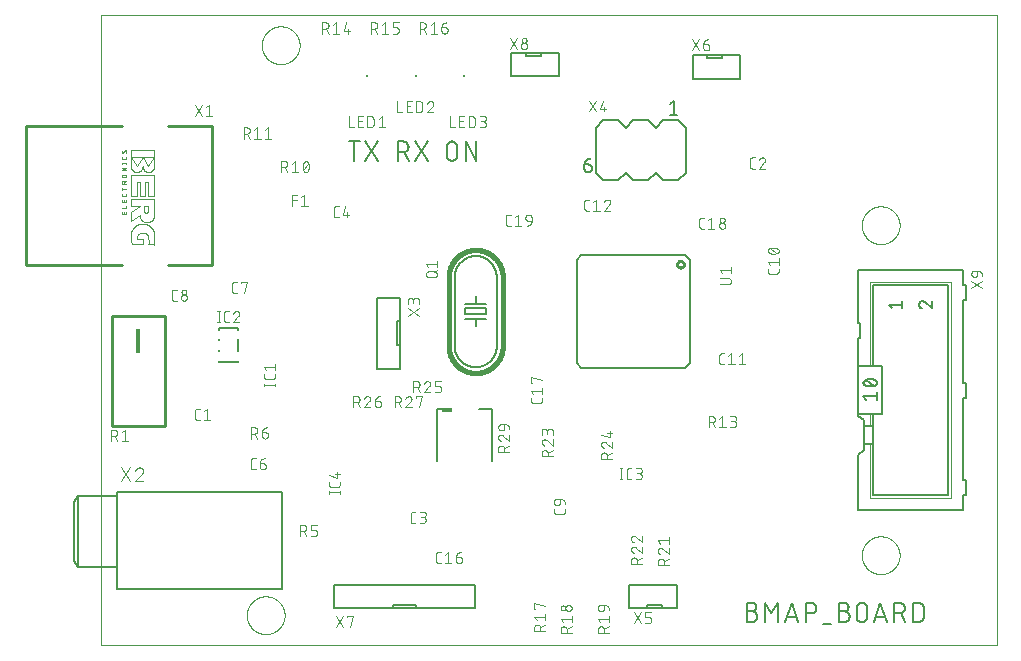
<source format=gbr>
G04 EAGLE Gerber X2 export*
G75*
%MOMM*%
%FSLAX34Y34*%
%LPD*%
%AMOC8*
5,1,8,0,0,1.08239X$1,22.5*%
G01*
%ADD10C,0.000000*%
%ADD11C,0.152400*%
%ADD12C,0.254000*%
%ADD13C,0.050800*%
%ADD14C,0.025400*%
%ADD15C,0.076200*%
%ADD16C,0.127000*%
%ADD17C,0.101600*%
%ADD18R,0.300000X2.100000*%
%ADD19C,0.203200*%
%ADD20R,0.200000X0.200000*%
%ADD21C,0.406400*%
%ADD22R,0.900000X0.325000*%


D10*
X0Y0D02*
X758825Y0D01*
X758825Y533400D01*
X0Y533400D01*
X0Y0D01*
X136400Y508000D02*
X136405Y508393D01*
X136419Y508785D01*
X136443Y509177D01*
X136477Y509568D01*
X136520Y509959D01*
X136573Y510348D01*
X136636Y510735D01*
X136707Y511121D01*
X136789Y511506D01*
X136879Y511888D01*
X136980Y512267D01*
X137089Y512645D01*
X137208Y513019D01*
X137335Y513390D01*
X137472Y513758D01*
X137618Y514123D01*
X137773Y514484D01*
X137936Y514841D01*
X138108Y515194D01*
X138289Y515542D01*
X138479Y515886D01*
X138676Y516226D01*
X138882Y516560D01*
X139096Y516889D01*
X139319Y517213D01*
X139549Y517531D01*
X139786Y517844D01*
X140032Y518150D01*
X140285Y518451D01*
X140545Y518745D01*
X140812Y519033D01*
X141086Y519314D01*
X141367Y519588D01*
X141655Y519855D01*
X141949Y520115D01*
X142250Y520368D01*
X142556Y520614D01*
X142869Y520851D01*
X143187Y521081D01*
X143511Y521304D01*
X143840Y521518D01*
X144174Y521724D01*
X144514Y521921D01*
X144858Y522111D01*
X145206Y522292D01*
X145559Y522464D01*
X145916Y522627D01*
X146277Y522782D01*
X146642Y522928D01*
X147010Y523065D01*
X147381Y523192D01*
X147755Y523311D01*
X148133Y523420D01*
X148512Y523521D01*
X148894Y523611D01*
X149279Y523693D01*
X149665Y523764D01*
X150052Y523827D01*
X150441Y523880D01*
X150832Y523923D01*
X151223Y523957D01*
X151615Y523981D01*
X152007Y523995D01*
X152400Y524000D01*
X152793Y523995D01*
X153185Y523981D01*
X153577Y523957D01*
X153968Y523923D01*
X154359Y523880D01*
X154748Y523827D01*
X155135Y523764D01*
X155521Y523693D01*
X155906Y523611D01*
X156288Y523521D01*
X156667Y523420D01*
X157045Y523311D01*
X157419Y523192D01*
X157790Y523065D01*
X158158Y522928D01*
X158523Y522782D01*
X158884Y522627D01*
X159241Y522464D01*
X159594Y522292D01*
X159942Y522111D01*
X160286Y521921D01*
X160626Y521724D01*
X160960Y521518D01*
X161289Y521304D01*
X161613Y521081D01*
X161931Y520851D01*
X162244Y520614D01*
X162550Y520368D01*
X162851Y520115D01*
X163145Y519855D01*
X163433Y519588D01*
X163714Y519314D01*
X163988Y519033D01*
X164255Y518745D01*
X164515Y518451D01*
X164768Y518150D01*
X165014Y517844D01*
X165251Y517531D01*
X165481Y517213D01*
X165704Y516889D01*
X165918Y516560D01*
X166124Y516226D01*
X166321Y515886D01*
X166511Y515542D01*
X166692Y515194D01*
X166864Y514841D01*
X167027Y514484D01*
X167182Y514123D01*
X167328Y513758D01*
X167465Y513390D01*
X167592Y513019D01*
X167711Y512645D01*
X167820Y512267D01*
X167921Y511888D01*
X168011Y511506D01*
X168093Y511121D01*
X168164Y510735D01*
X168227Y510348D01*
X168280Y509959D01*
X168323Y509568D01*
X168357Y509177D01*
X168381Y508785D01*
X168395Y508393D01*
X168400Y508000D01*
X168395Y507607D01*
X168381Y507215D01*
X168357Y506823D01*
X168323Y506432D01*
X168280Y506041D01*
X168227Y505652D01*
X168164Y505265D01*
X168093Y504879D01*
X168011Y504494D01*
X167921Y504112D01*
X167820Y503733D01*
X167711Y503355D01*
X167592Y502981D01*
X167465Y502610D01*
X167328Y502242D01*
X167182Y501877D01*
X167027Y501516D01*
X166864Y501159D01*
X166692Y500806D01*
X166511Y500458D01*
X166321Y500114D01*
X166124Y499774D01*
X165918Y499440D01*
X165704Y499111D01*
X165481Y498787D01*
X165251Y498469D01*
X165014Y498156D01*
X164768Y497850D01*
X164515Y497549D01*
X164255Y497255D01*
X163988Y496967D01*
X163714Y496686D01*
X163433Y496412D01*
X163145Y496145D01*
X162851Y495885D01*
X162550Y495632D01*
X162244Y495386D01*
X161931Y495149D01*
X161613Y494919D01*
X161289Y494696D01*
X160960Y494482D01*
X160626Y494276D01*
X160286Y494079D01*
X159942Y493889D01*
X159594Y493708D01*
X159241Y493536D01*
X158884Y493373D01*
X158523Y493218D01*
X158158Y493072D01*
X157790Y492935D01*
X157419Y492808D01*
X157045Y492689D01*
X156667Y492580D01*
X156288Y492479D01*
X155906Y492389D01*
X155521Y492307D01*
X155135Y492236D01*
X154748Y492173D01*
X154359Y492120D01*
X153968Y492077D01*
X153577Y492043D01*
X153185Y492019D01*
X152793Y492005D01*
X152400Y492000D01*
X152007Y492005D01*
X151615Y492019D01*
X151223Y492043D01*
X150832Y492077D01*
X150441Y492120D01*
X150052Y492173D01*
X149665Y492236D01*
X149279Y492307D01*
X148894Y492389D01*
X148512Y492479D01*
X148133Y492580D01*
X147755Y492689D01*
X147381Y492808D01*
X147010Y492935D01*
X146642Y493072D01*
X146277Y493218D01*
X145916Y493373D01*
X145559Y493536D01*
X145206Y493708D01*
X144858Y493889D01*
X144514Y494079D01*
X144174Y494276D01*
X143840Y494482D01*
X143511Y494696D01*
X143187Y494919D01*
X142869Y495149D01*
X142556Y495386D01*
X142250Y495632D01*
X141949Y495885D01*
X141655Y496145D01*
X141367Y496412D01*
X141086Y496686D01*
X140812Y496967D01*
X140545Y497255D01*
X140285Y497549D01*
X140032Y497850D01*
X139786Y498156D01*
X139549Y498469D01*
X139319Y498787D01*
X139096Y499111D01*
X138882Y499440D01*
X138676Y499774D01*
X138479Y500114D01*
X138289Y500458D01*
X138108Y500806D01*
X137936Y501159D01*
X137773Y501516D01*
X137618Y501877D01*
X137472Y502242D01*
X137335Y502610D01*
X137208Y502981D01*
X137089Y503355D01*
X136980Y503733D01*
X136879Y504112D01*
X136789Y504494D01*
X136707Y504879D01*
X136636Y505265D01*
X136573Y505652D01*
X136520Y506041D01*
X136477Y506432D01*
X136443Y506823D01*
X136419Y507215D01*
X136405Y507607D01*
X136400Y508000D01*
X123700Y25400D02*
X123705Y25793D01*
X123719Y26185D01*
X123743Y26577D01*
X123777Y26968D01*
X123820Y27359D01*
X123873Y27748D01*
X123936Y28135D01*
X124007Y28521D01*
X124089Y28906D01*
X124179Y29288D01*
X124280Y29667D01*
X124389Y30045D01*
X124508Y30419D01*
X124635Y30790D01*
X124772Y31158D01*
X124918Y31523D01*
X125073Y31884D01*
X125236Y32241D01*
X125408Y32594D01*
X125589Y32942D01*
X125779Y33286D01*
X125976Y33626D01*
X126182Y33960D01*
X126396Y34289D01*
X126619Y34613D01*
X126849Y34931D01*
X127086Y35244D01*
X127332Y35550D01*
X127585Y35851D01*
X127845Y36145D01*
X128112Y36433D01*
X128386Y36714D01*
X128667Y36988D01*
X128955Y37255D01*
X129249Y37515D01*
X129550Y37768D01*
X129856Y38014D01*
X130169Y38251D01*
X130487Y38481D01*
X130811Y38704D01*
X131140Y38918D01*
X131474Y39124D01*
X131814Y39321D01*
X132158Y39511D01*
X132506Y39692D01*
X132859Y39864D01*
X133216Y40027D01*
X133577Y40182D01*
X133942Y40328D01*
X134310Y40465D01*
X134681Y40592D01*
X135055Y40711D01*
X135433Y40820D01*
X135812Y40921D01*
X136194Y41011D01*
X136579Y41093D01*
X136965Y41164D01*
X137352Y41227D01*
X137741Y41280D01*
X138132Y41323D01*
X138523Y41357D01*
X138915Y41381D01*
X139307Y41395D01*
X139700Y41400D01*
X140093Y41395D01*
X140485Y41381D01*
X140877Y41357D01*
X141268Y41323D01*
X141659Y41280D01*
X142048Y41227D01*
X142435Y41164D01*
X142821Y41093D01*
X143206Y41011D01*
X143588Y40921D01*
X143967Y40820D01*
X144345Y40711D01*
X144719Y40592D01*
X145090Y40465D01*
X145458Y40328D01*
X145823Y40182D01*
X146184Y40027D01*
X146541Y39864D01*
X146894Y39692D01*
X147242Y39511D01*
X147586Y39321D01*
X147926Y39124D01*
X148260Y38918D01*
X148589Y38704D01*
X148913Y38481D01*
X149231Y38251D01*
X149544Y38014D01*
X149850Y37768D01*
X150151Y37515D01*
X150445Y37255D01*
X150733Y36988D01*
X151014Y36714D01*
X151288Y36433D01*
X151555Y36145D01*
X151815Y35851D01*
X152068Y35550D01*
X152314Y35244D01*
X152551Y34931D01*
X152781Y34613D01*
X153004Y34289D01*
X153218Y33960D01*
X153424Y33626D01*
X153621Y33286D01*
X153811Y32942D01*
X153992Y32594D01*
X154164Y32241D01*
X154327Y31884D01*
X154482Y31523D01*
X154628Y31158D01*
X154765Y30790D01*
X154892Y30419D01*
X155011Y30045D01*
X155120Y29667D01*
X155221Y29288D01*
X155311Y28906D01*
X155393Y28521D01*
X155464Y28135D01*
X155527Y27748D01*
X155580Y27359D01*
X155623Y26968D01*
X155657Y26577D01*
X155681Y26185D01*
X155695Y25793D01*
X155700Y25400D01*
X155695Y25007D01*
X155681Y24615D01*
X155657Y24223D01*
X155623Y23832D01*
X155580Y23441D01*
X155527Y23052D01*
X155464Y22665D01*
X155393Y22279D01*
X155311Y21894D01*
X155221Y21512D01*
X155120Y21133D01*
X155011Y20755D01*
X154892Y20381D01*
X154765Y20010D01*
X154628Y19642D01*
X154482Y19277D01*
X154327Y18916D01*
X154164Y18559D01*
X153992Y18206D01*
X153811Y17858D01*
X153621Y17514D01*
X153424Y17174D01*
X153218Y16840D01*
X153004Y16511D01*
X152781Y16187D01*
X152551Y15869D01*
X152314Y15556D01*
X152068Y15250D01*
X151815Y14949D01*
X151555Y14655D01*
X151288Y14367D01*
X151014Y14086D01*
X150733Y13812D01*
X150445Y13545D01*
X150151Y13285D01*
X149850Y13032D01*
X149544Y12786D01*
X149231Y12549D01*
X148913Y12319D01*
X148589Y12096D01*
X148260Y11882D01*
X147926Y11676D01*
X147586Y11479D01*
X147242Y11289D01*
X146894Y11108D01*
X146541Y10936D01*
X146184Y10773D01*
X145823Y10618D01*
X145458Y10472D01*
X145090Y10335D01*
X144719Y10208D01*
X144345Y10089D01*
X143967Y9980D01*
X143588Y9879D01*
X143206Y9789D01*
X142821Y9707D01*
X142435Y9636D01*
X142048Y9573D01*
X141659Y9520D01*
X141268Y9477D01*
X140877Y9443D01*
X140485Y9419D01*
X140093Y9405D01*
X139700Y9400D01*
X139307Y9405D01*
X138915Y9419D01*
X138523Y9443D01*
X138132Y9477D01*
X137741Y9520D01*
X137352Y9573D01*
X136965Y9636D01*
X136579Y9707D01*
X136194Y9789D01*
X135812Y9879D01*
X135433Y9980D01*
X135055Y10089D01*
X134681Y10208D01*
X134310Y10335D01*
X133942Y10472D01*
X133577Y10618D01*
X133216Y10773D01*
X132859Y10936D01*
X132506Y11108D01*
X132158Y11289D01*
X131814Y11479D01*
X131474Y11676D01*
X131140Y11882D01*
X130811Y12096D01*
X130487Y12319D01*
X130169Y12549D01*
X129856Y12786D01*
X129550Y13032D01*
X129249Y13285D01*
X128955Y13545D01*
X128667Y13812D01*
X128386Y14086D01*
X128112Y14367D01*
X127845Y14655D01*
X127585Y14949D01*
X127332Y15250D01*
X127086Y15556D01*
X126849Y15869D01*
X126619Y16187D01*
X126396Y16511D01*
X126182Y16840D01*
X125976Y17174D01*
X125779Y17514D01*
X125589Y17858D01*
X125408Y18206D01*
X125236Y18559D01*
X125073Y18916D01*
X124918Y19277D01*
X124772Y19642D01*
X124635Y20010D01*
X124508Y20381D01*
X124389Y20755D01*
X124280Y21133D01*
X124179Y21512D01*
X124089Y21894D01*
X124007Y22279D01*
X123936Y22665D01*
X123873Y23052D01*
X123820Y23441D01*
X123777Y23832D01*
X123743Y24223D01*
X123719Y24615D01*
X123705Y25007D01*
X123700Y25400D01*
X644400Y355600D02*
X644405Y355993D01*
X644419Y356385D01*
X644443Y356777D01*
X644477Y357168D01*
X644520Y357559D01*
X644573Y357948D01*
X644636Y358335D01*
X644707Y358721D01*
X644789Y359106D01*
X644879Y359488D01*
X644980Y359867D01*
X645089Y360245D01*
X645208Y360619D01*
X645335Y360990D01*
X645472Y361358D01*
X645618Y361723D01*
X645773Y362084D01*
X645936Y362441D01*
X646108Y362794D01*
X646289Y363142D01*
X646479Y363486D01*
X646676Y363826D01*
X646882Y364160D01*
X647096Y364489D01*
X647319Y364813D01*
X647549Y365131D01*
X647786Y365444D01*
X648032Y365750D01*
X648285Y366051D01*
X648545Y366345D01*
X648812Y366633D01*
X649086Y366914D01*
X649367Y367188D01*
X649655Y367455D01*
X649949Y367715D01*
X650250Y367968D01*
X650556Y368214D01*
X650869Y368451D01*
X651187Y368681D01*
X651511Y368904D01*
X651840Y369118D01*
X652174Y369324D01*
X652514Y369521D01*
X652858Y369711D01*
X653206Y369892D01*
X653559Y370064D01*
X653916Y370227D01*
X654277Y370382D01*
X654642Y370528D01*
X655010Y370665D01*
X655381Y370792D01*
X655755Y370911D01*
X656133Y371020D01*
X656512Y371121D01*
X656894Y371211D01*
X657279Y371293D01*
X657665Y371364D01*
X658052Y371427D01*
X658441Y371480D01*
X658832Y371523D01*
X659223Y371557D01*
X659615Y371581D01*
X660007Y371595D01*
X660400Y371600D01*
X660793Y371595D01*
X661185Y371581D01*
X661577Y371557D01*
X661968Y371523D01*
X662359Y371480D01*
X662748Y371427D01*
X663135Y371364D01*
X663521Y371293D01*
X663906Y371211D01*
X664288Y371121D01*
X664667Y371020D01*
X665045Y370911D01*
X665419Y370792D01*
X665790Y370665D01*
X666158Y370528D01*
X666523Y370382D01*
X666884Y370227D01*
X667241Y370064D01*
X667594Y369892D01*
X667942Y369711D01*
X668286Y369521D01*
X668626Y369324D01*
X668960Y369118D01*
X669289Y368904D01*
X669613Y368681D01*
X669931Y368451D01*
X670244Y368214D01*
X670550Y367968D01*
X670851Y367715D01*
X671145Y367455D01*
X671433Y367188D01*
X671714Y366914D01*
X671988Y366633D01*
X672255Y366345D01*
X672515Y366051D01*
X672768Y365750D01*
X673014Y365444D01*
X673251Y365131D01*
X673481Y364813D01*
X673704Y364489D01*
X673918Y364160D01*
X674124Y363826D01*
X674321Y363486D01*
X674511Y363142D01*
X674692Y362794D01*
X674864Y362441D01*
X675027Y362084D01*
X675182Y361723D01*
X675328Y361358D01*
X675465Y360990D01*
X675592Y360619D01*
X675711Y360245D01*
X675820Y359867D01*
X675921Y359488D01*
X676011Y359106D01*
X676093Y358721D01*
X676164Y358335D01*
X676227Y357948D01*
X676280Y357559D01*
X676323Y357168D01*
X676357Y356777D01*
X676381Y356385D01*
X676395Y355993D01*
X676400Y355600D01*
X676395Y355207D01*
X676381Y354815D01*
X676357Y354423D01*
X676323Y354032D01*
X676280Y353641D01*
X676227Y353252D01*
X676164Y352865D01*
X676093Y352479D01*
X676011Y352094D01*
X675921Y351712D01*
X675820Y351333D01*
X675711Y350955D01*
X675592Y350581D01*
X675465Y350210D01*
X675328Y349842D01*
X675182Y349477D01*
X675027Y349116D01*
X674864Y348759D01*
X674692Y348406D01*
X674511Y348058D01*
X674321Y347714D01*
X674124Y347374D01*
X673918Y347040D01*
X673704Y346711D01*
X673481Y346387D01*
X673251Y346069D01*
X673014Y345756D01*
X672768Y345450D01*
X672515Y345149D01*
X672255Y344855D01*
X671988Y344567D01*
X671714Y344286D01*
X671433Y344012D01*
X671145Y343745D01*
X670851Y343485D01*
X670550Y343232D01*
X670244Y342986D01*
X669931Y342749D01*
X669613Y342519D01*
X669289Y342296D01*
X668960Y342082D01*
X668626Y341876D01*
X668286Y341679D01*
X667942Y341489D01*
X667594Y341308D01*
X667241Y341136D01*
X666884Y340973D01*
X666523Y340818D01*
X666158Y340672D01*
X665790Y340535D01*
X665419Y340408D01*
X665045Y340289D01*
X664667Y340180D01*
X664288Y340079D01*
X663906Y339989D01*
X663521Y339907D01*
X663135Y339836D01*
X662748Y339773D01*
X662359Y339720D01*
X661968Y339677D01*
X661577Y339643D01*
X661185Y339619D01*
X660793Y339605D01*
X660400Y339600D01*
X660007Y339605D01*
X659615Y339619D01*
X659223Y339643D01*
X658832Y339677D01*
X658441Y339720D01*
X658052Y339773D01*
X657665Y339836D01*
X657279Y339907D01*
X656894Y339989D01*
X656512Y340079D01*
X656133Y340180D01*
X655755Y340289D01*
X655381Y340408D01*
X655010Y340535D01*
X654642Y340672D01*
X654277Y340818D01*
X653916Y340973D01*
X653559Y341136D01*
X653206Y341308D01*
X652858Y341489D01*
X652514Y341679D01*
X652174Y341876D01*
X651840Y342082D01*
X651511Y342296D01*
X651187Y342519D01*
X650869Y342749D01*
X650556Y342986D01*
X650250Y343232D01*
X649949Y343485D01*
X649655Y343745D01*
X649367Y344012D01*
X649086Y344286D01*
X648812Y344567D01*
X648545Y344855D01*
X648285Y345149D01*
X648032Y345450D01*
X647786Y345756D01*
X647549Y346069D01*
X647319Y346387D01*
X647096Y346711D01*
X646882Y347040D01*
X646676Y347374D01*
X646479Y347714D01*
X646289Y348058D01*
X646108Y348406D01*
X645936Y348759D01*
X645773Y349116D01*
X645618Y349477D01*
X645472Y349842D01*
X645335Y350210D01*
X645208Y350581D01*
X645089Y350955D01*
X644980Y351333D01*
X644879Y351712D01*
X644789Y352094D01*
X644707Y352479D01*
X644636Y352865D01*
X644573Y353252D01*
X644520Y353641D01*
X644477Y354032D01*
X644443Y354423D01*
X644419Y354815D01*
X644405Y355207D01*
X644400Y355600D01*
X644400Y76200D02*
X644405Y76593D01*
X644419Y76985D01*
X644443Y77377D01*
X644477Y77768D01*
X644520Y78159D01*
X644573Y78548D01*
X644636Y78935D01*
X644707Y79321D01*
X644789Y79706D01*
X644879Y80088D01*
X644980Y80467D01*
X645089Y80845D01*
X645208Y81219D01*
X645335Y81590D01*
X645472Y81958D01*
X645618Y82323D01*
X645773Y82684D01*
X645936Y83041D01*
X646108Y83394D01*
X646289Y83742D01*
X646479Y84086D01*
X646676Y84426D01*
X646882Y84760D01*
X647096Y85089D01*
X647319Y85413D01*
X647549Y85731D01*
X647786Y86044D01*
X648032Y86350D01*
X648285Y86651D01*
X648545Y86945D01*
X648812Y87233D01*
X649086Y87514D01*
X649367Y87788D01*
X649655Y88055D01*
X649949Y88315D01*
X650250Y88568D01*
X650556Y88814D01*
X650869Y89051D01*
X651187Y89281D01*
X651511Y89504D01*
X651840Y89718D01*
X652174Y89924D01*
X652514Y90121D01*
X652858Y90311D01*
X653206Y90492D01*
X653559Y90664D01*
X653916Y90827D01*
X654277Y90982D01*
X654642Y91128D01*
X655010Y91265D01*
X655381Y91392D01*
X655755Y91511D01*
X656133Y91620D01*
X656512Y91721D01*
X656894Y91811D01*
X657279Y91893D01*
X657665Y91964D01*
X658052Y92027D01*
X658441Y92080D01*
X658832Y92123D01*
X659223Y92157D01*
X659615Y92181D01*
X660007Y92195D01*
X660400Y92200D01*
X660793Y92195D01*
X661185Y92181D01*
X661577Y92157D01*
X661968Y92123D01*
X662359Y92080D01*
X662748Y92027D01*
X663135Y91964D01*
X663521Y91893D01*
X663906Y91811D01*
X664288Y91721D01*
X664667Y91620D01*
X665045Y91511D01*
X665419Y91392D01*
X665790Y91265D01*
X666158Y91128D01*
X666523Y90982D01*
X666884Y90827D01*
X667241Y90664D01*
X667594Y90492D01*
X667942Y90311D01*
X668286Y90121D01*
X668626Y89924D01*
X668960Y89718D01*
X669289Y89504D01*
X669613Y89281D01*
X669931Y89051D01*
X670244Y88814D01*
X670550Y88568D01*
X670851Y88315D01*
X671145Y88055D01*
X671433Y87788D01*
X671714Y87514D01*
X671988Y87233D01*
X672255Y86945D01*
X672515Y86651D01*
X672768Y86350D01*
X673014Y86044D01*
X673251Y85731D01*
X673481Y85413D01*
X673704Y85089D01*
X673918Y84760D01*
X674124Y84426D01*
X674321Y84086D01*
X674511Y83742D01*
X674692Y83394D01*
X674864Y83041D01*
X675027Y82684D01*
X675182Y82323D01*
X675328Y81958D01*
X675465Y81590D01*
X675592Y81219D01*
X675711Y80845D01*
X675820Y80467D01*
X675921Y80088D01*
X676011Y79706D01*
X676093Y79321D01*
X676164Y78935D01*
X676227Y78548D01*
X676280Y78159D01*
X676323Y77768D01*
X676357Y77377D01*
X676381Y76985D01*
X676395Y76593D01*
X676400Y76200D01*
X676395Y75807D01*
X676381Y75415D01*
X676357Y75023D01*
X676323Y74632D01*
X676280Y74241D01*
X676227Y73852D01*
X676164Y73465D01*
X676093Y73079D01*
X676011Y72694D01*
X675921Y72312D01*
X675820Y71933D01*
X675711Y71555D01*
X675592Y71181D01*
X675465Y70810D01*
X675328Y70442D01*
X675182Y70077D01*
X675027Y69716D01*
X674864Y69359D01*
X674692Y69006D01*
X674511Y68658D01*
X674321Y68314D01*
X674124Y67974D01*
X673918Y67640D01*
X673704Y67311D01*
X673481Y66987D01*
X673251Y66669D01*
X673014Y66356D01*
X672768Y66050D01*
X672515Y65749D01*
X672255Y65455D01*
X671988Y65167D01*
X671714Y64886D01*
X671433Y64612D01*
X671145Y64345D01*
X670851Y64085D01*
X670550Y63832D01*
X670244Y63586D01*
X669931Y63349D01*
X669613Y63119D01*
X669289Y62896D01*
X668960Y62682D01*
X668626Y62476D01*
X668286Y62279D01*
X667942Y62089D01*
X667594Y61908D01*
X667241Y61736D01*
X666884Y61573D01*
X666523Y61418D01*
X666158Y61272D01*
X665790Y61135D01*
X665419Y61008D01*
X665045Y60889D01*
X664667Y60780D01*
X664288Y60679D01*
X663906Y60589D01*
X663521Y60507D01*
X663135Y60436D01*
X662748Y60373D01*
X662359Y60320D01*
X661968Y60277D01*
X661577Y60243D01*
X661185Y60219D01*
X660793Y60205D01*
X660400Y60200D01*
X660007Y60205D01*
X659615Y60219D01*
X659223Y60243D01*
X658832Y60277D01*
X658441Y60320D01*
X658052Y60373D01*
X657665Y60436D01*
X657279Y60507D01*
X656894Y60589D01*
X656512Y60679D01*
X656133Y60780D01*
X655755Y60889D01*
X655381Y61008D01*
X655010Y61135D01*
X654642Y61272D01*
X654277Y61418D01*
X653916Y61573D01*
X653559Y61736D01*
X653206Y61908D01*
X652858Y62089D01*
X652514Y62279D01*
X652174Y62476D01*
X651840Y62682D01*
X651511Y62896D01*
X651187Y63119D01*
X650869Y63349D01*
X650556Y63586D01*
X650250Y63832D01*
X649949Y64085D01*
X649655Y64345D01*
X649367Y64612D01*
X649086Y64886D01*
X648812Y65167D01*
X648545Y65455D01*
X648285Y65749D01*
X648032Y66050D01*
X647786Y66356D01*
X647549Y66669D01*
X647319Y66987D01*
X647096Y67311D01*
X646882Y67640D01*
X646676Y67974D01*
X646479Y68314D01*
X646289Y68658D01*
X646108Y69006D01*
X645936Y69359D01*
X645773Y69716D01*
X645618Y70077D01*
X645472Y70442D01*
X645335Y70810D01*
X645208Y71181D01*
X645089Y71555D01*
X644980Y71933D01*
X644879Y72312D01*
X644789Y72694D01*
X644707Y73079D01*
X644636Y73465D01*
X644573Y73852D01*
X644520Y74241D01*
X644477Y74632D01*
X644443Y75023D01*
X644419Y75415D01*
X644405Y75807D01*
X644400Y76200D01*
D11*
X251587Y410337D02*
X251587Y426593D01*
X256103Y426593D01*
X256236Y426591D01*
X256368Y426585D01*
X256500Y426575D01*
X256632Y426562D01*
X256764Y426544D01*
X256894Y426523D01*
X257025Y426498D01*
X257154Y426469D01*
X257282Y426436D01*
X257410Y426400D01*
X257536Y426360D01*
X257661Y426316D01*
X257785Y426268D01*
X257907Y426217D01*
X258028Y426162D01*
X258147Y426104D01*
X258265Y426042D01*
X258380Y425977D01*
X258494Y425908D01*
X258605Y425837D01*
X258714Y425761D01*
X258821Y425683D01*
X258926Y425602D01*
X259028Y425517D01*
X259128Y425430D01*
X259225Y425340D01*
X259320Y425247D01*
X259411Y425151D01*
X259500Y425053D01*
X259586Y424952D01*
X259669Y424848D01*
X259749Y424742D01*
X259825Y424634D01*
X259899Y424524D01*
X259969Y424411D01*
X260036Y424297D01*
X260099Y424180D01*
X260159Y424062D01*
X260216Y423942D01*
X260269Y423820D01*
X260318Y423697D01*
X260364Y423573D01*
X260406Y423447D01*
X260444Y423320D01*
X260479Y423192D01*
X260510Y423063D01*
X260537Y422934D01*
X260560Y422803D01*
X260580Y422672D01*
X260595Y422540D01*
X260607Y422408D01*
X260615Y422276D01*
X260619Y422143D01*
X260619Y422011D01*
X260615Y421878D01*
X260607Y421746D01*
X260595Y421614D01*
X260580Y421482D01*
X260560Y421351D01*
X260537Y421220D01*
X260510Y421091D01*
X260479Y420962D01*
X260444Y420834D01*
X260406Y420707D01*
X260364Y420581D01*
X260318Y420457D01*
X260269Y420334D01*
X260216Y420212D01*
X260159Y420092D01*
X260099Y419974D01*
X260036Y419857D01*
X259969Y419743D01*
X259899Y419630D01*
X259825Y419520D01*
X259749Y419412D01*
X259669Y419306D01*
X259586Y419202D01*
X259500Y419101D01*
X259411Y419003D01*
X259320Y418907D01*
X259225Y418814D01*
X259128Y418724D01*
X259028Y418637D01*
X258926Y418552D01*
X258821Y418471D01*
X258714Y418393D01*
X258605Y418317D01*
X258494Y418246D01*
X258380Y418177D01*
X258265Y418112D01*
X258147Y418050D01*
X258028Y417992D01*
X257907Y417937D01*
X257785Y417886D01*
X257661Y417838D01*
X257536Y417794D01*
X257410Y417754D01*
X257282Y417718D01*
X257154Y417685D01*
X257025Y417656D01*
X256894Y417631D01*
X256764Y417610D01*
X256632Y417592D01*
X256500Y417579D01*
X256368Y417569D01*
X256236Y417563D01*
X256103Y417561D01*
X256103Y417562D02*
X251587Y417562D01*
X257006Y417562D02*
X260618Y410337D01*
X266224Y410337D02*
X277061Y426593D01*
X266224Y426593D02*
X277061Y410337D01*
X214828Y410337D02*
X214828Y426593D01*
X219343Y426593D02*
X210312Y426593D01*
X223998Y410337D02*
X234835Y426593D01*
X223998Y426593D02*
X234835Y410337D01*
X292862Y414853D02*
X292862Y422077D01*
X292864Y422210D01*
X292870Y422342D01*
X292880Y422474D01*
X292893Y422606D01*
X292911Y422738D01*
X292932Y422868D01*
X292957Y422999D01*
X292986Y423128D01*
X293019Y423256D01*
X293055Y423384D01*
X293095Y423510D01*
X293139Y423635D01*
X293187Y423759D01*
X293238Y423881D01*
X293293Y424002D01*
X293351Y424121D01*
X293413Y424239D01*
X293478Y424354D01*
X293547Y424468D01*
X293618Y424579D01*
X293694Y424688D01*
X293772Y424795D01*
X293853Y424900D01*
X293938Y425002D01*
X294025Y425102D01*
X294115Y425199D01*
X294208Y425294D01*
X294304Y425385D01*
X294402Y425474D01*
X294503Y425560D01*
X294607Y425643D01*
X294713Y425723D01*
X294821Y425799D01*
X294931Y425873D01*
X295044Y425943D01*
X295158Y426010D01*
X295275Y426073D01*
X295393Y426133D01*
X295513Y426190D01*
X295635Y426243D01*
X295758Y426292D01*
X295882Y426338D01*
X296008Y426380D01*
X296135Y426418D01*
X296263Y426453D01*
X296392Y426484D01*
X296521Y426511D01*
X296652Y426534D01*
X296783Y426554D01*
X296915Y426569D01*
X297047Y426581D01*
X297179Y426589D01*
X297312Y426593D01*
X297444Y426593D01*
X297577Y426589D01*
X297709Y426581D01*
X297841Y426569D01*
X297973Y426554D01*
X298104Y426534D01*
X298235Y426511D01*
X298364Y426484D01*
X298493Y426453D01*
X298621Y426418D01*
X298748Y426380D01*
X298874Y426338D01*
X298998Y426292D01*
X299121Y426243D01*
X299243Y426190D01*
X299363Y426133D01*
X299481Y426073D01*
X299598Y426010D01*
X299712Y425943D01*
X299825Y425873D01*
X299935Y425799D01*
X300043Y425723D01*
X300149Y425643D01*
X300253Y425560D01*
X300354Y425474D01*
X300452Y425385D01*
X300548Y425294D01*
X300641Y425199D01*
X300731Y425102D01*
X300818Y425002D01*
X300903Y424900D01*
X300984Y424795D01*
X301062Y424688D01*
X301138Y424579D01*
X301209Y424468D01*
X301278Y424354D01*
X301343Y424239D01*
X301405Y424121D01*
X301463Y424002D01*
X301518Y423881D01*
X301569Y423759D01*
X301617Y423635D01*
X301661Y423510D01*
X301701Y423384D01*
X301737Y423256D01*
X301770Y423128D01*
X301799Y422999D01*
X301824Y422868D01*
X301845Y422738D01*
X301863Y422606D01*
X301876Y422474D01*
X301886Y422342D01*
X301892Y422210D01*
X301894Y422077D01*
X301893Y422077D02*
X301893Y414853D01*
X301894Y414853D02*
X301892Y414720D01*
X301886Y414588D01*
X301876Y414456D01*
X301863Y414324D01*
X301845Y414192D01*
X301824Y414062D01*
X301799Y413931D01*
X301770Y413802D01*
X301737Y413674D01*
X301701Y413546D01*
X301661Y413420D01*
X301617Y413295D01*
X301569Y413171D01*
X301518Y413049D01*
X301463Y412928D01*
X301405Y412809D01*
X301343Y412691D01*
X301278Y412576D01*
X301209Y412462D01*
X301138Y412351D01*
X301062Y412242D01*
X300984Y412135D01*
X300903Y412030D01*
X300818Y411928D01*
X300731Y411828D01*
X300641Y411731D01*
X300548Y411636D01*
X300452Y411545D01*
X300354Y411456D01*
X300253Y411370D01*
X300149Y411287D01*
X300043Y411207D01*
X299935Y411131D01*
X299825Y411057D01*
X299712Y410987D01*
X299598Y410920D01*
X299481Y410857D01*
X299363Y410797D01*
X299243Y410740D01*
X299121Y410687D01*
X298998Y410638D01*
X298874Y410592D01*
X298748Y410550D01*
X298621Y410512D01*
X298493Y410477D01*
X298364Y410446D01*
X298235Y410419D01*
X298104Y410396D01*
X297973Y410376D01*
X297841Y410361D01*
X297709Y410349D01*
X297577Y410341D01*
X297444Y410337D01*
X297312Y410337D01*
X297179Y410341D01*
X297047Y410349D01*
X296915Y410361D01*
X296783Y410376D01*
X296652Y410396D01*
X296521Y410419D01*
X296392Y410446D01*
X296263Y410477D01*
X296135Y410512D01*
X296008Y410550D01*
X295882Y410592D01*
X295758Y410638D01*
X295635Y410687D01*
X295513Y410740D01*
X295393Y410797D01*
X295275Y410857D01*
X295158Y410920D01*
X295044Y410987D01*
X294931Y411057D01*
X294821Y411131D01*
X294713Y411207D01*
X294607Y411287D01*
X294503Y411370D01*
X294402Y411456D01*
X294304Y411545D01*
X294208Y411636D01*
X294115Y411731D01*
X294025Y411828D01*
X293938Y411928D01*
X293853Y412030D01*
X293772Y412135D01*
X293694Y412242D01*
X293618Y412351D01*
X293547Y412462D01*
X293478Y412576D01*
X293413Y412691D01*
X293351Y412809D01*
X293293Y412928D01*
X293238Y413049D01*
X293187Y413171D01*
X293139Y413295D01*
X293095Y413420D01*
X293055Y413546D01*
X293019Y413674D01*
X292986Y413802D01*
X292957Y413931D01*
X292932Y414062D01*
X292911Y414192D01*
X292893Y414324D01*
X292880Y414456D01*
X292870Y414588D01*
X292864Y414720D01*
X292862Y414853D01*
X309014Y410337D02*
X309014Y426593D01*
X318045Y410337D01*
X318045Y426593D01*
X546862Y28843D02*
X551378Y28843D01*
X551378Y28844D02*
X551511Y28842D01*
X551643Y28836D01*
X551775Y28826D01*
X551907Y28813D01*
X552039Y28795D01*
X552169Y28774D01*
X552300Y28749D01*
X552429Y28720D01*
X552557Y28687D01*
X552685Y28651D01*
X552811Y28611D01*
X552936Y28567D01*
X553060Y28519D01*
X553182Y28468D01*
X553303Y28413D01*
X553422Y28355D01*
X553540Y28293D01*
X553655Y28228D01*
X553769Y28159D01*
X553880Y28088D01*
X553989Y28012D01*
X554096Y27934D01*
X554201Y27853D01*
X554303Y27768D01*
X554403Y27681D01*
X554500Y27591D01*
X554595Y27498D01*
X554686Y27402D01*
X554775Y27304D01*
X554861Y27203D01*
X554944Y27099D01*
X555024Y26993D01*
X555100Y26885D01*
X555174Y26775D01*
X555244Y26662D01*
X555311Y26548D01*
X555374Y26431D01*
X555434Y26313D01*
X555491Y26193D01*
X555544Y26071D01*
X555593Y25948D01*
X555639Y25824D01*
X555681Y25698D01*
X555719Y25571D01*
X555754Y25443D01*
X555785Y25314D01*
X555812Y25185D01*
X555835Y25054D01*
X555855Y24923D01*
X555870Y24791D01*
X555882Y24659D01*
X555890Y24527D01*
X555894Y24394D01*
X555894Y24262D01*
X555890Y24129D01*
X555882Y23997D01*
X555870Y23865D01*
X555855Y23733D01*
X555835Y23602D01*
X555812Y23471D01*
X555785Y23342D01*
X555754Y23213D01*
X555719Y23085D01*
X555681Y22958D01*
X555639Y22832D01*
X555593Y22708D01*
X555544Y22585D01*
X555491Y22463D01*
X555434Y22343D01*
X555374Y22225D01*
X555311Y22108D01*
X555244Y21994D01*
X555174Y21881D01*
X555100Y21771D01*
X555024Y21663D01*
X554944Y21557D01*
X554861Y21453D01*
X554775Y21352D01*
X554686Y21254D01*
X554595Y21158D01*
X554500Y21065D01*
X554403Y20975D01*
X554303Y20888D01*
X554201Y20803D01*
X554096Y20722D01*
X553989Y20644D01*
X553880Y20568D01*
X553769Y20497D01*
X553655Y20428D01*
X553540Y20363D01*
X553422Y20301D01*
X553303Y20243D01*
X553182Y20188D01*
X553060Y20137D01*
X552936Y20089D01*
X552811Y20045D01*
X552685Y20005D01*
X552557Y19969D01*
X552429Y19936D01*
X552300Y19907D01*
X552169Y19882D01*
X552039Y19861D01*
X551907Y19843D01*
X551775Y19830D01*
X551643Y19820D01*
X551511Y19814D01*
X551378Y19812D01*
X546862Y19812D01*
X546862Y36068D01*
X551378Y36068D01*
X551497Y36066D01*
X551617Y36060D01*
X551736Y36050D01*
X551854Y36036D01*
X551973Y36019D01*
X552090Y35997D01*
X552207Y35972D01*
X552322Y35942D01*
X552437Y35909D01*
X552551Y35872D01*
X552663Y35832D01*
X552774Y35787D01*
X552883Y35739D01*
X552991Y35688D01*
X553097Y35633D01*
X553201Y35574D01*
X553303Y35512D01*
X553403Y35447D01*
X553501Y35378D01*
X553597Y35306D01*
X553690Y35231D01*
X553780Y35154D01*
X553868Y35073D01*
X553953Y34989D01*
X554035Y34902D01*
X554115Y34813D01*
X554191Y34721D01*
X554265Y34627D01*
X554335Y34530D01*
X554402Y34432D01*
X554466Y34331D01*
X554526Y34227D01*
X554583Y34122D01*
X554636Y34015D01*
X554686Y33907D01*
X554732Y33797D01*
X554774Y33685D01*
X554813Y33572D01*
X554848Y33458D01*
X554879Y33343D01*
X554907Y33226D01*
X554930Y33109D01*
X554950Y32992D01*
X554966Y32873D01*
X554978Y32754D01*
X554986Y32635D01*
X554990Y32516D01*
X554990Y32396D01*
X554986Y32277D01*
X554978Y32158D01*
X554966Y32039D01*
X554950Y31920D01*
X554930Y31803D01*
X554907Y31686D01*
X554879Y31569D01*
X554848Y31454D01*
X554813Y31340D01*
X554774Y31227D01*
X554732Y31115D01*
X554686Y31005D01*
X554636Y30897D01*
X554583Y30790D01*
X554526Y30685D01*
X554466Y30581D01*
X554402Y30480D01*
X554335Y30382D01*
X554265Y30285D01*
X554191Y30191D01*
X554115Y30099D01*
X554035Y30010D01*
X553953Y29923D01*
X553868Y29839D01*
X553780Y29758D01*
X553690Y29681D01*
X553597Y29606D01*
X553501Y29534D01*
X553403Y29465D01*
X553303Y29400D01*
X553201Y29338D01*
X553097Y29279D01*
X552991Y29224D01*
X552883Y29173D01*
X552774Y29125D01*
X552663Y29080D01*
X552551Y29040D01*
X552437Y29003D01*
X552322Y28970D01*
X552207Y28940D01*
X552090Y28915D01*
X551973Y28893D01*
X551854Y28876D01*
X551736Y28862D01*
X551617Y28852D01*
X551497Y28846D01*
X551378Y28844D01*
X562421Y36068D02*
X562421Y19812D01*
X567840Y27037D02*
X562421Y36068D01*
X567840Y27037D02*
X573259Y36068D01*
X573259Y19812D01*
X579616Y19812D02*
X585034Y36068D01*
X590453Y19812D01*
X589098Y23876D02*
X580970Y23876D01*
X596882Y19812D02*
X596882Y36068D01*
X601398Y36068D01*
X601531Y36066D01*
X601663Y36060D01*
X601795Y36050D01*
X601927Y36037D01*
X602059Y36019D01*
X602189Y35998D01*
X602320Y35973D01*
X602449Y35944D01*
X602577Y35911D01*
X602705Y35875D01*
X602831Y35835D01*
X602956Y35791D01*
X603080Y35743D01*
X603202Y35692D01*
X603323Y35637D01*
X603442Y35579D01*
X603560Y35517D01*
X603675Y35452D01*
X603789Y35383D01*
X603900Y35312D01*
X604009Y35236D01*
X604116Y35158D01*
X604221Y35077D01*
X604323Y34992D01*
X604423Y34905D01*
X604520Y34815D01*
X604615Y34722D01*
X604706Y34626D01*
X604795Y34528D01*
X604881Y34427D01*
X604964Y34323D01*
X605044Y34217D01*
X605120Y34109D01*
X605194Y33999D01*
X605264Y33886D01*
X605331Y33772D01*
X605394Y33655D01*
X605454Y33537D01*
X605511Y33417D01*
X605564Y33295D01*
X605613Y33172D01*
X605659Y33048D01*
X605701Y32922D01*
X605739Y32795D01*
X605774Y32667D01*
X605805Y32538D01*
X605832Y32409D01*
X605855Y32278D01*
X605875Y32147D01*
X605890Y32015D01*
X605902Y31883D01*
X605910Y31751D01*
X605914Y31618D01*
X605914Y31486D01*
X605910Y31353D01*
X605902Y31221D01*
X605890Y31089D01*
X605875Y30957D01*
X605855Y30826D01*
X605832Y30695D01*
X605805Y30566D01*
X605774Y30437D01*
X605739Y30309D01*
X605701Y30182D01*
X605659Y30056D01*
X605613Y29932D01*
X605564Y29809D01*
X605511Y29687D01*
X605454Y29567D01*
X605394Y29449D01*
X605331Y29332D01*
X605264Y29218D01*
X605194Y29105D01*
X605120Y28995D01*
X605044Y28887D01*
X604964Y28781D01*
X604881Y28677D01*
X604795Y28576D01*
X604706Y28478D01*
X604615Y28382D01*
X604520Y28289D01*
X604423Y28199D01*
X604323Y28112D01*
X604221Y28027D01*
X604116Y27946D01*
X604009Y27868D01*
X603900Y27792D01*
X603789Y27721D01*
X603675Y27652D01*
X603560Y27587D01*
X603442Y27525D01*
X603323Y27467D01*
X603202Y27412D01*
X603080Y27361D01*
X602956Y27313D01*
X602831Y27269D01*
X602705Y27229D01*
X602577Y27193D01*
X602449Y27160D01*
X602320Y27131D01*
X602189Y27106D01*
X602059Y27085D01*
X601927Y27067D01*
X601795Y27054D01*
X601663Y27044D01*
X601531Y27038D01*
X601398Y27036D01*
X601398Y27037D02*
X596882Y27037D01*
X611121Y18006D02*
X618346Y18006D01*
X625018Y28843D02*
X629534Y28843D01*
X629534Y28844D02*
X629667Y28842D01*
X629799Y28836D01*
X629931Y28826D01*
X630063Y28813D01*
X630195Y28795D01*
X630325Y28774D01*
X630456Y28749D01*
X630585Y28720D01*
X630713Y28687D01*
X630841Y28651D01*
X630967Y28611D01*
X631092Y28567D01*
X631216Y28519D01*
X631338Y28468D01*
X631459Y28413D01*
X631578Y28355D01*
X631696Y28293D01*
X631811Y28228D01*
X631925Y28159D01*
X632036Y28088D01*
X632145Y28012D01*
X632252Y27934D01*
X632357Y27853D01*
X632459Y27768D01*
X632559Y27681D01*
X632656Y27591D01*
X632751Y27498D01*
X632842Y27402D01*
X632931Y27304D01*
X633017Y27203D01*
X633100Y27099D01*
X633180Y26993D01*
X633256Y26885D01*
X633330Y26775D01*
X633400Y26662D01*
X633467Y26548D01*
X633530Y26431D01*
X633590Y26313D01*
X633647Y26193D01*
X633700Y26071D01*
X633749Y25948D01*
X633795Y25824D01*
X633837Y25698D01*
X633875Y25571D01*
X633910Y25443D01*
X633941Y25314D01*
X633968Y25185D01*
X633991Y25054D01*
X634011Y24923D01*
X634026Y24791D01*
X634038Y24659D01*
X634046Y24527D01*
X634050Y24394D01*
X634050Y24262D01*
X634046Y24129D01*
X634038Y23997D01*
X634026Y23865D01*
X634011Y23733D01*
X633991Y23602D01*
X633968Y23471D01*
X633941Y23342D01*
X633910Y23213D01*
X633875Y23085D01*
X633837Y22958D01*
X633795Y22832D01*
X633749Y22708D01*
X633700Y22585D01*
X633647Y22463D01*
X633590Y22343D01*
X633530Y22225D01*
X633467Y22108D01*
X633400Y21994D01*
X633330Y21881D01*
X633256Y21771D01*
X633180Y21663D01*
X633100Y21557D01*
X633017Y21453D01*
X632931Y21352D01*
X632842Y21254D01*
X632751Y21158D01*
X632656Y21065D01*
X632559Y20975D01*
X632459Y20888D01*
X632357Y20803D01*
X632252Y20722D01*
X632145Y20644D01*
X632036Y20568D01*
X631925Y20497D01*
X631811Y20428D01*
X631696Y20363D01*
X631578Y20301D01*
X631459Y20243D01*
X631338Y20188D01*
X631216Y20137D01*
X631092Y20089D01*
X630967Y20045D01*
X630841Y20005D01*
X630713Y19969D01*
X630585Y19936D01*
X630456Y19907D01*
X630325Y19882D01*
X630195Y19861D01*
X630063Y19843D01*
X629931Y19830D01*
X629799Y19820D01*
X629667Y19814D01*
X629534Y19812D01*
X625018Y19812D01*
X625018Y36068D01*
X629534Y36068D01*
X629653Y36066D01*
X629773Y36060D01*
X629892Y36050D01*
X630010Y36036D01*
X630129Y36019D01*
X630246Y35997D01*
X630363Y35972D01*
X630478Y35942D01*
X630593Y35909D01*
X630707Y35872D01*
X630819Y35832D01*
X630930Y35787D01*
X631039Y35739D01*
X631147Y35688D01*
X631253Y35633D01*
X631357Y35574D01*
X631459Y35512D01*
X631559Y35447D01*
X631657Y35378D01*
X631753Y35306D01*
X631846Y35231D01*
X631936Y35154D01*
X632024Y35073D01*
X632109Y34989D01*
X632191Y34902D01*
X632271Y34813D01*
X632347Y34721D01*
X632421Y34627D01*
X632491Y34530D01*
X632558Y34432D01*
X632622Y34331D01*
X632682Y34227D01*
X632739Y34122D01*
X632792Y34015D01*
X632842Y33907D01*
X632888Y33797D01*
X632930Y33685D01*
X632969Y33572D01*
X633004Y33458D01*
X633035Y33343D01*
X633063Y33226D01*
X633086Y33109D01*
X633106Y32992D01*
X633122Y32873D01*
X633134Y32754D01*
X633142Y32635D01*
X633146Y32516D01*
X633146Y32396D01*
X633142Y32277D01*
X633134Y32158D01*
X633122Y32039D01*
X633106Y31920D01*
X633086Y31803D01*
X633063Y31686D01*
X633035Y31569D01*
X633004Y31454D01*
X632969Y31340D01*
X632930Y31227D01*
X632888Y31115D01*
X632842Y31005D01*
X632792Y30897D01*
X632739Y30790D01*
X632682Y30685D01*
X632622Y30581D01*
X632558Y30480D01*
X632491Y30382D01*
X632421Y30285D01*
X632347Y30191D01*
X632271Y30099D01*
X632191Y30010D01*
X632109Y29923D01*
X632024Y29839D01*
X631936Y29758D01*
X631846Y29681D01*
X631753Y29606D01*
X631657Y29534D01*
X631559Y29465D01*
X631459Y29400D01*
X631357Y29338D01*
X631253Y29279D01*
X631147Y29224D01*
X631039Y29173D01*
X630930Y29125D01*
X630819Y29080D01*
X630707Y29040D01*
X630593Y29003D01*
X630478Y28970D01*
X630363Y28940D01*
X630246Y28915D01*
X630129Y28893D01*
X630010Y28876D01*
X629892Y28862D01*
X629773Y28852D01*
X629653Y28846D01*
X629534Y28844D01*
X639917Y31552D02*
X639917Y24328D01*
X639917Y31552D02*
X639919Y31685D01*
X639925Y31817D01*
X639935Y31949D01*
X639948Y32081D01*
X639966Y32213D01*
X639987Y32343D01*
X640012Y32474D01*
X640041Y32603D01*
X640074Y32731D01*
X640110Y32859D01*
X640150Y32985D01*
X640194Y33110D01*
X640242Y33234D01*
X640293Y33356D01*
X640348Y33477D01*
X640406Y33596D01*
X640468Y33714D01*
X640533Y33829D01*
X640602Y33943D01*
X640673Y34054D01*
X640749Y34163D01*
X640827Y34270D01*
X640908Y34375D01*
X640993Y34477D01*
X641080Y34577D01*
X641170Y34674D01*
X641263Y34769D01*
X641359Y34860D01*
X641457Y34949D01*
X641558Y35035D01*
X641662Y35118D01*
X641768Y35198D01*
X641876Y35274D01*
X641986Y35348D01*
X642099Y35418D01*
X642213Y35485D01*
X642330Y35548D01*
X642448Y35608D01*
X642568Y35665D01*
X642690Y35718D01*
X642813Y35767D01*
X642937Y35813D01*
X643063Y35855D01*
X643190Y35893D01*
X643318Y35928D01*
X643447Y35959D01*
X643576Y35986D01*
X643707Y36009D01*
X643838Y36029D01*
X643970Y36044D01*
X644102Y36056D01*
X644234Y36064D01*
X644367Y36068D01*
X644499Y36068D01*
X644632Y36064D01*
X644764Y36056D01*
X644896Y36044D01*
X645028Y36029D01*
X645159Y36009D01*
X645290Y35986D01*
X645419Y35959D01*
X645548Y35928D01*
X645676Y35893D01*
X645803Y35855D01*
X645929Y35813D01*
X646053Y35767D01*
X646176Y35718D01*
X646298Y35665D01*
X646418Y35608D01*
X646536Y35548D01*
X646653Y35485D01*
X646767Y35418D01*
X646880Y35348D01*
X646990Y35274D01*
X647098Y35198D01*
X647204Y35118D01*
X647308Y35035D01*
X647409Y34949D01*
X647507Y34860D01*
X647603Y34769D01*
X647696Y34674D01*
X647786Y34577D01*
X647873Y34477D01*
X647958Y34375D01*
X648039Y34270D01*
X648117Y34163D01*
X648193Y34054D01*
X648264Y33943D01*
X648333Y33829D01*
X648398Y33714D01*
X648460Y33596D01*
X648518Y33477D01*
X648573Y33356D01*
X648624Y33234D01*
X648672Y33110D01*
X648716Y32985D01*
X648756Y32859D01*
X648792Y32731D01*
X648825Y32603D01*
X648854Y32474D01*
X648879Y32343D01*
X648900Y32213D01*
X648918Y32081D01*
X648931Y31949D01*
X648941Y31817D01*
X648947Y31685D01*
X648949Y31552D01*
X648949Y24328D01*
X648947Y24195D01*
X648941Y24063D01*
X648931Y23931D01*
X648918Y23799D01*
X648900Y23667D01*
X648879Y23537D01*
X648854Y23406D01*
X648825Y23277D01*
X648792Y23149D01*
X648756Y23021D01*
X648716Y22895D01*
X648672Y22770D01*
X648624Y22646D01*
X648573Y22524D01*
X648518Y22403D01*
X648460Y22284D01*
X648398Y22166D01*
X648333Y22051D01*
X648264Y21937D01*
X648193Y21826D01*
X648117Y21717D01*
X648039Y21610D01*
X647958Y21505D01*
X647873Y21403D01*
X647786Y21303D01*
X647696Y21206D01*
X647603Y21111D01*
X647507Y21020D01*
X647409Y20931D01*
X647308Y20845D01*
X647204Y20762D01*
X647098Y20682D01*
X646990Y20606D01*
X646880Y20532D01*
X646767Y20462D01*
X646653Y20395D01*
X646536Y20332D01*
X646418Y20272D01*
X646298Y20215D01*
X646176Y20162D01*
X646053Y20113D01*
X645929Y20067D01*
X645803Y20025D01*
X645676Y19987D01*
X645548Y19952D01*
X645419Y19921D01*
X645290Y19894D01*
X645159Y19871D01*
X645028Y19851D01*
X644896Y19836D01*
X644764Y19824D01*
X644632Y19816D01*
X644499Y19812D01*
X644367Y19812D01*
X644234Y19816D01*
X644102Y19824D01*
X643970Y19836D01*
X643838Y19851D01*
X643707Y19871D01*
X643576Y19894D01*
X643447Y19921D01*
X643318Y19952D01*
X643190Y19987D01*
X643063Y20025D01*
X642937Y20067D01*
X642813Y20113D01*
X642690Y20162D01*
X642568Y20215D01*
X642448Y20272D01*
X642330Y20332D01*
X642213Y20395D01*
X642099Y20462D01*
X641986Y20532D01*
X641876Y20606D01*
X641768Y20682D01*
X641662Y20762D01*
X641558Y20845D01*
X641457Y20931D01*
X641359Y21020D01*
X641263Y21111D01*
X641170Y21206D01*
X641080Y21303D01*
X640993Y21403D01*
X640908Y21505D01*
X640827Y21610D01*
X640749Y21717D01*
X640673Y21826D01*
X640602Y21937D01*
X640533Y22051D01*
X640468Y22166D01*
X640406Y22284D01*
X640348Y22403D01*
X640293Y22524D01*
X640242Y22646D01*
X640194Y22770D01*
X640150Y22895D01*
X640110Y23021D01*
X640074Y23149D01*
X640041Y23277D01*
X640012Y23406D01*
X639987Y23537D01*
X639966Y23667D01*
X639948Y23799D01*
X639935Y23931D01*
X639925Y24063D01*
X639919Y24195D01*
X639917Y24328D01*
X654646Y19812D02*
X660064Y36068D01*
X665483Y19812D01*
X664128Y23876D02*
X656000Y23876D01*
X671793Y19812D02*
X671793Y36068D01*
X676308Y36068D01*
X676441Y36066D01*
X676573Y36060D01*
X676705Y36050D01*
X676837Y36037D01*
X676969Y36019D01*
X677099Y35998D01*
X677230Y35973D01*
X677359Y35944D01*
X677487Y35911D01*
X677615Y35875D01*
X677741Y35835D01*
X677866Y35791D01*
X677990Y35743D01*
X678112Y35692D01*
X678233Y35637D01*
X678352Y35579D01*
X678470Y35517D01*
X678585Y35452D01*
X678699Y35383D01*
X678810Y35312D01*
X678919Y35236D01*
X679026Y35158D01*
X679131Y35077D01*
X679233Y34992D01*
X679333Y34905D01*
X679430Y34815D01*
X679525Y34722D01*
X679616Y34626D01*
X679705Y34528D01*
X679791Y34427D01*
X679874Y34323D01*
X679954Y34217D01*
X680030Y34109D01*
X680104Y33999D01*
X680174Y33886D01*
X680241Y33772D01*
X680304Y33655D01*
X680364Y33537D01*
X680421Y33417D01*
X680474Y33295D01*
X680523Y33172D01*
X680569Y33048D01*
X680611Y32922D01*
X680649Y32795D01*
X680684Y32667D01*
X680715Y32538D01*
X680742Y32409D01*
X680765Y32278D01*
X680785Y32147D01*
X680800Y32015D01*
X680812Y31883D01*
X680820Y31751D01*
X680824Y31618D01*
X680824Y31486D01*
X680820Y31353D01*
X680812Y31221D01*
X680800Y31089D01*
X680785Y30957D01*
X680765Y30826D01*
X680742Y30695D01*
X680715Y30566D01*
X680684Y30437D01*
X680649Y30309D01*
X680611Y30182D01*
X680569Y30056D01*
X680523Y29932D01*
X680474Y29809D01*
X680421Y29687D01*
X680364Y29567D01*
X680304Y29449D01*
X680241Y29332D01*
X680174Y29218D01*
X680104Y29105D01*
X680030Y28995D01*
X679954Y28887D01*
X679874Y28781D01*
X679791Y28677D01*
X679705Y28576D01*
X679616Y28478D01*
X679525Y28382D01*
X679430Y28289D01*
X679333Y28199D01*
X679233Y28112D01*
X679131Y28027D01*
X679026Y27946D01*
X678919Y27868D01*
X678810Y27792D01*
X678699Y27721D01*
X678585Y27652D01*
X678470Y27587D01*
X678352Y27525D01*
X678233Y27467D01*
X678112Y27412D01*
X677990Y27361D01*
X677866Y27313D01*
X677741Y27269D01*
X677615Y27229D01*
X677487Y27193D01*
X677359Y27160D01*
X677230Y27131D01*
X677099Y27106D01*
X676969Y27085D01*
X676837Y27067D01*
X676705Y27054D01*
X676573Y27044D01*
X676441Y27038D01*
X676308Y27036D01*
X676308Y27037D02*
X671793Y27037D01*
X677211Y27037D02*
X680824Y19812D01*
X687853Y19812D02*
X687853Y36068D01*
X692369Y36068D01*
X692500Y36066D01*
X692632Y36060D01*
X692763Y36051D01*
X692893Y36037D01*
X693024Y36020D01*
X693153Y35999D01*
X693282Y35975D01*
X693410Y35946D01*
X693538Y35914D01*
X693664Y35878D01*
X693789Y35839D01*
X693914Y35796D01*
X694036Y35749D01*
X694158Y35699D01*
X694278Y35645D01*
X694396Y35588D01*
X694512Y35527D01*
X694627Y35463D01*
X694740Y35396D01*
X694851Y35325D01*
X694959Y35251D01*
X695066Y35174D01*
X695170Y35094D01*
X695272Y35011D01*
X695371Y34926D01*
X695468Y34837D01*
X695562Y34745D01*
X695654Y34651D01*
X695743Y34554D01*
X695828Y34455D01*
X695911Y34353D01*
X695991Y34249D01*
X696068Y34142D01*
X696142Y34034D01*
X696213Y33923D01*
X696280Y33810D01*
X696344Y33695D01*
X696405Y33579D01*
X696462Y33461D01*
X696516Y33341D01*
X696566Y33219D01*
X696613Y33097D01*
X696656Y32972D01*
X696695Y32847D01*
X696731Y32721D01*
X696763Y32593D01*
X696792Y32465D01*
X696816Y32336D01*
X696837Y32207D01*
X696854Y32076D01*
X696868Y31946D01*
X696877Y31815D01*
X696883Y31683D01*
X696885Y31552D01*
X696884Y31552D02*
X696884Y24328D01*
X696885Y24328D02*
X696883Y24197D01*
X696877Y24065D01*
X696868Y23934D01*
X696854Y23804D01*
X696837Y23673D01*
X696816Y23544D01*
X696792Y23415D01*
X696763Y23287D01*
X696731Y23159D01*
X696695Y23033D01*
X696656Y22908D01*
X696613Y22783D01*
X696566Y22661D01*
X696516Y22539D01*
X696462Y22419D01*
X696405Y22301D01*
X696344Y22185D01*
X696280Y22070D01*
X696213Y21957D01*
X696142Y21846D01*
X696068Y21738D01*
X695991Y21631D01*
X695911Y21527D01*
X695828Y21425D01*
X695743Y21326D01*
X695654Y21229D01*
X695562Y21135D01*
X695468Y21043D01*
X695371Y20954D01*
X695272Y20869D01*
X695170Y20786D01*
X695066Y20706D01*
X694959Y20629D01*
X694851Y20555D01*
X694740Y20484D01*
X694627Y20417D01*
X694512Y20353D01*
X694396Y20292D01*
X694278Y20235D01*
X694158Y20181D01*
X694036Y20131D01*
X693914Y20084D01*
X693789Y20041D01*
X693664Y20002D01*
X693538Y19966D01*
X693410Y19934D01*
X693282Y19905D01*
X693153Y19881D01*
X693023Y19860D01*
X692893Y19843D01*
X692763Y19829D01*
X692632Y19820D01*
X692500Y19814D01*
X692369Y19812D01*
X687853Y19812D01*
D12*
X-63400Y322000D02*
X-63400Y440000D01*
X94100Y440000D02*
X94100Y322000D01*
D13*
X45400Y405600D02*
X45398Y405460D01*
X45392Y405320D01*
X45382Y405180D01*
X45369Y405040D01*
X45351Y404901D01*
X45329Y404762D01*
X45304Y404625D01*
X45275Y404487D01*
X45242Y404351D01*
X45205Y404216D01*
X45164Y404082D01*
X45119Y403949D01*
X45071Y403817D01*
X45019Y403687D01*
X44964Y403558D01*
X44905Y403431D01*
X44842Y403305D01*
X44776Y403181D01*
X44707Y403060D01*
X44634Y402940D01*
X44557Y402822D01*
X44478Y402707D01*
X44395Y402593D01*
X44309Y402483D01*
X44220Y402374D01*
X44128Y402268D01*
X44033Y402165D01*
X43936Y402064D01*
X43835Y401967D01*
X43732Y401872D01*
X43626Y401780D01*
X43517Y401691D01*
X43407Y401605D01*
X43293Y401522D01*
X43178Y401443D01*
X43060Y401366D01*
X42940Y401293D01*
X42819Y401224D01*
X42695Y401158D01*
X42569Y401095D01*
X42442Y401036D01*
X42313Y400981D01*
X42183Y400929D01*
X42051Y400881D01*
X41918Y400836D01*
X41784Y400795D01*
X41649Y400758D01*
X41513Y400725D01*
X41375Y400696D01*
X41238Y400671D01*
X41099Y400649D01*
X40960Y400631D01*
X40820Y400618D01*
X40680Y400608D01*
X40540Y400602D01*
X40400Y400600D01*
X40260Y400602D01*
X40120Y400608D01*
X39980Y400618D01*
X39840Y400631D01*
X39701Y400649D01*
X39562Y400671D01*
X39425Y400696D01*
X39287Y400725D01*
X39151Y400758D01*
X39016Y400795D01*
X38882Y400836D01*
X38749Y400881D01*
X38617Y400929D01*
X38487Y400981D01*
X38358Y401036D01*
X38231Y401095D01*
X38105Y401158D01*
X37981Y401224D01*
X37860Y401293D01*
X37740Y401366D01*
X37622Y401443D01*
X37507Y401522D01*
X37393Y401605D01*
X37283Y401691D01*
X37174Y401780D01*
X37068Y401872D01*
X36965Y401967D01*
X36864Y402064D01*
X36767Y402165D01*
X36672Y402268D01*
X36580Y402374D01*
X36491Y402483D01*
X36405Y402593D01*
X36322Y402707D01*
X36243Y402822D01*
X36166Y402940D01*
X36093Y403060D01*
X36024Y403181D01*
X35958Y403305D01*
X35895Y403431D01*
X35836Y403558D01*
X35781Y403687D01*
X35729Y403817D01*
X35681Y403949D01*
X35636Y404082D01*
X35595Y404216D01*
X35558Y404351D01*
X35525Y404487D01*
X35496Y404625D01*
X35471Y404762D01*
X35449Y404901D01*
X35431Y405040D01*
X35418Y405180D01*
X35408Y405320D01*
X35402Y405460D01*
X35400Y405600D01*
X35398Y405460D01*
X35392Y405320D01*
X35382Y405180D01*
X35369Y405040D01*
X35351Y404901D01*
X35329Y404762D01*
X35304Y404625D01*
X35275Y404487D01*
X35242Y404351D01*
X35205Y404216D01*
X35164Y404082D01*
X35119Y403949D01*
X35071Y403817D01*
X35019Y403687D01*
X34964Y403558D01*
X34905Y403431D01*
X34842Y403305D01*
X34776Y403181D01*
X34707Y403060D01*
X34634Y402940D01*
X34557Y402822D01*
X34478Y402707D01*
X34395Y402593D01*
X34309Y402483D01*
X34220Y402374D01*
X34128Y402268D01*
X34033Y402165D01*
X33936Y402064D01*
X33835Y401967D01*
X33732Y401872D01*
X33626Y401780D01*
X33517Y401691D01*
X33407Y401605D01*
X33293Y401522D01*
X33178Y401443D01*
X33060Y401366D01*
X32940Y401293D01*
X32819Y401224D01*
X32695Y401158D01*
X32569Y401095D01*
X32442Y401036D01*
X32313Y400981D01*
X32183Y400929D01*
X32051Y400881D01*
X31918Y400836D01*
X31784Y400795D01*
X31649Y400758D01*
X31513Y400725D01*
X31375Y400696D01*
X31238Y400671D01*
X31099Y400649D01*
X30960Y400631D01*
X30820Y400618D01*
X30680Y400608D01*
X30540Y400602D01*
X30400Y400600D01*
X30260Y400602D01*
X30120Y400608D01*
X29980Y400618D01*
X29840Y400631D01*
X29701Y400649D01*
X29562Y400671D01*
X29425Y400696D01*
X29287Y400725D01*
X29151Y400758D01*
X29016Y400795D01*
X28882Y400836D01*
X28749Y400881D01*
X28617Y400929D01*
X28487Y400981D01*
X28358Y401036D01*
X28231Y401095D01*
X28105Y401158D01*
X27981Y401224D01*
X27860Y401293D01*
X27740Y401366D01*
X27622Y401443D01*
X27507Y401522D01*
X27393Y401605D01*
X27283Y401691D01*
X27174Y401780D01*
X27068Y401872D01*
X26965Y401967D01*
X26864Y402064D01*
X26767Y402165D01*
X26672Y402268D01*
X26580Y402374D01*
X26491Y402483D01*
X26405Y402593D01*
X26322Y402707D01*
X26243Y402822D01*
X26166Y402940D01*
X26093Y403060D01*
X26024Y403181D01*
X25958Y403305D01*
X25895Y403431D01*
X25836Y403558D01*
X25781Y403687D01*
X25729Y403817D01*
X25681Y403949D01*
X25636Y404082D01*
X25595Y404216D01*
X25558Y404351D01*
X25525Y404487D01*
X25496Y404625D01*
X25471Y404762D01*
X25449Y404901D01*
X25431Y405040D01*
X25418Y405180D01*
X25408Y405320D01*
X25402Y405460D01*
X25400Y405600D01*
X30400Y344350D02*
X30402Y344490D01*
X30408Y344630D01*
X30418Y344770D01*
X30431Y344910D01*
X30449Y345049D01*
X30471Y345188D01*
X30496Y345325D01*
X30525Y345463D01*
X30558Y345599D01*
X30595Y345734D01*
X30636Y345868D01*
X30681Y346001D01*
X30729Y346133D01*
X30781Y346263D01*
X30836Y346392D01*
X30895Y346519D01*
X30958Y346645D01*
X31024Y346769D01*
X31093Y346890D01*
X31166Y347010D01*
X31243Y347128D01*
X31322Y347243D01*
X31405Y347357D01*
X31491Y347467D01*
X31580Y347576D01*
X31672Y347682D01*
X31767Y347785D01*
X31864Y347886D01*
X31965Y347983D01*
X32068Y348078D01*
X32174Y348170D01*
X32283Y348259D01*
X32393Y348345D01*
X32507Y348428D01*
X32622Y348507D01*
X32740Y348584D01*
X32860Y348657D01*
X32981Y348726D01*
X33105Y348792D01*
X33231Y348855D01*
X33358Y348914D01*
X33487Y348969D01*
X33617Y349021D01*
X33749Y349069D01*
X33882Y349114D01*
X34016Y349155D01*
X34151Y349192D01*
X34287Y349225D01*
X34425Y349254D01*
X34562Y349279D01*
X34701Y349301D01*
X34840Y349319D01*
X34980Y349332D01*
X35120Y349342D01*
X35260Y349348D01*
X35400Y349350D01*
X35540Y349348D01*
X35680Y349342D01*
X35820Y349332D01*
X35960Y349319D01*
X36099Y349301D01*
X36238Y349279D01*
X36375Y349254D01*
X36513Y349225D01*
X36649Y349192D01*
X36784Y349155D01*
X36918Y349114D01*
X37051Y349069D01*
X37183Y349021D01*
X37313Y348969D01*
X37442Y348914D01*
X37569Y348855D01*
X37695Y348792D01*
X37819Y348726D01*
X37940Y348657D01*
X38060Y348584D01*
X38178Y348507D01*
X38293Y348428D01*
X38407Y348345D01*
X38517Y348259D01*
X38626Y348170D01*
X38732Y348078D01*
X38835Y347983D01*
X38936Y347886D01*
X39033Y347785D01*
X39128Y347682D01*
X39220Y347576D01*
X39309Y347467D01*
X39395Y347357D01*
X39478Y347243D01*
X39557Y347128D01*
X39634Y347010D01*
X39707Y346890D01*
X39776Y346769D01*
X39842Y346645D01*
X39905Y346519D01*
X39964Y346392D01*
X40019Y346263D01*
X40071Y346133D01*
X40119Y346001D01*
X40164Y345868D01*
X40205Y345734D01*
X40242Y345599D01*
X40275Y345463D01*
X40304Y345325D01*
X40329Y345188D01*
X40351Y345049D01*
X40369Y344910D01*
X40382Y344770D01*
X40392Y344630D01*
X40398Y344490D01*
X40400Y344350D01*
X45400Y346850D02*
X45397Y347094D01*
X45388Y347337D01*
X45373Y347580D01*
X45353Y347823D01*
X45326Y348065D01*
X45293Y348306D01*
X45255Y348546D01*
X45211Y348786D01*
X45161Y349024D01*
X45105Y349261D01*
X45043Y349497D01*
X44976Y349731D01*
X44903Y349963D01*
X44824Y350194D01*
X44740Y350422D01*
X44650Y350649D01*
X44555Y350873D01*
X44454Y351095D01*
X44348Y351314D01*
X44237Y351530D01*
X44120Y351744D01*
X43999Y351955D01*
X43872Y352163D01*
X43740Y352368D01*
X43603Y352569D01*
X43461Y352767D01*
X43315Y352962D01*
X43164Y353153D01*
X43008Y353340D01*
X42848Y353523D01*
X42683Y353703D01*
X42514Y353878D01*
X42341Y354049D01*
X42163Y354216D01*
X41982Y354378D01*
X41797Y354536D01*
X41608Y354690D01*
X41415Y354839D01*
X41219Y354983D01*
X41019Y355122D01*
X40816Y355257D01*
X40609Y355386D01*
X40400Y355510D01*
X40188Y355629D01*
X39972Y355743D01*
X39755Y355852D01*
X39534Y355955D01*
X39311Y356053D01*
X39086Y356146D01*
X38858Y356233D01*
X38629Y356314D01*
X38397Y356390D01*
X38164Y356460D01*
X37929Y356525D01*
X37693Y356584D01*
X37455Y356637D01*
X37216Y356684D01*
X36976Y356725D01*
X36735Y356760D01*
X36494Y356790D01*
X36251Y356814D01*
X36008Y356831D01*
X35765Y356843D01*
X35522Y356849D01*
X35278Y356849D01*
X35035Y356843D01*
X34792Y356831D01*
X34549Y356814D01*
X34306Y356790D01*
X34065Y356760D01*
X33824Y356725D01*
X33584Y356684D01*
X33345Y356637D01*
X33107Y356584D01*
X32871Y356525D01*
X32636Y356460D01*
X32403Y356390D01*
X32171Y356314D01*
X31942Y356233D01*
X31714Y356146D01*
X31489Y356053D01*
X31266Y355955D01*
X31045Y355852D01*
X30828Y355743D01*
X30612Y355629D01*
X30400Y355510D01*
X30191Y355386D01*
X29984Y355257D01*
X29781Y355122D01*
X29581Y354983D01*
X29385Y354839D01*
X29192Y354690D01*
X29003Y354536D01*
X28818Y354378D01*
X28637Y354216D01*
X28459Y354049D01*
X28286Y353878D01*
X28117Y353703D01*
X27952Y353523D01*
X27792Y353340D01*
X27636Y353153D01*
X27485Y352962D01*
X27339Y352767D01*
X27197Y352569D01*
X27060Y352368D01*
X26928Y352163D01*
X26801Y351955D01*
X26680Y351744D01*
X26563Y351530D01*
X26452Y351314D01*
X26346Y351095D01*
X26245Y350873D01*
X26150Y350649D01*
X26060Y350422D01*
X25976Y350194D01*
X25897Y349963D01*
X25824Y349731D01*
X25757Y349497D01*
X25695Y349261D01*
X25639Y349024D01*
X25589Y348786D01*
X25545Y348546D01*
X25507Y348306D01*
X25474Y348065D01*
X25447Y347823D01*
X25427Y347580D01*
X25412Y347337D01*
X25403Y347094D01*
X25400Y346850D01*
X40400Y344350D02*
X40455Y343897D01*
X40499Y343444D01*
X40532Y342989D01*
X40554Y342534D01*
X40565Y342078D01*
X40565Y341622D01*
X40554Y341166D01*
X40532Y340711D01*
X40499Y340256D01*
X40455Y339803D01*
X40400Y339350D01*
X44850Y339250D02*
X44990Y340087D01*
X45111Y340926D01*
X45211Y341768D01*
X45292Y342613D01*
X45354Y343459D01*
X45395Y344306D01*
X45417Y345154D01*
X45418Y346002D01*
X45400Y346850D01*
X25400Y346850D02*
X25409Y346305D01*
X25430Y345760D01*
X25464Y345215D01*
X25510Y344672D01*
X25569Y344129D01*
X25640Y343589D01*
X25723Y343050D01*
X25819Y342513D01*
X25927Y341978D01*
X26048Y341446D01*
X26180Y340917D01*
X26325Y340391D01*
X26482Y339869D01*
X26650Y339350D01*
X32900Y364350D02*
X32902Y364193D01*
X32908Y364036D01*
X32918Y363879D01*
X32932Y363723D01*
X32949Y363567D01*
X32971Y363411D01*
X32996Y363256D01*
X33026Y363102D01*
X33059Y362948D01*
X33096Y362796D01*
X33137Y362644D01*
X33182Y362493D01*
X33231Y362344D01*
X33283Y362196D01*
X33339Y362049D01*
X33399Y361904D01*
X33462Y361760D01*
X33529Y361618D01*
X33599Y361478D01*
X33673Y361339D01*
X33750Y361202D01*
X33831Y361068D01*
X33915Y360935D01*
X34003Y360805D01*
X34094Y360676D01*
X34188Y360550D01*
X34285Y360427D01*
X34385Y360306D01*
X34488Y360187D01*
X34594Y360072D01*
X34703Y359958D01*
X34815Y359848D01*
X34929Y359741D01*
X35046Y359636D01*
X35166Y359534D01*
X35288Y359436D01*
X35413Y359340D01*
X35540Y359248D01*
X35670Y359159D01*
X35801Y359073D01*
X35935Y358990D01*
X36070Y358911D01*
X36208Y358836D01*
X36348Y358763D01*
X36489Y358695D01*
X36632Y358630D01*
X36776Y358568D01*
X36922Y358510D01*
X37070Y358456D01*
X37219Y358406D01*
X37369Y358359D01*
X37520Y358316D01*
X37672Y358277D01*
X37825Y358242D01*
X37979Y358211D01*
X38134Y358183D01*
X38289Y358160D01*
X38445Y358140D01*
X38601Y358124D01*
X38758Y358112D01*
X38914Y358104D01*
X39071Y358100D01*
X39229Y358100D01*
X39386Y358104D01*
X39542Y358112D01*
X39699Y358124D01*
X39855Y358140D01*
X40011Y358160D01*
X40166Y358183D01*
X40321Y358211D01*
X40475Y358242D01*
X40628Y358277D01*
X40780Y358316D01*
X40931Y358359D01*
X41081Y358406D01*
X41230Y358456D01*
X41378Y358510D01*
X41524Y358568D01*
X41668Y358630D01*
X41811Y358695D01*
X41952Y358763D01*
X42092Y358836D01*
X42230Y358911D01*
X42365Y358990D01*
X42499Y359073D01*
X42630Y359159D01*
X42760Y359248D01*
X42887Y359340D01*
X43012Y359436D01*
X43134Y359534D01*
X43254Y359636D01*
X43371Y359741D01*
X43485Y359848D01*
X43597Y359958D01*
X43706Y360072D01*
X43812Y360187D01*
X43915Y360306D01*
X44015Y360427D01*
X44112Y360550D01*
X44206Y360676D01*
X44297Y360805D01*
X44385Y360935D01*
X44469Y361068D01*
X44550Y361202D01*
X44627Y361339D01*
X44701Y361478D01*
X44771Y361618D01*
X44838Y361760D01*
X44901Y361904D01*
X44961Y362049D01*
X45017Y362196D01*
X45069Y362344D01*
X45118Y362493D01*
X45163Y362644D01*
X45204Y362796D01*
X45241Y362948D01*
X45274Y363102D01*
X45304Y363256D01*
X45329Y363411D01*
X45351Y363567D01*
X45368Y363723D01*
X45382Y363879D01*
X45392Y364036D01*
X45398Y364193D01*
X45400Y364350D01*
X40400Y368100D02*
X40398Y368015D01*
X40392Y367929D01*
X40383Y367845D01*
X40369Y367760D01*
X40352Y367677D01*
X40330Y367594D01*
X40306Y367512D01*
X40277Y367432D01*
X40245Y367353D01*
X40209Y367275D01*
X40170Y367200D01*
X40127Y367126D01*
X40081Y367054D01*
X40032Y366984D01*
X39979Y366917D01*
X39924Y366852D01*
X39866Y366789D01*
X39805Y366730D01*
X39741Y366673D01*
X39675Y366619D01*
X39606Y366568D01*
X39535Y366521D01*
X39462Y366476D01*
X39388Y366435D01*
X39311Y366398D01*
X39233Y366364D01*
X39153Y366333D01*
X39072Y366307D01*
X38990Y366283D01*
X38906Y366264D01*
X38823Y366249D01*
X38738Y366237D01*
X38653Y366229D01*
X38568Y366225D01*
X38482Y366225D01*
X38397Y366229D01*
X38312Y366237D01*
X38227Y366249D01*
X38144Y366264D01*
X38060Y366283D01*
X37978Y366307D01*
X37897Y366333D01*
X37817Y366364D01*
X37739Y366398D01*
X37662Y366435D01*
X37587Y366476D01*
X37515Y366521D01*
X37444Y366568D01*
X37375Y366619D01*
X37309Y366673D01*
X37245Y366730D01*
X37184Y366789D01*
X37126Y366852D01*
X37071Y366917D01*
X37018Y366984D01*
X36969Y367054D01*
X36923Y367126D01*
X36880Y367200D01*
X36841Y367275D01*
X36805Y367353D01*
X36773Y367432D01*
X36744Y367512D01*
X36720Y367594D01*
X36698Y367677D01*
X36681Y367760D01*
X36667Y367845D01*
X36658Y367929D01*
X36652Y368015D01*
X36650Y368100D01*
X45400Y419350D02*
X25400Y419350D01*
X25400Y413100D01*
X35400Y413100D01*
X45400Y413100D01*
X45400Y419350D01*
X45400Y413100D02*
X40400Y405600D01*
X35400Y413100D01*
X30400Y405600D01*
X25400Y413100D01*
X25400Y405600D01*
X45400Y405600D02*
X45400Y413100D01*
X45400Y398100D02*
X25400Y398100D01*
X25400Y380600D01*
X30400Y380600D01*
X30400Y391850D01*
X32900Y391850D01*
X32900Y380600D01*
X37900Y380600D01*
X37900Y391850D01*
X40400Y391850D01*
X40400Y380600D01*
X45400Y380600D01*
X45400Y398100D01*
X45400Y378100D02*
X25400Y378100D01*
X25400Y371850D01*
X32900Y371850D01*
X25400Y366850D01*
X25400Y359350D01*
X32900Y364350D01*
X36650Y371850D02*
X40400Y371850D01*
X45400Y378100D02*
X45400Y364350D01*
X40400Y368100D02*
X40400Y371850D01*
X36650Y371850D02*
X36650Y368100D01*
X35400Y344350D02*
X35400Y339350D01*
X35400Y344350D02*
X30400Y344350D01*
X40400Y339400D02*
X44850Y339400D01*
X35400Y339350D02*
X26650Y339350D01*
D12*
X17900Y440000D02*
X-63400Y440000D01*
X57250Y322000D02*
X94100Y322000D01*
X94100Y440000D02*
X57250Y440000D01*
X17900Y322000D02*
X-63400Y322000D01*
D14*
X21637Y365291D02*
X21637Y366985D01*
X21637Y365291D02*
X17827Y365291D01*
X17827Y366985D01*
X19520Y366561D02*
X19520Y365291D01*
X17827Y370412D02*
X21637Y370412D01*
X21637Y372105D01*
X21637Y375532D02*
X21637Y377226D01*
X21637Y375532D02*
X17827Y375532D01*
X17827Y377226D01*
X19520Y376802D02*
X19520Y375532D01*
X21637Y381362D02*
X21637Y382208D01*
X21637Y381362D02*
X21635Y381304D01*
X21629Y381247D01*
X21619Y381190D01*
X21606Y381133D01*
X21588Y381078D01*
X21567Y381025D01*
X21542Y380972D01*
X21514Y380922D01*
X21482Y380874D01*
X21447Y380827D01*
X21409Y380784D01*
X21368Y380743D01*
X21325Y380705D01*
X21278Y380670D01*
X21230Y380638D01*
X21180Y380610D01*
X21127Y380585D01*
X21074Y380564D01*
X21019Y380546D01*
X20962Y380533D01*
X20905Y380523D01*
X20848Y380517D01*
X20790Y380515D01*
X18674Y380515D01*
X18616Y380517D01*
X18559Y380523D01*
X18502Y380533D01*
X18445Y380546D01*
X18390Y380564D01*
X18337Y380585D01*
X18284Y380610D01*
X18234Y380638D01*
X18186Y380670D01*
X18139Y380705D01*
X18096Y380743D01*
X18055Y380784D01*
X18017Y380827D01*
X17982Y380874D01*
X17950Y380922D01*
X17922Y380972D01*
X17897Y381025D01*
X17876Y381078D01*
X17858Y381133D01*
X17845Y381190D01*
X17835Y381247D01*
X17829Y381304D01*
X17827Y381362D01*
X17827Y382208D01*
X17827Y386338D02*
X21637Y386338D01*
X17827Y385279D02*
X17827Y387396D01*
X17827Y390787D02*
X21637Y390787D01*
X17827Y390787D02*
X17827Y391845D01*
X17829Y391909D01*
X17835Y391973D01*
X17844Y392036D01*
X17858Y392098D01*
X17875Y392160D01*
X17896Y392220D01*
X17920Y392279D01*
X17948Y392337D01*
X17980Y392392D01*
X18014Y392446D01*
X18052Y392497D01*
X18093Y392547D01*
X18137Y392593D01*
X18183Y392637D01*
X18233Y392678D01*
X18284Y392716D01*
X18338Y392750D01*
X18393Y392782D01*
X18451Y392810D01*
X18510Y392834D01*
X18570Y392855D01*
X18632Y392872D01*
X18694Y392886D01*
X18757Y392895D01*
X18821Y392901D01*
X18885Y392903D01*
X18949Y392901D01*
X19013Y392895D01*
X19076Y392886D01*
X19138Y392872D01*
X19200Y392855D01*
X19260Y392834D01*
X19319Y392810D01*
X19377Y392782D01*
X19432Y392750D01*
X19486Y392716D01*
X19537Y392678D01*
X19587Y392637D01*
X19633Y392593D01*
X19677Y392547D01*
X19718Y392497D01*
X19756Y392446D01*
X19790Y392392D01*
X19822Y392337D01*
X19850Y392279D01*
X19874Y392220D01*
X19895Y392160D01*
X19912Y392098D01*
X19926Y392036D01*
X19935Y391973D01*
X19941Y391909D01*
X19943Y391845D01*
X19944Y391845D02*
X19944Y390787D01*
X19944Y392057D02*
X21637Y392903D01*
X20579Y396374D02*
X18885Y396374D01*
X18821Y396376D01*
X18757Y396382D01*
X18694Y396391D01*
X18632Y396405D01*
X18570Y396422D01*
X18510Y396443D01*
X18451Y396467D01*
X18393Y396495D01*
X18338Y396527D01*
X18284Y396561D01*
X18233Y396599D01*
X18183Y396640D01*
X18137Y396684D01*
X18093Y396730D01*
X18052Y396780D01*
X18014Y396831D01*
X17980Y396885D01*
X17948Y396940D01*
X17920Y396998D01*
X17896Y397057D01*
X17875Y397117D01*
X17858Y397179D01*
X17844Y397241D01*
X17835Y397304D01*
X17829Y397368D01*
X17827Y397432D01*
X17829Y397496D01*
X17835Y397560D01*
X17844Y397623D01*
X17858Y397685D01*
X17875Y397747D01*
X17896Y397807D01*
X17920Y397866D01*
X17948Y397924D01*
X17980Y397979D01*
X18014Y398033D01*
X18052Y398084D01*
X18093Y398134D01*
X18137Y398180D01*
X18183Y398224D01*
X18233Y398265D01*
X18284Y398303D01*
X18338Y398337D01*
X18393Y398369D01*
X18451Y398397D01*
X18510Y398421D01*
X18570Y398442D01*
X18632Y398459D01*
X18694Y398473D01*
X18757Y398482D01*
X18821Y398488D01*
X18885Y398490D01*
X18885Y398491D02*
X20579Y398491D01*
X20579Y398490D02*
X20643Y398488D01*
X20707Y398482D01*
X20770Y398473D01*
X20832Y398459D01*
X20894Y398442D01*
X20954Y398421D01*
X21013Y398397D01*
X21071Y398369D01*
X21126Y398337D01*
X21180Y398303D01*
X21231Y398265D01*
X21281Y398224D01*
X21327Y398180D01*
X21371Y398134D01*
X21412Y398084D01*
X21450Y398033D01*
X21484Y397979D01*
X21516Y397924D01*
X21544Y397866D01*
X21568Y397807D01*
X21589Y397747D01*
X21606Y397685D01*
X21620Y397623D01*
X21629Y397560D01*
X21635Y397496D01*
X21637Y397432D01*
X21635Y397368D01*
X21629Y397304D01*
X21620Y397241D01*
X21606Y397179D01*
X21589Y397117D01*
X21568Y397057D01*
X21544Y396998D01*
X21516Y396940D01*
X21484Y396885D01*
X21450Y396831D01*
X21412Y396780D01*
X21371Y396730D01*
X21327Y396684D01*
X21281Y396640D01*
X21231Y396599D01*
X21180Y396561D01*
X21126Y396527D01*
X21071Y396495D01*
X21013Y396467D01*
X20954Y396443D01*
X20894Y396422D01*
X20832Y396405D01*
X20770Y396391D01*
X20707Y396382D01*
X20643Y396376D01*
X20579Y396374D01*
X21637Y402104D02*
X17827Y402104D01*
X21637Y404221D01*
X17827Y404221D01*
X17827Y408161D02*
X21637Y408161D01*
X21637Y407738D02*
X21637Y408585D01*
X17827Y408585D02*
X17827Y407738D01*
X21637Y412817D02*
X21637Y413663D01*
X21637Y412817D02*
X21635Y412759D01*
X21629Y412702D01*
X21619Y412645D01*
X21606Y412588D01*
X21588Y412533D01*
X21567Y412480D01*
X21542Y412427D01*
X21514Y412377D01*
X21482Y412329D01*
X21447Y412282D01*
X21409Y412239D01*
X21368Y412198D01*
X21325Y412160D01*
X21278Y412125D01*
X21230Y412093D01*
X21180Y412065D01*
X21127Y412040D01*
X21074Y412019D01*
X21019Y412001D01*
X20962Y411988D01*
X20905Y411978D01*
X20848Y411972D01*
X20790Y411970D01*
X18674Y411970D01*
X18616Y411972D01*
X18559Y411978D01*
X18502Y411988D01*
X18445Y412001D01*
X18390Y412019D01*
X18337Y412040D01*
X18284Y412065D01*
X18234Y412093D01*
X18186Y412125D01*
X18139Y412160D01*
X18096Y412198D01*
X18055Y412239D01*
X18017Y412282D01*
X17982Y412329D01*
X17950Y412377D01*
X17922Y412427D01*
X17897Y412480D01*
X17876Y412533D01*
X17858Y412588D01*
X17845Y412645D01*
X17835Y412702D01*
X17829Y412759D01*
X17827Y412817D01*
X17827Y413663D01*
X21637Y418126D02*
X21635Y418181D01*
X21630Y418237D01*
X21621Y418291D01*
X21608Y418345D01*
X21592Y418398D01*
X21573Y418450D01*
X21550Y418501D01*
X21524Y418550D01*
X21494Y418597D01*
X21462Y418642D01*
X21427Y418684D01*
X21389Y418725D01*
X21348Y418763D01*
X21306Y418798D01*
X21261Y418830D01*
X21214Y418860D01*
X21165Y418886D01*
X21114Y418909D01*
X21062Y418928D01*
X21009Y418944D01*
X20955Y418957D01*
X20901Y418966D01*
X20845Y418971D01*
X20790Y418973D01*
X21637Y418126D02*
X21635Y418043D01*
X21629Y417960D01*
X21620Y417878D01*
X21606Y417796D01*
X21589Y417714D01*
X21568Y417634D01*
X21543Y417555D01*
X21515Y417476D01*
X21483Y417400D01*
X21447Y417325D01*
X21409Y417251D01*
X21366Y417180D01*
X21321Y417110D01*
X21272Y417043D01*
X21220Y416978D01*
X21165Y416916D01*
X21108Y416856D01*
X18674Y416962D02*
X18619Y416964D01*
X18563Y416969D01*
X18509Y416978D01*
X18455Y416991D01*
X18402Y417007D01*
X18350Y417026D01*
X18299Y417049D01*
X18251Y417075D01*
X18203Y417105D01*
X18158Y417137D01*
X18116Y417172D01*
X18075Y417210D01*
X18037Y417251D01*
X18002Y417293D01*
X17970Y417338D01*
X17940Y417386D01*
X17914Y417434D01*
X17891Y417485D01*
X17872Y417537D01*
X17856Y417590D01*
X17843Y417644D01*
X17834Y417698D01*
X17829Y417754D01*
X17827Y417809D01*
X17829Y417888D01*
X17835Y417966D01*
X17844Y418044D01*
X17858Y418121D01*
X17875Y418198D01*
X17897Y418274D01*
X17921Y418348D01*
X17950Y418422D01*
X17982Y418493D01*
X18018Y418563D01*
X18057Y418632D01*
X18099Y418698D01*
X18145Y418762D01*
X19415Y417385D02*
X19385Y417338D01*
X19352Y417293D01*
X19316Y417250D01*
X19278Y417210D01*
X19237Y417172D01*
X19194Y417137D01*
X19148Y417105D01*
X19101Y417075D01*
X19051Y417049D01*
X19000Y417026D01*
X18948Y417007D01*
X18895Y416991D01*
X18840Y416978D01*
X18785Y416969D01*
X18730Y416964D01*
X18674Y416962D01*
X20049Y418550D02*
X20079Y418597D01*
X20112Y418642D01*
X20148Y418685D01*
X20186Y418725D01*
X20227Y418763D01*
X20270Y418798D01*
X20316Y418830D01*
X20363Y418860D01*
X20413Y418886D01*
X20464Y418909D01*
X20516Y418928D01*
X20569Y418944D01*
X20624Y418957D01*
X20679Y418966D01*
X20734Y418971D01*
X20790Y418973D01*
X20050Y418550D02*
X19415Y417386D01*
D15*
X79756Y448056D02*
X86021Y457454D01*
X79756Y457454D02*
X86021Y448056D01*
X89422Y455366D02*
X92033Y457454D01*
X92033Y448056D01*
X94643Y448056D02*
X89422Y448056D01*
D16*
X153400Y129520D02*
X13400Y129520D01*
X153400Y129520D02*
X153400Y47520D01*
X13400Y47520D01*
X13400Y66520D01*
X13400Y126520D01*
X13400Y129520D01*
X13400Y126520D02*
X-19600Y126520D01*
X-19600Y66520D01*
X13400Y66520D01*
X-22600Y121520D02*
X-19600Y126520D01*
X-22600Y121520D02*
X-22600Y71520D01*
X-19600Y66520D01*
D17*
X17258Y138853D02*
X25047Y150537D01*
X17258Y150537D02*
X25047Y138853D01*
X35828Y147616D02*
X35826Y147723D01*
X35820Y147829D01*
X35810Y147935D01*
X35797Y148041D01*
X35779Y148147D01*
X35758Y148251D01*
X35733Y148355D01*
X35704Y148458D01*
X35672Y148559D01*
X35635Y148659D01*
X35595Y148758D01*
X35552Y148856D01*
X35505Y148952D01*
X35454Y149046D01*
X35400Y149138D01*
X35343Y149228D01*
X35283Y149316D01*
X35219Y149401D01*
X35152Y149484D01*
X35082Y149565D01*
X35010Y149643D01*
X34934Y149719D01*
X34856Y149791D01*
X34775Y149861D01*
X34692Y149928D01*
X34607Y149992D01*
X34519Y150052D01*
X34429Y150109D01*
X34337Y150163D01*
X34243Y150214D01*
X34147Y150261D01*
X34049Y150304D01*
X33950Y150344D01*
X33850Y150381D01*
X33749Y150413D01*
X33646Y150442D01*
X33542Y150467D01*
X33438Y150488D01*
X33332Y150506D01*
X33226Y150519D01*
X33120Y150529D01*
X33014Y150535D01*
X32907Y150537D01*
X32786Y150535D01*
X32665Y150529D01*
X32545Y150519D01*
X32424Y150506D01*
X32305Y150488D01*
X32185Y150467D01*
X32067Y150442D01*
X31950Y150413D01*
X31833Y150380D01*
X31718Y150344D01*
X31604Y150303D01*
X31491Y150260D01*
X31379Y150212D01*
X31270Y150161D01*
X31162Y150106D01*
X31055Y150048D01*
X30951Y149987D01*
X30849Y149922D01*
X30749Y149854D01*
X30651Y149783D01*
X30555Y149709D01*
X30462Y149632D01*
X30372Y149551D01*
X30284Y149468D01*
X30199Y149382D01*
X30116Y149293D01*
X30037Y149202D01*
X29960Y149108D01*
X29887Y149012D01*
X29817Y148914D01*
X29750Y148813D01*
X29686Y148710D01*
X29626Y148605D01*
X29569Y148498D01*
X29515Y148390D01*
X29465Y148280D01*
X29419Y148168D01*
X29376Y148055D01*
X29337Y147940D01*
X34855Y145344D02*
X34934Y145421D01*
X35010Y145502D01*
X35083Y145585D01*
X35153Y145670D01*
X35220Y145758D01*
X35284Y145848D01*
X35344Y145940D01*
X35401Y146035D01*
X35455Y146131D01*
X35506Y146229D01*
X35553Y146329D01*
X35597Y146431D01*
X35637Y146534D01*
X35673Y146638D01*
X35705Y146744D01*
X35734Y146850D01*
X35759Y146958D01*
X35781Y147066D01*
X35798Y147176D01*
X35812Y147285D01*
X35821Y147395D01*
X35827Y147506D01*
X35829Y147616D01*
X34855Y145344D02*
X29337Y138853D01*
X35828Y138853D01*
D12*
X54250Y185910D02*
X9250Y185910D01*
X9250Y278910D01*
X54250Y278910D01*
X54250Y185910D01*
D18*
X31750Y257910D03*
D15*
X8721Y182329D02*
X8721Y172931D01*
X8721Y182329D02*
X11332Y182329D01*
X11433Y182327D01*
X11534Y182321D01*
X11635Y182311D01*
X11735Y182298D01*
X11835Y182280D01*
X11934Y182259D01*
X12032Y182233D01*
X12129Y182204D01*
X12225Y182172D01*
X12319Y182135D01*
X12412Y182095D01*
X12504Y182051D01*
X12593Y182004D01*
X12681Y181953D01*
X12767Y181899D01*
X12850Y181842D01*
X12932Y181782D01*
X13010Y181718D01*
X13087Y181652D01*
X13160Y181582D01*
X13231Y181510D01*
X13299Y181435D01*
X13364Y181357D01*
X13426Y181277D01*
X13485Y181195D01*
X13541Y181110D01*
X13593Y181023D01*
X13642Y180935D01*
X13688Y180844D01*
X13729Y180752D01*
X13768Y180658D01*
X13802Y180563D01*
X13833Y180467D01*
X13860Y180369D01*
X13884Y180271D01*
X13903Y180171D01*
X13919Y180071D01*
X13931Y179971D01*
X13939Y179870D01*
X13943Y179769D01*
X13943Y179667D01*
X13939Y179566D01*
X13931Y179465D01*
X13919Y179365D01*
X13903Y179265D01*
X13884Y179165D01*
X13860Y179067D01*
X13833Y178969D01*
X13802Y178873D01*
X13768Y178778D01*
X13729Y178684D01*
X13688Y178592D01*
X13642Y178501D01*
X13593Y178412D01*
X13541Y178326D01*
X13485Y178241D01*
X13426Y178159D01*
X13364Y178079D01*
X13299Y178001D01*
X13231Y177926D01*
X13160Y177854D01*
X13087Y177784D01*
X13010Y177718D01*
X12932Y177654D01*
X12850Y177594D01*
X12767Y177537D01*
X12681Y177483D01*
X12593Y177432D01*
X12504Y177385D01*
X12412Y177341D01*
X12319Y177301D01*
X12225Y177264D01*
X12129Y177232D01*
X12032Y177203D01*
X11934Y177177D01*
X11835Y177156D01*
X11735Y177138D01*
X11635Y177125D01*
X11534Y177115D01*
X11433Y177109D01*
X11332Y177107D01*
X11332Y177108D02*
X8721Y177108D01*
X11854Y177108D02*
X13942Y172931D01*
X17808Y180241D02*
X20418Y182329D01*
X20418Y172931D01*
X17808Y172931D02*
X23029Y172931D01*
X138176Y220500D02*
X147574Y220500D01*
X147574Y219456D02*
X147574Y221544D01*
X138176Y221544D02*
X138176Y219456D01*
X147574Y227268D02*
X147574Y229356D01*
X147574Y227268D02*
X147572Y227179D01*
X147566Y227091D01*
X147557Y227003D01*
X147544Y226915D01*
X147527Y226828D01*
X147507Y226742D01*
X147482Y226657D01*
X147455Y226572D01*
X147423Y226489D01*
X147389Y226408D01*
X147350Y226328D01*
X147309Y226250D01*
X147264Y226173D01*
X147216Y226099D01*
X147165Y226026D01*
X147111Y225956D01*
X147053Y225889D01*
X146993Y225823D01*
X146931Y225761D01*
X146865Y225701D01*
X146798Y225643D01*
X146728Y225589D01*
X146655Y225538D01*
X146581Y225490D01*
X146504Y225445D01*
X146426Y225404D01*
X146346Y225365D01*
X146265Y225331D01*
X146182Y225299D01*
X146097Y225272D01*
X146012Y225247D01*
X145926Y225227D01*
X145839Y225210D01*
X145751Y225197D01*
X145663Y225188D01*
X145575Y225182D01*
X145486Y225180D01*
X145486Y225179D02*
X140264Y225179D01*
X140173Y225181D01*
X140082Y225187D01*
X139991Y225197D01*
X139901Y225211D01*
X139812Y225229D01*
X139723Y225250D01*
X139636Y225276D01*
X139550Y225305D01*
X139465Y225338D01*
X139381Y225375D01*
X139299Y225415D01*
X139220Y225459D01*
X139142Y225506D01*
X139066Y225557D01*
X138992Y225611D01*
X138921Y225668D01*
X138853Y225728D01*
X138787Y225791D01*
X138724Y225857D01*
X138664Y225925D01*
X138607Y225996D01*
X138553Y226070D01*
X138502Y226146D01*
X138455Y226223D01*
X138411Y226303D01*
X138371Y226385D01*
X138334Y226469D01*
X138301Y226553D01*
X138272Y226640D01*
X138246Y226727D01*
X138225Y226816D01*
X138207Y226905D01*
X138193Y226995D01*
X138183Y227086D01*
X138177Y227177D01*
X138175Y227268D01*
X138176Y227268D02*
X138176Y229356D01*
X140264Y232825D02*
X138176Y235435D01*
X147574Y235435D01*
X147574Y232825D02*
X147574Y238046D01*
D11*
X116054Y239776D02*
X99846Y239776D01*
X99846Y268224D02*
X116054Y268224D01*
X116054Y259224D02*
X116054Y248776D01*
X99846Y258276D02*
X99846Y259224D01*
X99846Y249724D02*
X99846Y248776D01*
X99846Y267276D02*
X99846Y268224D01*
X99846Y240724D02*
X99846Y239776D01*
X116054Y239776D02*
X116054Y240724D01*
X116054Y267276D02*
X116054Y268224D01*
D15*
X99850Y273431D02*
X99850Y282829D01*
X98806Y273431D02*
X100894Y273431D01*
X100894Y282829D02*
X98806Y282829D01*
X106618Y273431D02*
X108706Y273431D01*
X106618Y273431D02*
X106529Y273433D01*
X106441Y273439D01*
X106353Y273448D01*
X106265Y273461D01*
X106178Y273478D01*
X106092Y273498D01*
X106007Y273523D01*
X105922Y273550D01*
X105839Y273582D01*
X105758Y273616D01*
X105678Y273655D01*
X105600Y273696D01*
X105523Y273741D01*
X105449Y273789D01*
X105376Y273840D01*
X105306Y273894D01*
X105239Y273952D01*
X105173Y274012D01*
X105111Y274074D01*
X105051Y274140D01*
X104993Y274207D01*
X104939Y274277D01*
X104888Y274350D01*
X104840Y274424D01*
X104795Y274501D01*
X104754Y274579D01*
X104715Y274659D01*
X104681Y274740D01*
X104649Y274823D01*
X104622Y274908D01*
X104597Y274993D01*
X104577Y275079D01*
X104560Y275166D01*
X104547Y275254D01*
X104538Y275342D01*
X104532Y275430D01*
X104530Y275519D01*
X104529Y275519D02*
X104529Y280741D01*
X104530Y280741D02*
X104532Y280832D01*
X104538Y280923D01*
X104548Y281014D01*
X104562Y281104D01*
X104579Y281193D01*
X104601Y281281D01*
X104627Y281369D01*
X104656Y281455D01*
X104689Y281540D01*
X104726Y281623D01*
X104766Y281705D01*
X104810Y281785D01*
X104857Y281863D01*
X104908Y281939D01*
X104961Y282012D01*
X105018Y282083D01*
X105079Y282152D01*
X105142Y282217D01*
X105207Y282280D01*
X105276Y282340D01*
X105347Y282398D01*
X105420Y282451D01*
X105496Y282502D01*
X105574Y282549D01*
X105654Y282593D01*
X105736Y282633D01*
X105819Y282670D01*
X105904Y282703D01*
X105990Y282732D01*
X106078Y282758D01*
X106166Y282780D01*
X106255Y282797D01*
X106345Y282811D01*
X106436Y282821D01*
X106527Y282827D01*
X106618Y282829D01*
X108706Y282829D01*
X115046Y282830D02*
X115141Y282828D01*
X115235Y282822D01*
X115329Y282813D01*
X115423Y282800D01*
X115516Y282783D01*
X115608Y282762D01*
X115700Y282737D01*
X115790Y282709D01*
X115879Y282677D01*
X115967Y282642D01*
X116053Y282603D01*
X116138Y282561D01*
X116221Y282515D01*
X116302Y282466D01*
X116381Y282414D01*
X116458Y282359D01*
X116532Y282300D01*
X116604Y282239D01*
X116674Y282175D01*
X116741Y282108D01*
X116805Y282038D01*
X116866Y281966D01*
X116925Y281892D01*
X116980Y281815D01*
X117032Y281736D01*
X117081Y281655D01*
X117127Y281572D01*
X117169Y281487D01*
X117208Y281401D01*
X117243Y281313D01*
X117275Y281224D01*
X117303Y281134D01*
X117328Y281042D01*
X117349Y280950D01*
X117366Y280857D01*
X117379Y280763D01*
X117388Y280669D01*
X117394Y280575D01*
X117396Y280480D01*
X115046Y282829D02*
X114938Y282827D01*
X114829Y282821D01*
X114721Y282811D01*
X114614Y282798D01*
X114507Y282780D01*
X114400Y282759D01*
X114295Y282734D01*
X114190Y282705D01*
X114087Y282673D01*
X113985Y282636D01*
X113884Y282596D01*
X113785Y282553D01*
X113687Y282506D01*
X113591Y282455D01*
X113497Y282401D01*
X113405Y282344D01*
X113315Y282283D01*
X113227Y282219D01*
X113142Y282153D01*
X113059Y282083D01*
X112979Y282010D01*
X112901Y281934D01*
X112826Y281856D01*
X112754Y281775D01*
X112685Y281691D01*
X112619Y281605D01*
X112556Y281517D01*
X112497Y281426D01*
X112440Y281334D01*
X112387Y281239D01*
X112338Y281143D01*
X112292Y281044D01*
X112249Y280945D01*
X112210Y280843D01*
X112175Y280741D01*
X116613Y278652D02*
X116682Y278721D01*
X116748Y278792D01*
X116812Y278865D01*
X116873Y278941D01*
X116931Y279020D01*
X116985Y279100D01*
X117037Y279183D01*
X117085Y279267D01*
X117131Y279353D01*
X117172Y279441D01*
X117211Y279531D01*
X117246Y279622D01*
X117277Y279714D01*
X117305Y279807D01*
X117329Y279901D01*
X117349Y279996D01*
X117366Y280092D01*
X117379Y280189D01*
X117388Y280286D01*
X117394Y280383D01*
X117396Y280480D01*
X116613Y278652D02*
X112175Y273431D01*
X117396Y273431D01*
X83933Y190881D02*
X81844Y190881D01*
X81755Y190883D01*
X81667Y190889D01*
X81579Y190898D01*
X81491Y190911D01*
X81404Y190928D01*
X81318Y190948D01*
X81233Y190973D01*
X81148Y191000D01*
X81065Y191032D01*
X80984Y191066D01*
X80904Y191105D01*
X80826Y191146D01*
X80749Y191191D01*
X80675Y191239D01*
X80602Y191290D01*
X80532Y191344D01*
X80465Y191402D01*
X80399Y191462D01*
X80337Y191524D01*
X80277Y191590D01*
X80219Y191657D01*
X80165Y191727D01*
X80114Y191800D01*
X80066Y191874D01*
X80021Y191951D01*
X79980Y192029D01*
X79941Y192109D01*
X79907Y192190D01*
X79875Y192273D01*
X79848Y192358D01*
X79823Y192443D01*
X79803Y192529D01*
X79786Y192616D01*
X79773Y192704D01*
X79764Y192792D01*
X79758Y192880D01*
X79756Y192969D01*
X79756Y198191D01*
X79758Y198282D01*
X79764Y198373D01*
X79774Y198464D01*
X79788Y198554D01*
X79805Y198643D01*
X79827Y198731D01*
X79853Y198819D01*
X79882Y198905D01*
X79915Y198990D01*
X79952Y199073D01*
X79992Y199155D01*
X80036Y199235D01*
X80083Y199313D01*
X80134Y199389D01*
X80187Y199462D01*
X80244Y199533D01*
X80305Y199602D01*
X80368Y199667D01*
X80433Y199730D01*
X80502Y199790D01*
X80573Y199848D01*
X80646Y199901D01*
X80722Y199952D01*
X80800Y199999D01*
X80880Y200043D01*
X80962Y200083D01*
X81045Y200120D01*
X81130Y200153D01*
X81216Y200182D01*
X81304Y200208D01*
X81392Y200230D01*
X81481Y200247D01*
X81571Y200261D01*
X81662Y200271D01*
X81753Y200277D01*
X81844Y200279D01*
X83933Y200279D01*
X87402Y198191D02*
X90012Y200279D01*
X90012Y190881D01*
X87402Y190881D02*
X92623Y190881D01*
X551744Y403606D02*
X553833Y403606D01*
X551744Y403606D02*
X551655Y403608D01*
X551567Y403614D01*
X551479Y403623D01*
X551391Y403636D01*
X551304Y403653D01*
X551218Y403673D01*
X551133Y403698D01*
X551048Y403725D01*
X550965Y403757D01*
X550884Y403791D01*
X550804Y403830D01*
X550726Y403871D01*
X550649Y403916D01*
X550575Y403964D01*
X550502Y404015D01*
X550432Y404069D01*
X550365Y404127D01*
X550299Y404187D01*
X550237Y404249D01*
X550177Y404315D01*
X550119Y404382D01*
X550065Y404452D01*
X550014Y404525D01*
X549966Y404599D01*
X549921Y404676D01*
X549880Y404754D01*
X549841Y404834D01*
X549807Y404915D01*
X549775Y404998D01*
X549748Y405083D01*
X549723Y405168D01*
X549703Y405254D01*
X549686Y405341D01*
X549673Y405429D01*
X549664Y405517D01*
X549658Y405605D01*
X549656Y405694D01*
X549656Y410916D01*
X549658Y411007D01*
X549664Y411098D01*
X549674Y411189D01*
X549688Y411279D01*
X549705Y411368D01*
X549727Y411456D01*
X549753Y411544D01*
X549782Y411630D01*
X549815Y411715D01*
X549852Y411798D01*
X549892Y411880D01*
X549936Y411960D01*
X549983Y412038D01*
X550034Y412114D01*
X550087Y412187D01*
X550144Y412258D01*
X550205Y412327D01*
X550268Y412392D01*
X550333Y412455D01*
X550402Y412515D01*
X550473Y412573D01*
X550546Y412626D01*
X550622Y412677D01*
X550700Y412724D01*
X550780Y412768D01*
X550862Y412808D01*
X550945Y412845D01*
X551030Y412878D01*
X551116Y412907D01*
X551204Y412933D01*
X551292Y412955D01*
X551381Y412972D01*
X551471Y412986D01*
X551562Y412996D01*
X551653Y413002D01*
X551744Y413004D01*
X553833Y413004D01*
X560173Y413005D02*
X560268Y413003D01*
X560362Y412997D01*
X560456Y412988D01*
X560550Y412975D01*
X560643Y412958D01*
X560735Y412937D01*
X560827Y412912D01*
X560917Y412884D01*
X561006Y412852D01*
X561094Y412817D01*
X561180Y412778D01*
X561265Y412736D01*
X561348Y412690D01*
X561429Y412641D01*
X561508Y412589D01*
X561585Y412534D01*
X561659Y412475D01*
X561731Y412414D01*
X561801Y412350D01*
X561868Y412283D01*
X561932Y412213D01*
X561993Y412141D01*
X562052Y412067D01*
X562107Y411990D01*
X562159Y411911D01*
X562208Y411830D01*
X562254Y411747D01*
X562296Y411662D01*
X562335Y411576D01*
X562370Y411488D01*
X562402Y411399D01*
X562430Y411309D01*
X562455Y411217D01*
X562476Y411125D01*
X562493Y411032D01*
X562506Y410938D01*
X562515Y410844D01*
X562521Y410750D01*
X562523Y410655D01*
X560173Y413004D02*
X560065Y413002D01*
X559956Y412996D01*
X559848Y412986D01*
X559741Y412973D01*
X559634Y412955D01*
X559527Y412934D01*
X559422Y412909D01*
X559317Y412880D01*
X559214Y412848D01*
X559112Y412811D01*
X559011Y412771D01*
X558912Y412728D01*
X558814Y412681D01*
X558718Y412630D01*
X558624Y412576D01*
X558532Y412519D01*
X558442Y412458D01*
X558354Y412394D01*
X558269Y412328D01*
X558186Y412258D01*
X558106Y412185D01*
X558028Y412109D01*
X557953Y412031D01*
X557881Y411950D01*
X557812Y411866D01*
X557746Y411780D01*
X557683Y411692D01*
X557624Y411601D01*
X557567Y411509D01*
X557514Y411414D01*
X557465Y411318D01*
X557419Y411219D01*
X557376Y411120D01*
X557337Y411018D01*
X557302Y410916D01*
X561740Y408827D02*
X561809Y408896D01*
X561875Y408967D01*
X561939Y409040D01*
X562000Y409116D01*
X562058Y409195D01*
X562112Y409275D01*
X562164Y409358D01*
X562212Y409442D01*
X562258Y409528D01*
X562299Y409616D01*
X562338Y409706D01*
X562373Y409797D01*
X562404Y409889D01*
X562432Y409982D01*
X562456Y410076D01*
X562476Y410171D01*
X562493Y410267D01*
X562506Y410364D01*
X562515Y410461D01*
X562521Y410558D01*
X562523Y410655D01*
X561740Y408827D02*
X557302Y403606D01*
X562523Y403606D01*
X201408Y362331D02*
X199319Y362331D01*
X199230Y362333D01*
X199142Y362339D01*
X199054Y362348D01*
X198966Y362361D01*
X198879Y362378D01*
X198793Y362398D01*
X198708Y362423D01*
X198623Y362450D01*
X198540Y362482D01*
X198459Y362516D01*
X198379Y362555D01*
X198301Y362596D01*
X198224Y362641D01*
X198150Y362689D01*
X198077Y362740D01*
X198007Y362794D01*
X197940Y362852D01*
X197874Y362912D01*
X197812Y362974D01*
X197752Y363040D01*
X197694Y363107D01*
X197640Y363177D01*
X197589Y363250D01*
X197541Y363324D01*
X197496Y363401D01*
X197455Y363479D01*
X197416Y363559D01*
X197382Y363640D01*
X197350Y363723D01*
X197323Y363808D01*
X197298Y363893D01*
X197278Y363979D01*
X197261Y364066D01*
X197248Y364154D01*
X197239Y364242D01*
X197233Y364330D01*
X197231Y364419D01*
X197231Y369641D01*
X197233Y369732D01*
X197239Y369823D01*
X197249Y369914D01*
X197263Y370004D01*
X197280Y370093D01*
X197302Y370181D01*
X197328Y370269D01*
X197357Y370355D01*
X197390Y370440D01*
X197427Y370523D01*
X197467Y370605D01*
X197511Y370685D01*
X197558Y370763D01*
X197609Y370839D01*
X197662Y370912D01*
X197719Y370983D01*
X197780Y371052D01*
X197843Y371117D01*
X197908Y371180D01*
X197977Y371240D01*
X198048Y371298D01*
X198121Y371351D01*
X198197Y371402D01*
X198275Y371449D01*
X198355Y371493D01*
X198437Y371533D01*
X198520Y371570D01*
X198605Y371603D01*
X198691Y371632D01*
X198779Y371658D01*
X198867Y371680D01*
X198956Y371697D01*
X199046Y371711D01*
X199137Y371721D01*
X199228Y371727D01*
X199319Y371729D01*
X201408Y371729D01*
X206965Y371729D02*
X204877Y364419D01*
X210098Y364419D01*
X208531Y362331D02*
X208531Y366508D01*
X168656Y101854D02*
X168656Y92456D01*
X168656Y101854D02*
X171267Y101854D01*
X171368Y101852D01*
X171469Y101846D01*
X171570Y101836D01*
X171670Y101823D01*
X171770Y101805D01*
X171869Y101784D01*
X171967Y101758D01*
X172064Y101729D01*
X172160Y101697D01*
X172254Y101660D01*
X172347Y101620D01*
X172439Y101576D01*
X172528Y101529D01*
X172616Y101478D01*
X172702Y101424D01*
X172785Y101367D01*
X172867Y101307D01*
X172945Y101243D01*
X173022Y101177D01*
X173095Y101107D01*
X173166Y101035D01*
X173234Y100960D01*
X173299Y100882D01*
X173361Y100802D01*
X173420Y100720D01*
X173476Y100635D01*
X173528Y100548D01*
X173577Y100460D01*
X173623Y100369D01*
X173664Y100277D01*
X173703Y100183D01*
X173737Y100088D01*
X173768Y99992D01*
X173795Y99894D01*
X173819Y99796D01*
X173838Y99696D01*
X173854Y99596D01*
X173866Y99496D01*
X173874Y99395D01*
X173878Y99294D01*
X173878Y99192D01*
X173874Y99091D01*
X173866Y98990D01*
X173854Y98890D01*
X173838Y98790D01*
X173819Y98690D01*
X173795Y98592D01*
X173768Y98494D01*
X173737Y98398D01*
X173703Y98303D01*
X173664Y98209D01*
X173623Y98117D01*
X173577Y98026D01*
X173528Y97937D01*
X173476Y97851D01*
X173420Y97766D01*
X173361Y97684D01*
X173299Y97604D01*
X173234Y97526D01*
X173166Y97451D01*
X173095Y97379D01*
X173022Y97309D01*
X172945Y97243D01*
X172867Y97179D01*
X172785Y97119D01*
X172702Y97062D01*
X172616Y97008D01*
X172528Y96957D01*
X172439Y96910D01*
X172347Y96866D01*
X172254Y96826D01*
X172160Y96789D01*
X172064Y96757D01*
X171967Y96728D01*
X171869Y96702D01*
X171770Y96681D01*
X171670Y96663D01*
X171570Y96650D01*
X171469Y96640D01*
X171368Y96634D01*
X171267Y96632D01*
X171267Y96633D02*
X168656Y96633D01*
X171789Y96633D02*
X173877Y92456D01*
X177743Y92456D02*
X180876Y92456D01*
X180965Y92458D01*
X181053Y92464D01*
X181141Y92473D01*
X181229Y92486D01*
X181316Y92503D01*
X181402Y92523D01*
X181487Y92548D01*
X181572Y92575D01*
X181655Y92607D01*
X181736Y92641D01*
X181816Y92680D01*
X181894Y92721D01*
X181971Y92766D01*
X182045Y92814D01*
X182118Y92865D01*
X182188Y92919D01*
X182255Y92977D01*
X182321Y93037D01*
X182383Y93099D01*
X182443Y93165D01*
X182501Y93232D01*
X182555Y93302D01*
X182606Y93375D01*
X182654Y93449D01*
X182699Y93526D01*
X182740Y93604D01*
X182779Y93684D01*
X182813Y93765D01*
X182845Y93848D01*
X182872Y93933D01*
X182897Y94018D01*
X182917Y94104D01*
X182934Y94191D01*
X182947Y94279D01*
X182956Y94367D01*
X182962Y94455D01*
X182964Y94544D01*
X182964Y95589D01*
X182962Y95678D01*
X182956Y95766D01*
X182947Y95854D01*
X182934Y95942D01*
X182917Y96029D01*
X182897Y96115D01*
X182872Y96200D01*
X182845Y96285D01*
X182813Y96368D01*
X182779Y96449D01*
X182740Y96529D01*
X182699Y96607D01*
X182654Y96684D01*
X182606Y96758D01*
X182555Y96831D01*
X182501Y96901D01*
X182443Y96968D01*
X182383Y97034D01*
X182321Y97096D01*
X182255Y97156D01*
X182188Y97214D01*
X182118Y97268D01*
X182045Y97319D01*
X181971Y97367D01*
X181894Y97412D01*
X181816Y97453D01*
X181736Y97492D01*
X181655Y97526D01*
X181572Y97558D01*
X181487Y97585D01*
X181402Y97610D01*
X181316Y97630D01*
X181229Y97647D01*
X181141Y97660D01*
X181053Y97669D01*
X180965Y97675D01*
X180876Y97677D01*
X177743Y97677D01*
X177743Y101854D01*
X182964Y101854D01*
X127381Y175006D02*
X127381Y184404D01*
X129992Y184404D01*
X130093Y184402D01*
X130194Y184396D01*
X130295Y184386D01*
X130395Y184373D01*
X130495Y184355D01*
X130594Y184334D01*
X130692Y184308D01*
X130789Y184279D01*
X130885Y184247D01*
X130979Y184210D01*
X131072Y184170D01*
X131164Y184126D01*
X131253Y184079D01*
X131341Y184028D01*
X131427Y183974D01*
X131510Y183917D01*
X131592Y183857D01*
X131670Y183793D01*
X131747Y183727D01*
X131820Y183657D01*
X131891Y183585D01*
X131959Y183510D01*
X132024Y183432D01*
X132086Y183352D01*
X132145Y183270D01*
X132201Y183185D01*
X132253Y183098D01*
X132302Y183010D01*
X132348Y182919D01*
X132389Y182827D01*
X132428Y182733D01*
X132462Y182638D01*
X132493Y182542D01*
X132520Y182444D01*
X132544Y182346D01*
X132563Y182246D01*
X132579Y182146D01*
X132591Y182046D01*
X132599Y181945D01*
X132603Y181844D01*
X132603Y181742D01*
X132599Y181641D01*
X132591Y181540D01*
X132579Y181440D01*
X132563Y181340D01*
X132544Y181240D01*
X132520Y181142D01*
X132493Y181044D01*
X132462Y180948D01*
X132428Y180853D01*
X132389Y180759D01*
X132348Y180667D01*
X132302Y180576D01*
X132253Y180487D01*
X132201Y180401D01*
X132145Y180316D01*
X132086Y180234D01*
X132024Y180154D01*
X131959Y180076D01*
X131891Y180001D01*
X131820Y179929D01*
X131747Y179859D01*
X131670Y179793D01*
X131592Y179729D01*
X131510Y179669D01*
X131427Y179612D01*
X131341Y179558D01*
X131253Y179507D01*
X131164Y179460D01*
X131072Y179416D01*
X130979Y179376D01*
X130885Y179339D01*
X130789Y179307D01*
X130692Y179278D01*
X130594Y179252D01*
X130495Y179231D01*
X130395Y179213D01*
X130295Y179200D01*
X130194Y179190D01*
X130093Y179184D01*
X129992Y179182D01*
X129992Y179183D02*
X127381Y179183D01*
X130514Y179183D02*
X132602Y175006D01*
X136468Y180227D02*
X139601Y180227D01*
X139690Y180225D01*
X139778Y180219D01*
X139866Y180210D01*
X139954Y180197D01*
X140041Y180180D01*
X140127Y180160D01*
X140212Y180135D01*
X140297Y180108D01*
X140380Y180076D01*
X140461Y180042D01*
X140541Y180003D01*
X140619Y179962D01*
X140696Y179917D01*
X140770Y179869D01*
X140843Y179818D01*
X140913Y179764D01*
X140980Y179706D01*
X141046Y179646D01*
X141108Y179584D01*
X141168Y179518D01*
X141226Y179451D01*
X141280Y179381D01*
X141331Y179308D01*
X141379Y179234D01*
X141424Y179157D01*
X141465Y179079D01*
X141504Y178999D01*
X141538Y178918D01*
X141570Y178835D01*
X141597Y178750D01*
X141622Y178665D01*
X141642Y178579D01*
X141659Y178492D01*
X141672Y178404D01*
X141681Y178316D01*
X141687Y178228D01*
X141689Y178139D01*
X141689Y177617D01*
X141687Y177516D01*
X141681Y177415D01*
X141671Y177314D01*
X141658Y177214D01*
X141640Y177114D01*
X141619Y177015D01*
X141593Y176917D01*
X141564Y176820D01*
X141532Y176724D01*
X141495Y176630D01*
X141455Y176537D01*
X141411Y176445D01*
X141364Y176356D01*
X141313Y176268D01*
X141259Y176182D01*
X141202Y176099D01*
X141142Y176017D01*
X141078Y175939D01*
X141012Y175862D01*
X140942Y175789D01*
X140870Y175718D01*
X140795Y175650D01*
X140717Y175585D01*
X140637Y175523D01*
X140555Y175464D01*
X140470Y175408D01*
X140383Y175356D01*
X140295Y175307D01*
X140204Y175261D01*
X140112Y175220D01*
X140018Y175181D01*
X139923Y175147D01*
X139827Y175116D01*
X139729Y175089D01*
X139631Y175065D01*
X139531Y175046D01*
X139431Y175030D01*
X139331Y175018D01*
X139230Y175010D01*
X139129Y175006D01*
X139027Y175006D01*
X138926Y175010D01*
X138825Y175018D01*
X138725Y175030D01*
X138625Y175046D01*
X138525Y175065D01*
X138427Y175089D01*
X138329Y175116D01*
X138233Y175147D01*
X138138Y175181D01*
X138044Y175220D01*
X137952Y175261D01*
X137861Y175307D01*
X137773Y175356D01*
X137686Y175408D01*
X137601Y175464D01*
X137519Y175523D01*
X137439Y175585D01*
X137361Y175650D01*
X137286Y175718D01*
X137214Y175789D01*
X137144Y175862D01*
X137078Y175939D01*
X137014Y176017D01*
X136954Y176099D01*
X136897Y176182D01*
X136843Y176268D01*
X136792Y176356D01*
X136745Y176445D01*
X136701Y176537D01*
X136661Y176630D01*
X136624Y176724D01*
X136592Y176820D01*
X136563Y176917D01*
X136537Y177015D01*
X136516Y177114D01*
X136498Y177214D01*
X136485Y177314D01*
X136475Y177415D01*
X136469Y177516D01*
X136467Y177617D01*
X136468Y177617D02*
X136468Y180227D01*
X136470Y180356D01*
X136476Y180484D01*
X136486Y180612D01*
X136500Y180740D01*
X136517Y180868D01*
X136539Y180995D01*
X136565Y181121D01*
X136594Y181246D01*
X136627Y181370D01*
X136665Y181493D01*
X136705Y181615D01*
X136750Y181736D01*
X136798Y181855D01*
X136850Y181973D01*
X136906Y182089D01*
X136965Y182203D01*
X137028Y182315D01*
X137094Y182426D01*
X137163Y182534D01*
X137236Y182640D01*
X137312Y182744D01*
X137391Y182846D01*
X137473Y182945D01*
X137558Y183041D01*
X137646Y183135D01*
X137737Y183226D01*
X137831Y183314D01*
X137927Y183399D01*
X138026Y183481D01*
X138128Y183560D01*
X138232Y183636D01*
X138338Y183709D01*
X138446Y183778D01*
X138556Y183844D01*
X138669Y183907D01*
X138783Y183966D01*
X138899Y184022D01*
X139017Y184074D01*
X139136Y184122D01*
X139257Y184167D01*
X139379Y184207D01*
X139502Y184245D01*
X139626Y184278D01*
X139751Y184307D01*
X139877Y184333D01*
X140004Y184355D01*
X140132Y184372D01*
X140260Y184386D01*
X140388Y184396D01*
X140516Y184402D01*
X140645Y184404D01*
X131083Y148831D02*
X128994Y148831D01*
X128905Y148833D01*
X128817Y148839D01*
X128729Y148848D01*
X128641Y148861D01*
X128554Y148878D01*
X128468Y148898D01*
X128383Y148923D01*
X128298Y148950D01*
X128215Y148982D01*
X128134Y149016D01*
X128054Y149055D01*
X127976Y149096D01*
X127899Y149141D01*
X127825Y149189D01*
X127752Y149240D01*
X127682Y149294D01*
X127615Y149352D01*
X127549Y149412D01*
X127487Y149474D01*
X127427Y149540D01*
X127369Y149607D01*
X127315Y149677D01*
X127264Y149750D01*
X127216Y149824D01*
X127171Y149901D01*
X127130Y149979D01*
X127091Y150059D01*
X127057Y150140D01*
X127025Y150223D01*
X126998Y150308D01*
X126973Y150393D01*
X126953Y150479D01*
X126936Y150566D01*
X126923Y150654D01*
X126914Y150742D01*
X126908Y150830D01*
X126906Y150919D01*
X126906Y156141D01*
X126908Y156232D01*
X126914Y156323D01*
X126924Y156414D01*
X126938Y156504D01*
X126955Y156593D01*
X126977Y156681D01*
X127003Y156769D01*
X127032Y156855D01*
X127065Y156940D01*
X127102Y157023D01*
X127142Y157105D01*
X127186Y157185D01*
X127233Y157263D01*
X127284Y157339D01*
X127337Y157412D01*
X127394Y157483D01*
X127455Y157552D01*
X127518Y157617D01*
X127583Y157680D01*
X127652Y157740D01*
X127723Y157798D01*
X127796Y157851D01*
X127872Y157902D01*
X127950Y157949D01*
X128030Y157993D01*
X128112Y158033D01*
X128195Y158070D01*
X128280Y158103D01*
X128366Y158132D01*
X128454Y158158D01*
X128542Y158180D01*
X128631Y158197D01*
X128721Y158211D01*
X128812Y158221D01*
X128903Y158227D01*
X128994Y158229D01*
X131083Y158229D01*
X134552Y154052D02*
X137684Y154052D01*
X137773Y154050D01*
X137861Y154044D01*
X137949Y154035D01*
X138037Y154022D01*
X138124Y154005D01*
X138210Y153985D01*
X138295Y153960D01*
X138380Y153933D01*
X138463Y153901D01*
X138544Y153867D01*
X138624Y153828D01*
X138702Y153787D01*
X138779Y153742D01*
X138853Y153694D01*
X138926Y153643D01*
X138996Y153589D01*
X139063Y153531D01*
X139129Y153471D01*
X139191Y153409D01*
X139251Y153343D01*
X139309Y153276D01*
X139363Y153206D01*
X139414Y153133D01*
X139462Y153059D01*
X139507Y152982D01*
X139548Y152904D01*
X139587Y152824D01*
X139621Y152743D01*
X139653Y152660D01*
X139680Y152575D01*
X139705Y152490D01*
X139725Y152404D01*
X139742Y152317D01*
X139755Y152229D01*
X139764Y152141D01*
X139770Y152053D01*
X139772Y151964D01*
X139773Y151964D02*
X139773Y151442D01*
X139771Y151341D01*
X139765Y151240D01*
X139755Y151139D01*
X139742Y151039D01*
X139724Y150939D01*
X139703Y150840D01*
X139677Y150742D01*
X139648Y150645D01*
X139616Y150549D01*
X139579Y150455D01*
X139539Y150362D01*
X139495Y150270D01*
X139448Y150181D01*
X139397Y150093D01*
X139343Y150007D01*
X139286Y149924D01*
X139226Y149842D01*
X139162Y149764D01*
X139096Y149687D01*
X139026Y149614D01*
X138954Y149543D01*
X138879Y149475D01*
X138801Y149410D01*
X138721Y149348D01*
X138639Y149289D01*
X138554Y149233D01*
X138467Y149181D01*
X138379Y149132D01*
X138288Y149086D01*
X138196Y149045D01*
X138102Y149006D01*
X138007Y148972D01*
X137911Y148941D01*
X137813Y148914D01*
X137715Y148890D01*
X137615Y148871D01*
X137515Y148855D01*
X137415Y148843D01*
X137314Y148835D01*
X137213Y148831D01*
X137111Y148831D01*
X137010Y148835D01*
X136909Y148843D01*
X136809Y148855D01*
X136709Y148871D01*
X136609Y148890D01*
X136511Y148914D01*
X136413Y148941D01*
X136317Y148972D01*
X136222Y149006D01*
X136128Y149045D01*
X136036Y149086D01*
X135945Y149132D01*
X135857Y149181D01*
X135770Y149233D01*
X135685Y149289D01*
X135603Y149348D01*
X135523Y149410D01*
X135445Y149475D01*
X135370Y149543D01*
X135298Y149614D01*
X135228Y149687D01*
X135162Y149764D01*
X135098Y149842D01*
X135038Y149924D01*
X134981Y150007D01*
X134927Y150093D01*
X134876Y150181D01*
X134829Y150270D01*
X134785Y150362D01*
X134745Y150455D01*
X134708Y150549D01*
X134676Y150645D01*
X134647Y150742D01*
X134621Y150840D01*
X134600Y150939D01*
X134582Y151039D01*
X134569Y151139D01*
X134559Y151240D01*
X134553Y151341D01*
X134551Y151442D01*
X134552Y151442D02*
X134552Y154052D01*
X134554Y154181D01*
X134560Y154309D01*
X134570Y154437D01*
X134584Y154565D01*
X134601Y154693D01*
X134623Y154820D01*
X134649Y154946D01*
X134678Y155071D01*
X134711Y155195D01*
X134749Y155318D01*
X134789Y155440D01*
X134834Y155561D01*
X134882Y155680D01*
X134934Y155798D01*
X134990Y155914D01*
X135049Y156028D01*
X135112Y156140D01*
X135178Y156251D01*
X135247Y156359D01*
X135320Y156465D01*
X135396Y156569D01*
X135475Y156671D01*
X135557Y156770D01*
X135642Y156866D01*
X135730Y156960D01*
X135821Y157051D01*
X135915Y157139D01*
X136011Y157224D01*
X136110Y157306D01*
X136212Y157385D01*
X136316Y157461D01*
X136422Y157534D01*
X136530Y157603D01*
X136640Y157669D01*
X136753Y157732D01*
X136867Y157791D01*
X136983Y157847D01*
X137101Y157899D01*
X137220Y157947D01*
X137341Y157992D01*
X137463Y158032D01*
X137586Y158070D01*
X137710Y158103D01*
X137835Y158132D01*
X137961Y158158D01*
X138088Y158180D01*
X138216Y158197D01*
X138344Y158211D01*
X138472Y158221D01*
X138600Y158227D01*
X138729Y158229D01*
X115208Y298056D02*
X113119Y298056D01*
X113030Y298058D01*
X112942Y298064D01*
X112854Y298073D01*
X112766Y298086D01*
X112679Y298103D01*
X112593Y298123D01*
X112508Y298148D01*
X112423Y298175D01*
X112340Y298207D01*
X112259Y298241D01*
X112179Y298280D01*
X112101Y298321D01*
X112024Y298366D01*
X111950Y298414D01*
X111877Y298465D01*
X111807Y298519D01*
X111740Y298577D01*
X111674Y298637D01*
X111612Y298699D01*
X111552Y298765D01*
X111494Y298832D01*
X111440Y298902D01*
X111389Y298975D01*
X111341Y299049D01*
X111296Y299126D01*
X111255Y299204D01*
X111216Y299284D01*
X111182Y299365D01*
X111150Y299448D01*
X111123Y299533D01*
X111098Y299618D01*
X111078Y299704D01*
X111061Y299791D01*
X111048Y299879D01*
X111039Y299967D01*
X111033Y300055D01*
X111031Y300144D01*
X111031Y305366D01*
X111033Y305457D01*
X111039Y305548D01*
X111049Y305639D01*
X111063Y305729D01*
X111080Y305818D01*
X111102Y305906D01*
X111128Y305994D01*
X111157Y306080D01*
X111190Y306165D01*
X111227Y306248D01*
X111267Y306330D01*
X111311Y306410D01*
X111358Y306488D01*
X111409Y306564D01*
X111462Y306637D01*
X111519Y306708D01*
X111580Y306777D01*
X111643Y306842D01*
X111708Y306905D01*
X111777Y306965D01*
X111848Y307023D01*
X111921Y307076D01*
X111997Y307127D01*
X112075Y307174D01*
X112155Y307218D01*
X112237Y307258D01*
X112320Y307295D01*
X112405Y307328D01*
X112491Y307357D01*
X112579Y307383D01*
X112667Y307405D01*
X112756Y307422D01*
X112846Y307436D01*
X112937Y307446D01*
X113028Y307452D01*
X113119Y307454D01*
X115208Y307454D01*
X118677Y307454D02*
X118677Y306410D01*
X118677Y307454D02*
X123898Y307454D01*
X121287Y298056D01*
X64408Y291706D02*
X62319Y291706D01*
X62230Y291708D01*
X62142Y291714D01*
X62054Y291723D01*
X61966Y291736D01*
X61879Y291753D01*
X61793Y291773D01*
X61708Y291798D01*
X61623Y291825D01*
X61540Y291857D01*
X61459Y291891D01*
X61379Y291930D01*
X61301Y291971D01*
X61224Y292016D01*
X61150Y292064D01*
X61077Y292115D01*
X61007Y292169D01*
X60940Y292227D01*
X60874Y292287D01*
X60812Y292349D01*
X60752Y292415D01*
X60694Y292482D01*
X60640Y292552D01*
X60589Y292625D01*
X60541Y292699D01*
X60496Y292776D01*
X60455Y292854D01*
X60416Y292934D01*
X60382Y293015D01*
X60350Y293098D01*
X60323Y293183D01*
X60298Y293268D01*
X60278Y293354D01*
X60261Y293441D01*
X60248Y293529D01*
X60239Y293617D01*
X60233Y293705D01*
X60231Y293794D01*
X60231Y299016D01*
X60233Y299107D01*
X60239Y299198D01*
X60249Y299289D01*
X60263Y299379D01*
X60280Y299468D01*
X60302Y299556D01*
X60328Y299644D01*
X60357Y299730D01*
X60390Y299815D01*
X60427Y299898D01*
X60467Y299980D01*
X60511Y300060D01*
X60558Y300138D01*
X60609Y300214D01*
X60662Y300287D01*
X60719Y300358D01*
X60780Y300427D01*
X60843Y300492D01*
X60908Y300555D01*
X60977Y300615D01*
X61048Y300673D01*
X61121Y300726D01*
X61197Y300777D01*
X61275Y300824D01*
X61355Y300868D01*
X61437Y300908D01*
X61520Y300945D01*
X61605Y300978D01*
X61691Y301007D01*
X61779Y301033D01*
X61867Y301055D01*
X61956Y301072D01*
X62046Y301086D01*
X62137Y301096D01*
X62228Y301102D01*
X62319Y301104D01*
X64408Y301104D01*
X67876Y294317D02*
X67878Y294418D01*
X67884Y294519D01*
X67894Y294620D01*
X67907Y294720D01*
X67925Y294820D01*
X67946Y294919D01*
X67972Y295017D01*
X68001Y295114D01*
X68033Y295210D01*
X68070Y295304D01*
X68110Y295397D01*
X68154Y295489D01*
X68201Y295578D01*
X68252Y295666D01*
X68306Y295752D01*
X68363Y295835D01*
X68423Y295917D01*
X68487Y295995D01*
X68553Y296072D01*
X68623Y296145D01*
X68695Y296216D01*
X68770Y296284D01*
X68848Y296349D01*
X68928Y296411D01*
X69010Y296470D01*
X69095Y296526D01*
X69182Y296578D01*
X69270Y296627D01*
X69361Y296673D01*
X69453Y296714D01*
X69547Y296753D01*
X69642Y296787D01*
X69738Y296818D01*
X69836Y296845D01*
X69934Y296869D01*
X70034Y296888D01*
X70134Y296904D01*
X70234Y296916D01*
X70335Y296924D01*
X70436Y296928D01*
X70538Y296928D01*
X70639Y296924D01*
X70740Y296916D01*
X70840Y296904D01*
X70940Y296888D01*
X71040Y296869D01*
X71138Y296845D01*
X71236Y296818D01*
X71332Y296787D01*
X71427Y296753D01*
X71521Y296714D01*
X71613Y296673D01*
X71704Y296627D01*
X71793Y296578D01*
X71879Y296526D01*
X71964Y296470D01*
X72046Y296411D01*
X72126Y296349D01*
X72204Y296284D01*
X72279Y296216D01*
X72351Y296145D01*
X72421Y296072D01*
X72487Y295995D01*
X72551Y295917D01*
X72611Y295835D01*
X72668Y295752D01*
X72722Y295666D01*
X72773Y295578D01*
X72820Y295489D01*
X72864Y295397D01*
X72904Y295304D01*
X72941Y295210D01*
X72973Y295114D01*
X73002Y295017D01*
X73028Y294919D01*
X73049Y294820D01*
X73067Y294720D01*
X73080Y294620D01*
X73090Y294519D01*
X73096Y294418D01*
X73098Y294317D01*
X73096Y294216D01*
X73090Y294115D01*
X73080Y294014D01*
X73067Y293914D01*
X73049Y293814D01*
X73028Y293715D01*
X73002Y293617D01*
X72973Y293520D01*
X72941Y293424D01*
X72904Y293330D01*
X72864Y293237D01*
X72820Y293145D01*
X72773Y293056D01*
X72722Y292968D01*
X72668Y292882D01*
X72611Y292799D01*
X72551Y292717D01*
X72487Y292639D01*
X72421Y292562D01*
X72351Y292489D01*
X72279Y292418D01*
X72204Y292350D01*
X72126Y292285D01*
X72046Y292223D01*
X71964Y292164D01*
X71879Y292108D01*
X71792Y292056D01*
X71704Y292007D01*
X71613Y291961D01*
X71521Y291920D01*
X71427Y291881D01*
X71332Y291847D01*
X71236Y291816D01*
X71138Y291789D01*
X71040Y291765D01*
X70940Y291746D01*
X70840Y291730D01*
X70740Y291718D01*
X70639Y291710D01*
X70538Y291706D01*
X70436Y291706D01*
X70335Y291710D01*
X70234Y291718D01*
X70134Y291730D01*
X70034Y291746D01*
X69934Y291765D01*
X69836Y291789D01*
X69738Y291816D01*
X69642Y291847D01*
X69547Y291881D01*
X69453Y291920D01*
X69361Y291961D01*
X69270Y292007D01*
X69182Y292056D01*
X69095Y292108D01*
X69010Y292164D01*
X68928Y292223D01*
X68848Y292285D01*
X68770Y292350D01*
X68695Y292418D01*
X68623Y292489D01*
X68553Y292562D01*
X68487Y292639D01*
X68423Y292717D01*
X68363Y292799D01*
X68306Y292882D01*
X68252Y292968D01*
X68201Y293056D01*
X68154Y293145D01*
X68110Y293237D01*
X68070Y293330D01*
X68033Y293424D01*
X68001Y293520D01*
X67972Y293617D01*
X67946Y293715D01*
X67925Y293814D01*
X67907Y293914D01*
X67894Y294014D01*
X67884Y294115D01*
X67878Y294216D01*
X67876Y294317D01*
X68399Y299016D02*
X68401Y299106D01*
X68407Y299195D01*
X68416Y299285D01*
X68430Y299374D01*
X68447Y299462D01*
X68468Y299549D01*
X68493Y299636D01*
X68522Y299721D01*
X68554Y299805D01*
X68589Y299887D01*
X68629Y299968D01*
X68671Y300047D01*
X68717Y300124D01*
X68767Y300199D01*
X68819Y300272D01*
X68875Y300343D01*
X68933Y300411D01*
X68995Y300476D01*
X69059Y300539D01*
X69126Y300599D01*
X69195Y300656D01*
X69267Y300710D01*
X69341Y300761D01*
X69417Y300809D01*
X69495Y300853D01*
X69575Y300894D01*
X69657Y300932D01*
X69740Y300966D01*
X69825Y300996D01*
X69911Y301023D01*
X69997Y301046D01*
X70085Y301065D01*
X70174Y301080D01*
X70263Y301092D01*
X70352Y301100D01*
X70442Y301104D01*
X70532Y301104D01*
X70622Y301100D01*
X70711Y301092D01*
X70800Y301080D01*
X70889Y301065D01*
X70977Y301046D01*
X71063Y301023D01*
X71149Y300996D01*
X71234Y300966D01*
X71317Y300932D01*
X71399Y300894D01*
X71479Y300853D01*
X71557Y300809D01*
X71633Y300761D01*
X71707Y300710D01*
X71779Y300656D01*
X71848Y300599D01*
X71915Y300539D01*
X71979Y300476D01*
X72041Y300411D01*
X72099Y300343D01*
X72155Y300272D01*
X72207Y300199D01*
X72257Y300124D01*
X72303Y300047D01*
X72345Y299968D01*
X72385Y299887D01*
X72420Y299805D01*
X72452Y299721D01*
X72481Y299636D01*
X72506Y299549D01*
X72527Y299462D01*
X72544Y299374D01*
X72558Y299285D01*
X72567Y299195D01*
X72573Y299106D01*
X72575Y299016D01*
X72573Y298926D01*
X72567Y298837D01*
X72558Y298747D01*
X72544Y298658D01*
X72527Y298570D01*
X72506Y298483D01*
X72481Y298396D01*
X72452Y298311D01*
X72420Y298227D01*
X72385Y298145D01*
X72345Y298064D01*
X72303Y297985D01*
X72257Y297908D01*
X72207Y297833D01*
X72155Y297760D01*
X72099Y297689D01*
X72041Y297621D01*
X71979Y297556D01*
X71915Y297493D01*
X71848Y297433D01*
X71779Y297376D01*
X71707Y297322D01*
X71633Y297271D01*
X71557Y297223D01*
X71479Y297179D01*
X71399Y297138D01*
X71317Y297100D01*
X71234Y297066D01*
X71149Y297036D01*
X71063Y297009D01*
X70977Y296986D01*
X70889Y296967D01*
X70800Y296952D01*
X70711Y296940D01*
X70622Y296932D01*
X70532Y296928D01*
X70442Y296928D01*
X70352Y296932D01*
X70263Y296940D01*
X70174Y296952D01*
X70085Y296967D01*
X69997Y296986D01*
X69911Y297009D01*
X69825Y297036D01*
X69740Y297066D01*
X69657Y297100D01*
X69575Y297138D01*
X69495Y297179D01*
X69417Y297223D01*
X69341Y297271D01*
X69267Y297322D01*
X69195Y297376D01*
X69126Y297433D01*
X69059Y297493D01*
X68995Y297556D01*
X68933Y297621D01*
X68875Y297689D01*
X68819Y297760D01*
X68767Y297833D01*
X68717Y297908D01*
X68671Y297985D01*
X68629Y298064D01*
X68589Y298145D01*
X68554Y298227D01*
X68522Y298311D01*
X68493Y298396D01*
X68468Y298483D01*
X68447Y298570D01*
X68430Y298658D01*
X68416Y298747D01*
X68407Y298837D01*
X68401Y298926D01*
X68399Y299016D01*
X393179Y115229D02*
X393179Y113141D01*
X393177Y113052D01*
X393171Y112964D01*
X393162Y112876D01*
X393149Y112788D01*
X393132Y112701D01*
X393112Y112615D01*
X393087Y112530D01*
X393060Y112445D01*
X393028Y112362D01*
X392994Y112281D01*
X392955Y112201D01*
X392914Y112123D01*
X392869Y112046D01*
X392821Y111972D01*
X392770Y111899D01*
X392716Y111829D01*
X392658Y111762D01*
X392598Y111696D01*
X392536Y111634D01*
X392470Y111574D01*
X392403Y111516D01*
X392333Y111462D01*
X392260Y111411D01*
X392186Y111363D01*
X392109Y111318D01*
X392031Y111277D01*
X391951Y111238D01*
X391870Y111204D01*
X391787Y111172D01*
X391702Y111145D01*
X391617Y111120D01*
X391531Y111100D01*
X391444Y111083D01*
X391356Y111070D01*
X391268Y111061D01*
X391180Y111055D01*
X391091Y111053D01*
X391091Y111052D02*
X385869Y111052D01*
X385778Y111054D01*
X385687Y111060D01*
X385596Y111070D01*
X385506Y111084D01*
X385417Y111102D01*
X385328Y111123D01*
X385241Y111149D01*
X385155Y111178D01*
X385070Y111211D01*
X384986Y111248D01*
X384904Y111288D01*
X384825Y111332D01*
X384747Y111379D01*
X384671Y111430D01*
X384597Y111484D01*
X384526Y111541D01*
X384458Y111601D01*
X384392Y111664D01*
X384329Y111730D01*
X384269Y111798D01*
X384212Y111869D01*
X384158Y111943D01*
X384107Y112019D01*
X384060Y112096D01*
X384016Y112176D01*
X383976Y112258D01*
X383939Y112342D01*
X383906Y112426D01*
X383877Y112513D01*
X383851Y112600D01*
X383830Y112689D01*
X383812Y112778D01*
X383798Y112868D01*
X383788Y112959D01*
X383782Y113050D01*
X383780Y113141D01*
X383781Y113141D02*
X383781Y115229D01*
X389002Y120786D02*
X389002Y123919D01*
X389002Y120786D02*
X389000Y120697D01*
X388994Y120609D01*
X388985Y120521D01*
X388972Y120433D01*
X388955Y120346D01*
X388935Y120260D01*
X388910Y120175D01*
X388883Y120090D01*
X388851Y120007D01*
X388817Y119926D01*
X388778Y119846D01*
X388737Y119768D01*
X388692Y119691D01*
X388644Y119617D01*
X388593Y119544D01*
X388539Y119474D01*
X388481Y119407D01*
X388421Y119341D01*
X388359Y119279D01*
X388293Y119219D01*
X388226Y119161D01*
X388156Y119107D01*
X388083Y119056D01*
X388009Y119008D01*
X387932Y118963D01*
X387854Y118922D01*
X387774Y118883D01*
X387693Y118849D01*
X387610Y118817D01*
X387525Y118790D01*
X387440Y118765D01*
X387354Y118745D01*
X387267Y118728D01*
X387179Y118715D01*
X387091Y118706D01*
X387003Y118700D01*
X386914Y118698D01*
X386392Y118698D01*
X386392Y118697D02*
X386291Y118699D01*
X386190Y118705D01*
X386089Y118715D01*
X385989Y118728D01*
X385889Y118746D01*
X385790Y118767D01*
X385692Y118793D01*
X385595Y118822D01*
X385499Y118854D01*
X385405Y118891D01*
X385312Y118931D01*
X385220Y118975D01*
X385131Y119022D01*
X385043Y119073D01*
X384957Y119127D01*
X384874Y119184D01*
X384792Y119244D01*
X384714Y119308D01*
X384637Y119374D01*
X384564Y119444D01*
X384493Y119516D01*
X384425Y119591D01*
X384360Y119669D01*
X384298Y119749D01*
X384239Y119831D01*
X384183Y119916D01*
X384131Y120003D01*
X384082Y120091D01*
X384036Y120182D01*
X383995Y120274D01*
X383956Y120368D01*
X383922Y120463D01*
X383891Y120559D01*
X383864Y120657D01*
X383840Y120755D01*
X383821Y120855D01*
X383805Y120955D01*
X383793Y121055D01*
X383785Y121156D01*
X383781Y121257D01*
X383781Y121359D01*
X383785Y121460D01*
X383793Y121561D01*
X383805Y121661D01*
X383821Y121761D01*
X383840Y121861D01*
X383864Y121959D01*
X383891Y122057D01*
X383922Y122153D01*
X383956Y122248D01*
X383995Y122342D01*
X384036Y122434D01*
X384082Y122525D01*
X384131Y122614D01*
X384183Y122700D01*
X384239Y122785D01*
X384298Y122867D01*
X384360Y122947D01*
X384425Y123025D01*
X384493Y123100D01*
X384564Y123172D01*
X384637Y123242D01*
X384714Y123308D01*
X384792Y123372D01*
X384874Y123432D01*
X384957Y123489D01*
X385043Y123543D01*
X385131Y123594D01*
X385220Y123641D01*
X385312Y123685D01*
X385405Y123725D01*
X385499Y123762D01*
X385595Y123794D01*
X385692Y123823D01*
X385790Y123849D01*
X385889Y123870D01*
X385989Y123888D01*
X386089Y123901D01*
X386190Y123911D01*
X386291Y123917D01*
X386392Y123919D01*
X389002Y123919D01*
X389128Y123917D01*
X389254Y123911D01*
X389380Y123902D01*
X389505Y123889D01*
X389630Y123871D01*
X389755Y123851D01*
X389879Y123826D01*
X390002Y123798D01*
X390124Y123766D01*
X390245Y123730D01*
X390365Y123691D01*
X390483Y123648D01*
X390600Y123601D01*
X390716Y123551D01*
X390831Y123497D01*
X390943Y123441D01*
X391054Y123380D01*
X391163Y123317D01*
X391270Y123250D01*
X391375Y123180D01*
X391478Y123106D01*
X391578Y123030D01*
X391676Y122951D01*
X391772Y122869D01*
X391865Y122783D01*
X391956Y122696D01*
X392043Y122605D01*
X392129Y122512D01*
X392211Y122416D01*
X392290Y122318D01*
X392366Y122218D01*
X392440Y122115D01*
X392510Y122010D01*
X392577Y121903D01*
X392640Y121794D01*
X392701Y121683D01*
X392757Y121571D01*
X392811Y121456D01*
X392861Y121340D01*
X392908Y121223D01*
X392951Y121105D01*
X392990Y120985D01*
X393026Y120864D01*
X393058Y120742D01*
X393086Y120619D01*
X393111Y120495D01*
X393131Y120370D01*
X393149Y120245D01*
X393162Y120120D01*
X393171Y119994D01*
X393177Y119868D01*
X393179Y119742D01*
X574154Y316722D02*
X574154Y318810D01*
X574154Y316722D02*
X574152Y316633D01*
X574146Y316545D01*
X574137Y316457D01*
X574124Y316369D01*
X574107Y316282D01*
X574087Y316196D01*
X574062Y316111D01*
X574035Y316026D01*
X574003Y315943D01*
X573969Y315862D01*
X573930Y315782D01*
X573889Y315704D01*
X573844Y315627D01*
X573796Y315553D01*
X573745Y315480D01*
X573691Y315410D01*
X573633Y315343D01*
X573573Y315277D01*
X573511Y315215D01*
X573445Y315155D01*
X573378Y315097D01*
X573308Y315043D01*
X573235Y314992D01*
X573161Y314944D01*
X573084Y314899D01*
X573006Y314858D01*
X572926Y314819D01*
X572845Y314785D01*
X572762Y314753D01*
X572677Y314726D01*
X572592Y314701D01*
X572506Y314681D01*
X572419Y314664D01*
X572331Y314651D01*
X572243Y314642D01*
X572155Y314636D01*
X572066Y314634D01*
X572066Y314633D02*
X566844Y314633D01*
X566753Y314635D01*
X566662Y314641D01*
X566571Y314651D01*
X566481Y314665D01*
X566392Y314683D01*
X566303Y314704D01*
X566216Y314730D01*
X566130Y314759D01*
X566045Y314792D01*
X565961Y314829D01*
X565879Y314869D01*
X565800Y314913D01*
X565722Y314960D01*
X565646Y315011D01*
X565572Y315065D01*
X565501Y315122D01*
X565433Y315182D01*
X565367Y315245D01*
X565304Y315311D01*
X565244Y315379D01*
X565187Y315450D01*
X565133Y315524D01*
X565082Y315600D01*
X565035Y315677D01*
X564991Y315757D01*
X564951Y315839D01*
X564914Y315923D01*
X564881Y316007D01*
X564852Y316094D01*
X564826Y316181D01*
X564805Y316270D01*
X564787Y316359D01*
X564773Y316449D01*
X564763Y316540D01*
X564757Y316631D01*
X564755Y316722D01*
X564756Y316722D02*
X564756Y318810D01*
X566844Y322279D02*
X564756Y324889D01*
X574154Y324889D01*
X574154Y322279D02*
X574154Y327500D01*
X569455Y331423D02*
X569270Y331425D01*
X569085Y331432D01*
X568901Y331443D01*
X568717Y331458D01*
X568533Y331478D01*
X568349Y331502D01*
X568167Y331531D01*
X567985Y331564D01*
X567804Y331601D01*
X567624Y331643D01*
X567444Y331689D01*
X567266Y331739D01*
X567090Y331793D01*
X566914Y331852D01*
X566740Y331914D01*
X566568Y331981D01*
X566397Y332052D01*
X566228Y332127D01*
X566061Y332206D01*
X566061Y332205D02*
X565981Y332235D01*
X565902Y332268D01*
X565825Y332305D01*
X565749Y332345D01*
X565675Y332388D01*
X565603Y332434D01*
X565534Y332484D01*
X565466Y332536D01*
X565401Y332592D01*
X565338Y332650D01*
X565279Y332712D01*
X565221Y332775D01*
X565167Y332842D01*
X565116Y332910D01*
X565068Y332981D01*
X565023Y333054D01*
X564981Y333128D01*
X564943Y333205D01*
X564908Y333283D01*
X564876Y333362D01*
X564848Y333443D01*
X564824Y333525D01*
X564803Y333609D01*
X564786Y333692D01*
X564773Y333777D01*
X564764Y333862D01*
X564758Y333947D01*
X564756Y334033D01*
X564758Y334119D01*
X564764Y334204D01*
X564773Y334289D01*
X564786Y334374D01*
X564803Y334457D01*
X564824Y334541D01*
X564848Y334623D01*
X564876Y334704D01*
X564908Y334783D01*
X564943Y334861D01*
X564981Y334938D01*
X565023Y335012D01*
X565068Y335085D01*
X565116Y335156D01*
X565167Y335224D01*
X565221Y335291D01*
X565279Y335354D01*
X565338Y335416D01*
X565401Y335474D01*
X565466Y335530D01*
X565534Y335582D01*
X565603Y335632D01*
X565675Y335678D01*
X565749Y335721D01*
X565825Y335761D01*
X565902Y335798D01*
X565981Y335831D01*
X566061Y335861D01*
X566228Y335940D01*
X566397Y336015D01*
X566568Y336086D01*
X566740Y336153D01*
X566914Y336215D01*
X567090Y336274D01*
X567266Y336328D01*
X567444Y336378D01*
X567624Y336424D01*
X567804Y336466D01*
X567985Y336503D01*
X568167Y336536D01*
X568349Y336565D01*
X568533Y336589D01*
X568717Y336609D01*
X568901Y336624D01*
X569085Y336635D01*
X569270Y336642D01*
X569455Y336644D01*
X569455Y331423D02*
X569640Y331425D01*
X569825Y331432D01*
X570009Y331443D01*
X570193Y331458D01*
X570377Y331478D01*
X570561Y331502D01*
X570743Y331531D01*
X570925Y331564D01*
X571106Y331601D01*
X571286Y331643D01*
X571466Y331689D01*
X571644Y331739D01*
X571820Y331793D01*
X571996Y331852D01*
X572170Y331914D01*
X572342Y331981D01*
X572513Y332052D01*
X572682Y332127D01*
X572849Y332206D01*
X572849Y332205D02*
X572929Y332235D01*
X573008Y332268D01*
X573085Y332305D01*
X573161Y332345D01*
X573235Y332388D01*
X573307Y332434D01*
X573376Y332484D01*
X573444Y332537D01*
X573509Y332592D01*
X573572Y332651D01*
X573631Y332712D01*
X573689Y332775D01*
X573743Y332842D01*
X573794Y332910D01*
X573842Y332981D01*
X573887Y333054D01*
X573929Y333128D01*
X573967Y333205D01*
X574002Y333283D01*
X574034Y333362D01*
X574062Y333443D01*
X574086Y333525D01*
X574107Y333609D01*
X574124Y333692D01*
X574137Y333777D01*
X574146Y333862D01*
X574152Y333947D01*
X574154Y334033D01*
X572849Y335861D02*
X572682Y335940D01*
X572513Y336015D01*
X572342Y336086D01*
X572170Y336153D01*
X571996Y336215D01*
X571820Y336274D01*
X571644Y336328D01*
X571466Y336378D01*
X571286Y336424D01*
X571106Y336466D01*
X570925Y336503D01*
X570743Y336536D01*
X570561Y336565D01*
X570377Y336589D01*
X570193Y336609D01*
X570009Y336624D01*
X569825Y336635D01*
X569640Y336642D01*
X569455Y336644D01*
X572849Y335861D02*
X572929Y335831D01*
X573008Y335798D01*
X573085Y335761D01*
X573161Y335721D01*
X573235Y335678D01*
X573307Y335632D01*
X573376Y335582D01*
X573444Y335530D01*
X573509Y335474D01*
X573572Y335416D01*
X573631Y335354D01*
X573689Y335291D01*
X573743Y335224D01*
X573794Y335156D01*
X573842Y335085D01*
X573887Y335012D01*
X573929Y334938D01*
X573967Y334861D01*
X574002Y334783D01*
X574034Y334704D01*
X574062Y334623D01*
X574086Y334541D01*
X574107Y334457D01*
X574124Y334374D01*
X574137Y334289D01*
X574146Y334204D01*
X574152Y334119D01*
X574154Y334033D01*
X572066Y331945D02*
X566844Y336122D01*
X527958Y237731D02*
X525869Y237731D01*
X525780Y237733D01*
X525692Y237739D01*
X525604Y237748D01*
X525516Y237761D01*
X525429Y237778D01*
X525343Y237798D01*
X525258Y237823D01*
X525173Y237850D01*
X525090Y237882D01*
X525009Y237916D01*
X524929Y237955D01*
X524851Y237996D01*
X524774Y238041D01*
X524700Y238089D01*
X524627Y238140D01*
X524557Y238194D01*
X524490Y238252D01*
X524424Y238312D01*
X524362Y238374D01*
X524302Y238440D01*
X524244Y238507D01*
X524190Y238577D01*
X524139Y238650D01*
X524091Y238724D01*
X524046Y238801D01*
X524005Y238879D01*
X523966Y238959D01*
X523932Y239040D01*
X523900Y239123D01*
X523873Y239208D01*
X523848Y239293D01*
X523828Y239379D01*
X523811Y239466D01*
X523798Y239554D01*
X523789Y239642D01*
X523783Y239730D01*
X523781Y239819D01*
X523781Y245041D01*
X523783Y245132D01*
X523789Y245223D01*
X523799Y245314D01*
X523813Y245404D01*
X523830Y245493D01*
X523852Y245581D01*
X523878Y245669D01*
X523907Y245755D01*
X523940Y245840D01*
X523977Y245923D01*
X524017Y246005D01*
X524061Y246085D01*
X524108Y246163D01*
X524159Y246239D01*
X524212Y246312D01*
X524269Y246383D01*
X524330Y246452D01*
X524393Y246517D01*
X524458Y246580D01*
X524527Y246640D01*
X524598Y246698D01*
X524671Y246751D01*
X524747Y246802D01*
X524825Y246849D01*
X524905Y246893D01*
X524987Y246933D01*
X525070Y246970D01*
X525155Y247003D01*
X525241Y247032D01*
X525329Y247058D01*
X525417Y247080D01*
X525506Y247097D01*
X525596Y247111D01*
X525687Y247121D01*
X525778Y247127D01*
X525869Y247129D01*
X527958Y247129D01*
X531427Y245041D02*
X534037Y247129D01*
X534037Y237731D01*
X531427Y237731D02*
X536648Y237731D01*
X540571Y245041D02*
X543181Y247129D01*
X543181Y237731D01*
X540571Y237731D02*
X545792Y237731D01*
X162306Y371856D02*
X162306Y381254D01*
X166483Y381254D01*
X166483Y377077D02*
X162306Y377077D01*
X169908Y379166D02*
X172519Y381254D01*
X172519Y371856D01*
X169908Y371856D02*
X175130Y371856D01*
X152781Y400431D02*
X152781Y409829D01*
X155392Y409829D01*
X155493Y409827D01*
X155594Y409821D01*
X155695Y409811D01*
X155795Y409798D01*
X155895Y409780D01*
X155994Y409759D01*
X156092Y409733D01*
X156189Y409704D01*
X156285Y409672D01*
X156379Y409635D01*
X156472Y409595D01*
X156564Y409551D01*
X156653Y409504D01*
X156741Y409453D01*
X156827Y409399D01*
X156910Y409342D01*
X156992Y409282D01*
X157070Y409218D01*
X157147Y409152D01*
X157220Y409082D01*
X157291Y409010D01*
X157359Y408935D01*
X157424Y408857D01*
X157486Y408777D01*
X157545Y408695D01*
X157601Y408610D01*
X157653Y408523D01*
X157702Y408435D01*
X157748Y408344D01*
X157789Y408252D01*
X157828Y408158D01*
X157862Y408063D01*
X157893Y407967D01*
X157920Y407869D01*
X157944Y407771D01*
X157963Y407671D01*
X157979Y407571D01*
X157991Y407471D01*
X157999Y407370D01*
X158003Y407269D01*
X158003Y407167D01*
X157999Y407066D01*
X157991Y406965D01*
X157979Y406865D01*
X157963Y406765D01*
X157944Y406665D01*
X157920Y406567D01*
X157893Y406469D01*
X157862Y406373D01*
X157828Y406278D01*
X157789Y406184D01*
X157748Y406092D01*
X157702Y406001D01*
X157653Y405913D01*
X157601Y405826D01*
X157545Y405741D01*
X157486Y405659D01*
X157424Y405579D01*
X157359Y405501D01*
X157291Y405426D01*
X157220Y405354D01*
X157147Y405284D01*
X157070Y405218D01*
X156992Y405154D01*
X156910Y405094D01*
X156827Y405037D01*
X156741Y404983D01*
X156653Y404932D01*
X156564Y404885D01*
X156472Y404841D01*
X156379Y404801D01*
X156285Y404764D01*
X156189Y404732D01*
X156092Y404703D01*
X155994Y404677D01*
X155895Y404656D01*
X155795Y404638D01*
X155695Y404625D01*
X155594Y404615D01*
X155493Y404609D01*
X155392Y404607D01*
X155392Y404608D02*
X152781Y404608D01*
X155914Y404608D02*
X158002Y400431D01*
X161868Y407741D02*
X164478Y409829D01*
X164478Y400431D01*
X161868Y400431D02*
X167089Y400431D01*
X171012Y405130D02*
X171014Y405315D01*
X171021Y405500D01*
X171032Y405684D01*
X171047Y405868D01*
X171067Y406052D01*
X171091Y406236D01*
X171120Y406418D01*
X171153Y406600D01*
X171190Y406781D01*
X171232Y406961D01*
X171278Y407141D01*
X171328Y407319D01*
X171382Y407495D01*
X171441Y407671D01*
X171503Y407845D01*
X171570Y408017D01*
X171641Y408188D01*
X171716Y408357D01*
X171795Y408524D01*
X171794Y408524D02*
X171824Y408604D01*
X171857Y408683D01*
X171894Y408760D01*
X171934Y408836D01*
X171977Y408910D01*
X172023Y408982D01*
X172073Y409051D01*
X172125Y409119D01*
X172181Y409184D01*
X172239Y409247D01*
X172301Y409306D01*
X172364Y409364D01*
X172431Y409418D01*
X172499Y409469D01*
X172570Y409517D01*
X172643Y409562D01*
X172717Y409604D01*
X172794Y409642D01*
X172872Y409677D01*
X172951Y409709D01*
X173032Y409737D01*
X173114Y409761D01*
X173198Y409782D01*
X173281Y409799D01*
X173366Y409812D01*
X173451Y409821D01*
X173536Y409827D01*
X173622Y409829D01*
X173708Y409827D01*
X173793Y409821D01*
X173878Y409812D01*
X173963Y409799D01*
X174046Y409782D01*
X174130Y409761D01*
X174212Y409737D01*
X174293Y409709D01*
X174372Y409677D01*
X174450Y409642D01*
X174527Y409604D01*
X174601Y409562D01*
X174674Y409517D01*
X174745Y409469D01*
X174813Y409418D01*
X174880Y409364D01*
X174943Y409306D01*
X175005Y409247D01*
X175063Y409184D01*
X175119Y409119D01*
X175171Y409051D01*
X175221Y408982D01*
X175267Y408910D01*
X175310Y408836D01*
X175350Y408760D01*
X175387Y408683D01*
X175420Y408604D01*
X175450Y408524D01*
X175529Y408357D01*
X175604Y408188D01*
X175675Y408017D01*
X175742Y407845D01*
X175804Y407671D01*
X175863Y407495D01*
X175917Y407319D01*
X175967Y407141D01*
X176013Y406961D01*
X176055Y406781D01*
X176092Y406600D01*
X176125Y406418D01*
X176154Y406236D01*
X176178Y406052D01*
X176198Y405868D01*
X176213Y405684D01*
X176224Y405500D01*
X176231Y405315D01*
X176233Y405130D01*
X171012Y405130D02*
X171014Y404945D01*
X171021Y404760D01*
X171032Y404576D01*
X171047Y404392D01*
X171067Y404208D01*
X171091Y404024D01*
X171120Y403842D01*
X171153Y403660D01*
X171190Y403479D01*
X171232Y403299D01*
X171278Y403119D01*
X171328Y402941D01*
X171382Y402765D01*
X171441Y402589D01*
X171503Y402415D01*
X171570Y402243D01*
X171641Y402072D01*
X171716Y401903D01*
X171795Y401736D01*
X171794Y401736D02*
X171824Y401656D01*
X171857Y401577D01*
X171894Y401500D01*
X171934Y401424D01*
X171977Y401350D01*
X172023Y401278D01*
X172073Y401209D01*
X172126Y401141D01*
X172181Y401076D01*
X172240Y401013D01*
X172301Y400954D01*
X172364Y400896D01*
X172431Y400842D01*
X172499Y400791D01*
X172570Y400743D01*
X172643Y400698D01*
X172717Y400656D01*
X172794Y400618D01*
X172872Y400583D01*
X172951Y400551D01*
X173032Y400523D01*
X173114Y400499D01*
X173198Y400478D01*
X173281Y400461D01*
X173366Y400448D01*
X173451Y400439D01*
X173536Y400433D01*
X173622Y400431D01*
X175450Y401736D02*
X175529Y401903D01*
X175604Y402072D01*
X175675Y402243D01*
X175742Y402415D01*
X175804Y402589D01*
X175863Y402765D01*
X175917Y402941D01*
X175967Y403119D01*
X176013Y403299D01*
X176055Y403479D01*
X176092Y403660D01*
X176125Y403842D01*
X176154Y404024D01*
X176178Y404208D01*
X176198Y404392D01*
X176213Y404576D01*
X176224Y404760D01*
X176231Y404945D01*
X176233Y405130D01*
X175450Y401736D02*
X175420Y401656D01*
X175387Y401577D01*
X175350Y401500D01*
X175310Y401424D01*
X175267Y401350D01*
X175221Y401278D01*
X175171Y401209D01*
X175119Y401141D01*
X175063Y401076D01*
X175005Y401013D01*
X174943Y400954D01*
X174880Y400896D01*
X174813Y400842D01*
X174745Y400791D01*
X174674Y400743D01*
X174601Y400698D01*
X174527Y400656D01*
X174450Y400618D01*
X174372Y400583D01*
X174293Y400551D01*
X174212Y400523D01*
X174130Y400499D01*
X174046Y400478D01*
X173963Y400461D01*
X173878Y400448D01*
X173793Y400439D01*
X173708Y400433D01*
X173622Y400431D01*
X171534Y402519D02*
X175711Y407741D01*
X121031Y429006D02*
X121031Y438404D01*
X123642Y438404D01*
X123743Y438402D01*
X123844Y438396D01*
X123945Y438386D01*
X124045Y438373D01*
X124145Y438355D01*
X124244Y438334D01*
X124342Y438308D01*
X124439Y438279D01*
X124535Y438247D01*
X124629Y438210D01*
X124722Y438170D01*
X124814Y438126D01*
X124903Y438079D01*
X124991Y438028D01*
X125077Y437974D01*
X125160Y437917D01*
X125242Y437857D01*
X125320Y437793D01*
X125397Y437727D01*
X125470Y437657D01*
X125541Y437585D01*
X125609Y437510D01*
X125674Y437432D01*
X125736Y437352D01*
X125795Y437270D01*
X125851Y437185D01*
X125903Y437098D01*
X125952Y437010D01*
X125998Y436919D01*
X126039Y436827D01*
X126078Y436733D01*
X126112Y436638D01*
X126143Y436542D01*
X126170Y436444D01*
X126194Y436346D01*
X126213Y436246D01*
X126229Y436146D01*
X126241Y436046D01*
X126249Y435945D01*
X126253Y435844D01*
X126253Y435742D01*
X126249Y435641D01*
X126241Y435540D01*
X126229Y435440D01*
X126213Y435340D01*
X126194Y435240D01*
X126170Y435142D01*
X126143Y435044D01*
X126112Y434948D01*
X126078Y434853D01*
X126039Y434759D01*
X125998Y434667D01*
X125952Y434576D01*
X125903Y434488D01*
X125851Y434401D01*
X125795Y434316D01*
X125736Y434234D01*
X125674Y434154D01*
X125609Y434076D01*
X125541Y434001D01*
X125470Y433929D01*
X125397Y433859D01*
X125320Y433793D01*
X125242Y433729D01*
X125160Y433669D01*
X125077Y433612D01*
X124991Y433558D01*
X124903Y433507D01*
X124814Y433460D01*
X124722Y433416D01*
X124629Y433376D01*
X124535Y433339D01*
X124439Y433307D01*
X124342Y433278D01*
X124244Y433252D01*
X124145Y433231D01*
X124045Y433213D01*
X123945Y433200D01*
X123844Y433190D01*
X123743Y433184D01*
X123642Y433182D01*
X123642Y433183D02*
X121031Y433183D01*
X124164Y433183D02*
X126252Y429006D01*
X130118Y436316D02*
X132728Y438404D01*
X132728Y429006D01*
X130118Y429006D02*
X135339Y429006D01*
X139262Y436316D02*
X141872Y438404D01*
X141872Y429006D01*
X139262Y429006D02*
X144483Y429006D01*
D12*
X488023Y322575D02*
X488025Y322681D01*
X488031Y322786D01*
X488041Y322892D01*
X488055Y322996D01*
X488072Y323101D01*
X488094Y323204D01*
X488119Y323307D01*
X488149Y323408D01*
X488182Y323509D01*
X488218Y323608D01*
X488259Y323705D01*
X488303Y323802D01*
X488351Y323896D01*
X488402Y323989D01*
X488456Y324079D01*
X488514Y324168D01*
X488575Y324254D01*
X488640Y324338D01*
X488707Y324419D01*
X488778Y324498D01*
X488851Y324574D01*
X488927Y324647D01*
X489006Y324718D01*
X489087Y324785D01*
X489171Y324850D01*
X489257Y324911D01*
X489346Y324969D01*
X489437Y325023D01*
X489529Y325074D01*
X489623Y325122D01*
X489720Y325166D01*
X489817Y325207D01*
X489916Y325243D01*
X490017Y325276D01*
X490118Y325306D01*
X490221Y325331D01*
X490324Y325353D01*
X490429Y325370D01*
X490533Y325384D01*
X490639Y325394D01*
X490744Y325400D01*
X490850Y325402D01*
X490956Y325400D01*
X491061Y325394D01*
X491167Y325384D01*
X491271Y325370D01*
X491376Y325353D01*
X491479Y325331D01*
X491582Y325306D01*
X491683Y325276D01*
X491784Y325243D01*
X491883Y325207D01*
X491980Y325166D01*
X492077Y325122D01*
X492171Y325074D01*
X492264Y325023D01*
X492354Y324969D01*
X492443Y324911D01*
X492529Y324850D01*
X492613Y324785D01*
X492694Y324718D01*
X492773Y324647D01*
X492849Y324574D01*
X492922Y324498D01*
X492993Y324419D01*
X493060Y324338D01*
X493125Y324254D01*
X493186Y324168D01*
X493244Y324079D01*
X493298Y323988D01*
X493349Y323896D01*
X493397Y323802D01*
X493441Y323705D01*
X493482Y323608D01*
X493518Y323509D01*
X493551Y323408D01*
X493581Y323307D01*
X493606Y323204D01*
X493628Y323101D01*
X493645Y322996D01*
X493659Y322892D01*
X493669Y322786D01*
X493675Y322681D01*
X493677Y322575D01*
X493675Y322469D01*
X493669Y322364D01*
X493659Y322258D01*
X493645Y322154D01*
X493628Y322049D01*
X493606Y321946D01*
X493581Y321843D01*
X493551Y321742D01*
X493518Y321641D01*
X493482Y321542D01*
X493441Y321445D01*
X493397Y321348D01*
X493349Y321254D01*
X493298Y321161D01*
X493244Y321071D01*
X493186Y320982D01*
X493125Y320896D01*
X493060Y320812D01*
X492993Y320731D01*
X492922Y320652D01*
X492849Y320576D01*
X492773Y320503D01*
X492694Y320432D01*
X492613Y320365D01*
X492529Y320300D01*
X492443Y320239D01*
X492354Y320181D01*
X492263Y320127D01*
X492171Y320076D01*
X492077Y320028D01*
X491980Y319984D01*
X491883Y319943D01*
X491784Y319907D01*
X491683Y319874D01*
X491582Y319844D01*
X491479Y319819D01*
X491376Y319797D01*
X491271Y319780D01*
X491167Y319766D01*
X491061Y319756D01*
X490956Y319750D01*
X490850Y319748D01*
X490744Y319750D01*
X490639Y319756D01*
X490533Y319766D01*
X490429Y319780D01*
X490324Y319797D01*
X490221Y319819D01*
X490118Y319844D01*
X490017Y319874D01*
X489916Y319907D01*
X489817Y319943D01*
X489720Y319984D01*
X489623Y320028D01*
X489529Y320076D01*
X489436Y320127D01*
X489346Y320181D01*
X489257Y320239D01*
X489171Y320300D01*
X489087Y320365D01*
X489006Y320432D01*
X488927Y320503D01*
X488851Y320576D01*
X488778Y320652D01*
X488707Y320731D01*
X488640Y320812D01*
X488575Y320896D01*
X488514Y320982D01*
X488456Y321071D01*
X488402Y321162D01*
X488351Y321254D01*
X488303Y321348D01*
X488259Y321445D01*
X488218Y321542D01*
X488182Y321641D01*
X488149Y321742D01*
X488119Y321843D01*
X488094Y321946D01*
X488072Y322049D01*
X488055Y322154D01*
X488041Y322258D01*
X488031Y322364D01*
X488025Y322469D01*
X488023Y322575D01*
D19*
X494850Y330575D02*
X498850Y326575D01*
X498850Y238575D01*
X494850Y234575D01*
X406850Y234575D01*
X402850Y238575D01*
X402850Y326575D01*
X406850Y330575D01*
X494850Y330575D01*
D15*
X524256Y305624D02*
X531043Y305624D01*
X531144Y305626D01*
X531245Y305632D01*
X531346Y305642D01*
X531446Y305655D01*
X531546Y305673D01*
X531645Y305694D01*
X531743Y305720D01*
X531840Y305749D01*
X531936Y305781D01*
X532030Y305818D01*
X532123Y305858D01*
X532215Y305902D01*
X532304Y305949D01*
X532392Y306000D01*
X532478Y306054D01*
X532561Y306111D01*
X532643Y306171D01*
X532721Y306235D01*
X532798Y306301D01*
X532871Y306371D01*
X532942Y306443D01*
X533010Y306518D01*
X533075Y306596D01*
X533137Y306676D01*
X533196Y306758D01*
X533252Y306843D01*
X533304Y306930D01*
X533353Y307018D01*
X533399Y307109D01*
X533440Y307201D01*
X533479Y307295D01*
X533513Y307390D01*
X533544Y307486D01*
X533571Y307584D01*
X533595Y307682D01*
X533614Y307782D01*
X533630Y307882D01*
X533642Y307982D01*
X533650Y308083D01*
X533654Y308184D01*
X533654Y308286D01*
X533650Y308387D01*
X533642Y308488D01*
X533630Y308588D01*
X533614Y308688D01*
X533595Y308788D01*
X533571Y308886D01*
X533544Y308984D01*
X533513Y309080D01*
X533479Y309175D01*
X533440Y309269D01*
X533399Y309361D01*
X533353Y309452D01*
X533304Y309540D01*
X533252Y309627D01*
X533196Y309712D01*
X533137Y309794D01*
X533075Y309874D01*
X533010Y309952D01*
X532942Y310027D01*
X532871Y310099D01*
X532798Y310169D01*
X532721Y310235D01*
X532643Y310299D01*
X532561Y310359D01*
X532478Y310416D01*
X532392Y310470D01*
X532304Y310521D01*
X532215Y310568D01*
X532123Y310612D01*
X532030Y310652D01*
X531936Y310689D01*
X531840Y310721D01*
X531743Y310750D01*
X531645Y310776D01*
X531546Y310797D01*
X531446Y310815D01*
X531346Y310828D01*
X531245Y310838D01*
X531144Y310844D01*
X531043Y310846D01*
X531043Y310845D02*
X524256Y310845D01*
X526344Y315073D02*
X524256Y317683D01*
X533654Y317683D01*
X533654Y315073D02*
X533654Y320294D01*
X413658Y367906D02*
X411569Y367906D01*
X411480Y367908D01*
X411392Y367914D01*
X411304Y367923D01*
X411216Y367936D01*
X411129Y367953D01*
X411043Y367973D01*
X410958Y367998D01*
X410873Y368025D01*
X410790Y368057D01*
X410709Y368091D01*
X410629Y368130D01*
X410551Y368171D01*
X410474Y368216D01*
X410400Y368264D01*
X410327Y368315D01*
X410257Y368369D01*
X410190Y368427D01*
X410124Y368487D01*
X410062Y368549D01*
X410002Y368615D01*
X409944Y368682D01*
X409890Y368752D01*
X409839Y368825D01*
X409791Y368899D01*
X409746Y368976D01*
X409705Y369054D01*
X409666Y369134D01*
X409632Y369215D01*
X409600Y369298D01*
X409573Y369383D01*
X409548Y369468D01*
X409528Y369554D01*
X409511Y369641D01*
X409498Y369729D01*
X409489Y369817D01*
X409483Y369905D01*
X409481Y369994D01*
X409481Y375216D01*
X409483Y375307D01*
X409489Y375398D01*
X409499Y375489D01*
X409513Y375579D01*
X409530Y375668D01*
X409552Y375756D01*
X409578Y375844D01*
X409607Y375930D01*
X409640Y376015D01*
X409677Y376098D01*
X409717Y376180D01*
X409761Y376260D01*
X409808Y376338D01*
X409859Y376414D01*
X409912Y376487D01*
X409969Y376558D01*
X410030Y376627D01*
X410093Y376692D01*
X410158Y376755D01*
X410227Y376815D01*
X410298Y376873D01*
X410371Y376926D01*
X410447Y376977D01*
X410525Y377024D01*
X410605Y377068D01*
X410687Y377108D01*
X410770Y377145D01*
X410855Y377178D01*
X410941Y377207D01*
X411029Y377233D01*
X411117Y377255D01*
X411206Y377272D01*
X411296Y377286D01*
X411387Y377296D01*
X411478Y377302D01*
X411569Y377304D01*
X413658Y377304D01*
X417127Y375216D02*
X419737Y377304D01*
X419737Y367906D01*
X417127Y367906D02*
X422348Y367906D01*
X431492Y374955D02*
X431490Y375050D01*
X431484Y375144D01*
X431475Y375238D01*
X431462Y375332D01*
X431445Y375425D01*
X431424Y375517D01*
X431399Y375609D01*
X431371Y375699D01*
X431339Y375788D01*
X431304Y375876D01*
X431265Y375962D01*
X431223Y376047D01*
X431177Y376130D01*
X431128Y376211D01*
X431076Y376290D01*
X431021Y376367D01*
X430962Y376441D01*
X430901Y376513D01*
X430837Y376583D01*
X430770Y376650D01*
X430700Y376714D01*
X430628Y376775D01*
X430554Y376834D01*
X430477Y376889D01*
X430398Y376941D01*
X430317Y376990D01*
X430234Y377036D01*
X430149Y377078D01*
X430063Y377117D01*
X429975Y377152D01*
X429886Y377184D01*
X429796Y377212D01*
X429704Y377237D01*
X429612Y377258D01*
X429519Y377275D01*
X429425Y377288D01*
X429331Y377297D01*
X429237Y377303D01*
X429142Y377305D01*
X429142Y377304D02*
X429034Y377302D01*
X428925Y377296D01*
X428817Y377286D01*
X428710Y377273D01*
X428603Y377255D01*
X428496Y377234D01*
X428391Y377209D01*
X428286Y377180D01*
X428183Y377148D01*
X428081Y377111D01*
X427980Y377071D01*
X427881Y377028D01*
X427783Y376981D01*
X427687Y376930D01*
X427593Y376876D01*
X427501Y376819D01*
X427411Y376758D01*
X427323Y376694D01*
X427238Y376628D01*
X427155Y376558D01*
X427075Y376485D01*
X426997Y376409D01*
X426922Y376331D01*
X426850Y376250D01*
X426781Y376166D01*
X426715Y376080D01*
X426652Y375992D01*
X426593Y375901D01*
X426536Y375809D01*
X426483Y375714D01*
X426434Y375618D01*
X426388Y375519D01*
X426345Y375420D01*
X426306Y375318D01*
X426271Y375216D01*
X430709Y373127D02*
X430778Y373196D01*
X430844Y373267D01*
X430908Y373340D01*
X430969Y373416D01*
X431027Y373495D01*
X431081Y373575D01*
X431133Y373658D01*
X431181Y373742D01*
X431227Y373828D01*
X431268Y373916D01*
X431307Y374006D01*
X431342Y374097D01*
X431373Y374189D01*
X431401Y374282D01*
X431425Y374376D01*
X431445Y374471D01*
X431462Y374567D01*
X431475Y374664D01*
X431484Y374761D01*
X431490Y374858D01*
X431492Y374955D01*
X430709Y373127D02*
X426271Y367906D01*
X431492Y367906D01*
X514731Y193929D02*
X514731Y184531D01*
X514731Y193929D02*
X517342Y193929D01*
X517443Y193927D01*
X517544Y193921D01*
X517645Y193911D01*
X517745Y193898D01*
X517845Y193880D01*
X517944Y193859D01*
X518042Y193833D01*
X518139Y193804D01*
X518235Y193772D01*
X518329Y193735D01*
X518422Y193695D01*
X518514Y193651D01*
X518603Y193604D01*
X518691Y193553D01*
X518777Y193499D01*
X518860Y193442D01*
X518942Y193382D01*
X519020Y193318D01*
X519097Y193252D01*
X519170Y193182D01*
X519241Y193110D01*
X519309Y193035D01*
X519374Y192957D01*
X519436Y192877D01*
X519495Y192795D01*
X519551Y192710D01*
X519603Y192623D01*
X519652Y192535D01*
X519698Y192444D01*
X519739Y192352D01*
X519778Y192258D01*
X519812Y192163D01*
X519843Y192067D01*
X519870Y191969D01*
X519894Y191871D01*
X519913Y191771D01*
X519929Y191671D01*
X519941Y191571D01*
X519949Y191470D01*
X519953Y191369D01*
X519953Y191267D01*
X519949Y191166D01*
X519941Y191065D01*
X519929Y190965D01*
X519913Y190865D01*
X519894Y190765D01*
X519870Y190667D01*
X519843Y190569D01*
X519812Y190473D01*
X519778Y190378D01*
X519739Y190284D01*
X519698Y190192D01*
X519652Y190101D01*
X519603Y190012D01*
X519551Y189926D01*
X519495Y189841D01*
X519436Y189759D01*
X519374Y189679D01*
X519309Y189601D01*
X519241Y189526D01*
X519170Y189454D01*
X519097Y189384D01*
X519020Y189318D01*
X518942Y189254D01*
X518860Y189194D01*
X518777Y189137D01*
X518691Y189083D01*
X518603Y189032D01*
X518514Y188985D01*
X518422Y188941D01*
X518329Y188901D01*
X518235Y188864D01*
X518139Y188832D01*
X518042Y188803D01*
X517944Y188777D01*
X517845Y188756D01*
X517745Y188738D01*
X517645Y188725D01*
X517544Y188715D01*
X517443Y188709D01*
X517342Y188707D01*
X517342Y188708D02*
X514731Y188708D01*
X517864Y188708D02*
X519952Y184531D01*
X523818Y191841D02*
X526428Y193929D01*
X526428Y184531D01*
X523818Y184531D02*
X529039Y184531D01*
X532962Y184531D02*
X535572Y184531D01*
X535673Y184533D01*
X535774Y184539D01*
X535875Y184549D01*
X535975Y184562D01*
X536075Y184580D01*
X536174Y184601D01*
X536272Y184627D01*
X536369Y184656D01*
X536465Y184688D01*
X536559Y184725D01*
X536652Y184765D01*
X536744Y184809D01*
X536833Y184856D01*
X536921Y184907D01*
X537007Y184961D01*
X537090Y185018D01*
X537172Y185078D01*
X537250Y185142D01*
X537327Y185208D01*
X537400Y185278D01*
X537471Y185350D01*
X537539Y185425D01*
X537604Y185503D01*
X537666Y185583D01*
X537725Y185665D01*
X537781Y185750D01*
X537833Y185836D01*
X537882Y185925D01*
X537928Y186016D01*
X537969Y186108D01*
X538008Y186202D01*
X538042Y186297D01*
X538073Y186393D01*
X538100Y186491D01*
X538124Y186589D01*
X538143Y186689D01*
X538159Y186789D01*
X538171Y186889D01*
X538179Y186990D01*
X538183Y187091D01*
X538183Y187193D01*
X538179Y187294D01*
X538171Y187395D01*
X538159Y187495D01*
X538143Y187595D01*
X538124Y187695D01*
X538100Y187793D01*
X538073Y187891D01*
X538042Y187987D01*
X538008Y188082D01*
X537969Y188176D01*
X537928Y188268D01*
X537882Y188359D01*
X537833Y188447D01*
X537781Y188534D01*
X537725Y188619D01*
X537666Y188701D01*
X537604Y188781D01*
X537539Y188859D01*
X537471Y188934D01*
X537400Y189006D01*
X537327Y189076D01*
X537250Y189142D01*
X537172Y189206D01*
X537090Y189266D01*
X537007Y189323D01*
X536921Y189377D01*
X536833Y189428D01*
X536744Y189475D01*
X536652Y189519D01*
X536559Y189559D01*
X536465Y189596D01*
X536369Y189628D01*
X536272Y189657D01*
X536174Y189683D01*
X536075Y189704D01*
X535975Y189722D01*
X535875Y189735D01*
X535774Y189745D01*
X535673Y189751D01*
X535572Y189753D01*
X536095Y193929D02*
X532962Y193929D01*
X536095Y193929D02*
X536185Y193927D01*
X536274Y193921D01*
X536364Y193912D01*
X536453Y193898D01*
X536541Y193881D01*
X536628Y193860D01*
X536715Y193835D01*
X536800Y193806D01*
X536884Y193774D01*
X536966Y193739D01*
X537047Y193699D01*
X537126Y193657D01*
X537203Y193611D01*
X537278Y193561D01*
X537351Y193509D01*
X537422Y193453D01*
X537490Y193395D01*
X537555Y193333D01*
X537618Y193269D01*
X537678Y193202D01*
X537735Y193133D01*
X537789Y193061D01*
X537840Y192987D01*
X537888Y192911D01*
X537932Y192833D01*
X537973Y192753D01*
X538011Y192671D01*
X538045Y192588D01*
X538075Y192503D01*
X538102Y192417D01*
X538125Y192331D01*
X538144Y192243D01*
X538159Y192154D01*
X538171Y192065D01*
X538179Y191976D01*
X538183Y191886D01*
X538183Y191796D01*
X538179Y191706D01*
X538171Y191617D01*
X538159Y191528D01*
X538144Y191439D01*
X538125Y191351D01*
X538102Y191265D01*
X538075Y191179D01*
X538045Y191094D01*
X538011Y191011D01*
X537973Y190929D01*
X537932Y190849D01*
X537888Y190771D01*
X537840Y190695D01*
X537789Y190621D01*
X537735Y190549D01*
X537678Y190480D01*
X537618Y190413D01*
X537555Y190349D01*
X537490Y190287D01*
X537422Y190229D01*
X537351Y190173D01*
X537278Y190121D01*
X537203Y190071D01*
X537126Y190025D01*
X537047Y189983D01*
X536966Y189943D01*
X536884Y189908D01*
X536800Y189876D01*
X536715Y189847D01*
X536628Y189822D01*
X536541Y189801D01*
X536453Y189784D01*
X536364Y189770D01*
X536274Y189761D01*
X536185Y189755D01*
X536095Y189753D01*
X536095Y189752D02*
X534006Y189752D01*
D11*
X488950Y393700D02*
X476250Y393700D01*
X469900Y400050D01*
X463550Y393700D01*
X450850Y393700D01*
X444500Y400050D01*
X488950Y393700D02*
X495300Y400050D01*
X444500Y400050D02*
X438150Y393700D01*
X425450Y393700D01*
X419100Y400050D01*
X419100Y438150D01*
X469900Y438150D02*
X476250Y444500D01*
X450850Y444500D02*
X444500Y438150D01*
X450850Y444500D02*
X463550Y444500D01*
X469900Y438150D01*
X495300Y438150D02*
X495300Y400050D01*
X495300Y438150D02*
X488950Y444500D01*
X476250Y444500D01*
X425450Y444500D02*
X419100Y438150D01*
X425450Y444500D02*
X438150Y444500D01*
X444500Y438150D01*
D16*
X481965Y457835D02*
X485140Y460375D01*
X485140Y448945D01*
X481965Y448945D02*
X488315Y448945D01*
X413385Y407035D02*
X409575Y407035D01*
X413385Y407035D02*
X413485Y407033D01*
X413584Y407027D01*
X413684Y407017D01*
X413782Y407004D01*
X413881Y406986D01*
X413978Y406965D01*
X414074Y406940D01*
X414170Y406911D01*
X414264Y406878D01*
X414357Y406842D01*
X414448Y406802D01*
X414538Y406758D01*
X414626Y406711D01*
X414712Y406661D01*
X414796Y406607D01*
X414878Y406550D01*
X414957Y406490D01*
X415035Y406426D01*
X415109Y406360D01*
X415181Y406291D01*
X415250Y406219D01*
X415316Y406145D01*
X415380Y406067D01*
X415440Y405988D01*
X415497Y405906D01*
X415551Y405822D01*
X415601Y405736D01*
X415648Y405648D01*
X415692Y405558D01*
X415732Y405467D01*
X415768Y405374D01*
X415801Y405280D01*
X415830Y405184D01*
X415855Y405088D01*
X415876Y404991D01*
X415894Y404892D01*
X415907Y404794D01*
X415917Y404694D01*
X415923Y404595D01*
X415925Y404495D01*
X415925Y403860D01*
X415923Y403749D01*
X415917Y403639D01*
X415908Y403528D01*
X415894Y403418D01*
X415877Y403309D01*
X415856Y403200D01*
X415831Y403092D01*
X415802Y402985D01*
X415770Y402879D01*
X415734Y402774D01*
X415694Y402671D01*
X415651Y402569D01*
X415604Y402468D01*
X415553Y402369D01*
X415500Y402272D01*
X415443Y402178D01*
X415382Y402085D01*
X415319Y401994D01*
X415252Y401905D01*
X415182Y401819D01*
X415109Y401736D01*
X415034Y401654D01*
X414956Y401576D01*
X414874Y401501D01*
X414791Y401428D01*
X414705Y401358D01*
X414616Y401291D01*
X414525Y401228D01*
X414432Y401167D01*
X414337Y401110D01*
X414241Y401057D01*
X414142Y401006D01*
X414041Y400959D01*
X413939Y400916D01*
X413836Y400876D01*
X413731Y400840D01*
X413625Y400808D01*
X413518Y400779D01*
X413410Y400754D01*
X413301Y400733D01*
X413192Y400716D01*
X413082Y400702D01*
X412971Y400693D01*
X412861Y400687D01*
X412750Y400685D01*
X412639Y400687D01*
X412529Y400693D01*
X412418Y400702D01*
X412308Y400716D01*
X412199Y400733D01*
X412090Y400754D01*
X411982Y400779D01*
X411875Y400808D01*
X411769Y400840D01*
X411664Y400876D01*
X411561Y400916D01*
X411459Y400959D01*
X411358Y401006D01*
X411259Y401057D01*
X411163Y401110D01*
X411068Y401167D01*
X410975Y401228D01*
X410884Y401291D01*
X410795Y401358D01*
X410709Y401428D01*
X410626Y401501D01*
X410544Y401576D01*
X410466Y401654D01*
X410391Y401736D01*
X410318Y401819D01*
X410248Y401905D01*
X410181Y401994D01*
X410118Y402085D01*
X410057Y402178D01*
X410000Y402273D01*
X409947Y402369D01*
X409896Y402468D01*
X409849Y402569D01*
X409806Y402671D01*
X409766Y402774D01*
X409730Y402879D01*
X409698Y402985D01*
X409669Y403092D01*
X409644Y403200D01*
X409623Y403309D01*
X409606Y403418D01*
X409592Y403528D01*
X409583Y403639D01*
X409577Y403749D01*
X409575Y403860D01*
X409575Y407035D01*
X409577Y407175D01*
X409583Y407315D01*
X409592Y407455D01*
X409606Y407594D01*
X409623Y407733D01*
X409644Y407871D01*
X409669Y408009D01*
X409698Y408146D01*
X409730Y408282D01*
X409767Y408417D01*
X409807Y408551D01*
X409850Y408684D01*
X409898Y408816D01*
X409948Y408947D01*
X410003Y409076D01*
X410061Y409203D01*
X410122Y409329D01*
X410187Y409453D01*
X410256Y409575D01*
X410327Y409695D01*
X410402Y409813D01*
X410480Y409930D01*
X410562Y410044D01*
X410646Y410155D01*
X410734Y410264D01*
X410824Y410371D01*
X410918Y410476D01*
X411014Y410577D01*
X411113Y410676D01*
X411214Y410772D01*
X411319Y410866D01*
X411426Y410956D01*
X411535Y411044D01*
X411646Y411128D01*
X411760Y411210D01*
X411877Y411288D01*
X411995Y411363D01*
X412115Y411434D01*
X412237Y411503D01*
X412361Y411568D01*
X412487Y411629D01*
X412614Y411687D01*
X412743Y411742D01*
X412874Y411792D01*
X413006Y411840D01*
X413139Y411883D01*
X413273Y411923D01*
X413408Y411960D01*
X413544Y411992D01*
X413681Y412021D01*
X413819Y412046D01*
X413957Y412067D01*
X414096Y412084D01*
X414235Y412098D01*
X414375Y412107D01*
X414515Y412113D01*
X414655Y412115D01*
D17*
X413258Y451993D02*
X419354Y461137D01*
X413258Y461137D02*
X419354Y451993D01*
X422910Y454025D02*
X424942Y461137D01*
X422910Y454025D02*
X427990Y454025D01*
X426466Y456057D02*
X426466Y451993D01*
D20*
X225425Y481600D03*
D15*
X209931Y447929D02*
X209931Y438531D01*
X214108Y438531D01*
X217856Y438531D02*
X222033Y438531D01*
X217856Y438531D02*
X217856Y447929D01*
X222033Y447929D01*
X220988Y443752D02*
X217856Y443752D01*
X225763Y447929D02*
X225763Y438531D01*
X225763Y447929D02*
X228374Y447929D01*
X228474Y447927D01*
X228574Y447921D01*
X228673Y447912D01*
X228773Y447898D01*
X228871Y447881D01*
X228969Y447860D01*
X229066Y447836D01*
X229162Y447807D01*
X229257Y447775D01*
X229350Y447740D01*
X229442Y447701D01*
X229533Y447658D01*
X229621Y447612D01*
X229708Y447562D01*
X229793Y447510D01*
X229876Y447454D01*
X229957Y447395D01*
X230035Y447332D01*
X230111Y447267D01*
X230185Y447199D01*
X230255Y447129D01*
X230323Y447055D01*
X230388Y446979D01*
X230451Y446901D01*
X230510Y446820D01*
X230566Y446737D01*
X230618Y446652D01*
X230668Y446565D01*
X230714Y446477D01*
X230757Y446386D01*
X230796Y446294D01*
X230831Y446201D01*
X230863Y446106D01*
X230892Y446010D01*
X230916Y445913D01*
X230937Y445815D01*
X230954Y445717D01*
X230968Y445617D01*
X230977Y445518D01*
X230983Y445418D01*
X230985Y445318D01*
X230984Y445318D02*
X230984Y441142D01*
X230985Y441142D02*
X230983Y441042D01*
X230977Y440942D01*
X230968Y440843D01*
X230954Y440743D01*
X230937Y440645D01*
X230916Y440547D01*
X230892Y440450D01*
X230863Y440354D01*
X230831Y440259D01*
X230796Y440166D01*
X230757Y440074D01*
X230714Y439983D01*
X230668Y439895D01*
X230618Y439808D01*
X230566Y439723D01*
X230510Y439640D01*
X230451Y439559D01*
X230388Y439481D01*
X230323Y439405D01*
X230255Y439331D01*
X230185Y439261D01*
X230111Y439193D01*
X230035Y439128D01*
X229957Y439065D01*
X229876Y439006D01*
X229793Y438950D01*
X229708Y438898D01*
X229621Y438848D01*
X229533Y438802D01*
X229442Y438759D01*
X229350Y438720D01*
X229257Y438685D01*
X229162Y438653D01*
X229066Y438624D01*
X228969Y438600D01*
X228871Y438579D01*
X228773Y438562D01*
X228673Y438548D01*
X228574Y438539D01*
X228474Y438533D01*
X228374Y438531D01*
X225763Y438531D01*
X235212Y445841D02*
X237822Y447929D01*
X237822Y438531D01*
X235212Y438531D02*
X240433Y438531D01*
D20*
X266700Y481600D03*
D15*
X251206Y460629D02*
X251206Y451231D01*
X255383Y451231D01*
X259131Y451231D02*
X263308Y451231D01*
X259131Y451231D02*
X259131Y460629D01*
X263308Y460629D01*
X262263Y456452D02*
X259131Y456452D01*
X267038Y460629D02*
X267038Y451231D01*
X267038Y460629D02*
X269649Y460629D01*
X269749Y460627D01*
X269849Y460621D01*
X269948Y460612D01*
X270048Y460598D01*
X270146Y460581D01*
X270244Y460560D01*
X270341Y460536D01*
X270437Y460507D01*
X270532Y460475D01*
X270625Y460440D01*
X270717Y460401D01*
X270808Y460358D01*
X270896Y460312D01*
X270983Y460262D01*
X271068Y460210D01*
X271151Y460154D01*
X271232Y460095D01*
X271310Y460032D01*
X271386Y459967D01*
X271460Y459899D01*
X271530Y459829D01*
X271598Y459755D01*
X271663Y459679D01*
X271726Y459601D01*
X271785Y459520D01*
X271841Y459437D01*
X271893Y459352D01*
X271943Y459265D01*
X271989Y459177D01*
X272032Y459086D01*
X272071Y458994D01*
X272106Y458901D01*
X272138Y458806D01*
X272167Y458710D01*
X272191Y458613D01*
X272212Y458515D01*
X272229Y458417D01*
X272243Y458317D01*
X272252Y458218D01*
X272258Y458118D01*
X272260Y458018D01*
X272259Y458018D02*
X272259Y453842D01*
X272260Y453842D02*
X272258Y453742D01*
X272252Y453642D01*
X272243Y453543D01*
X272229Y453443D01*
X272212Y453345D01*
X272191Y453247D01*
X272167Y453150D01*
X272138Y453054D01*
X272106Y452959D01*
X272071Y452866D01*
X272032Y452774D01*
X271989Y452683D01*
X271943Y452595D01*
X271893Y452508D01*
X271841Y452423D01*
X271785Y452340D01*
X271726Y452259D01*
X271663Y452181D01*
X271598Y452105D01*
X271530Y452031D01*
X271460Y451961D01*
X271386Y451893D01*
X271310Y451828D01*
X271232Y451765D01*
X271151Y451706D01*
X271068Y451650D01*
X270983Y451598D01*
X270896Y451548D01*
X270808Y451502D01*
X270717Y451459D01*
X270625Y451420D01*
X270532Y451385D01*
X270437Y451353D01*
X270341Y451324D01*
X270244Y451300D01*
X270146Y451279D01*
X270048Y451262D01*
X269948Y451248D01*
X269849Y451239D01*
X269749Y451233D01*
X269649Y451231D01*
X267038Y451231D01*
X279358Y460630D02*
X279453Y460628D01*
X279547Y460622D01*
X279641Y460613D01*
X279735Y460600D01*
X279828Y460583D01*
X279920Y460562D01*
X280012Y460537D01*
X280102Y460509D01*
X280191Y460477D01*
X280279Y460442D01*
X280365Y460403D01*
X280450Y460361D01*
X280533Y460315D01*
X280614Y460266D01*
X280693Y460214D01*
X280770Y460159D01*
X280844Y460100D01*
X280916Y460039D01*
X280986Y459975D01*
X281053Y459908D01*
X281117Y459838D01*
X281178Y459766D01*
X281237Y459692D01*
X281292Y459615D01*
X281344Y459536D01*
X281393Y459455D01*
X281439Y459372D01*
X281481Y459287D01*
X281520Y459201D01*
X281555Y459113D01*
X281587Y459024D01*
X281615Y458934D01*
X281640Y458842D01*
X281661Y458750D01*
X281678Y458657D01*
X281691Y458563D01*
X281700Y458469D01*
X281706Y458375D01*
X281708Y458280D01*
X279358Y460629D02*
X279250Y460627D01*
X279141Y460621D01*
X279033Y460611D01*
X278926Y460598D01*
X278819Y460580D01*
X278712Y460559D01*
X278607Y460534D01*
X278502Y460505D01*
X278399Y460473D01*
X278297Y460436D01*
X278196Y460396D01*
X278097Y460353D01*
X277999Y460306D01*
X277903Y460255D01*
X277809Y460201D01*
X277717Y460144D01*
X277627Y460083D01*
X277539Y460019D01*
X277454Y459953D01*
X277371Y459883D01*
X277291Y459810D01*
X277213Y459734D01*
X277138Y459656D01*
X277066Y459575D01*
X276997Y459491D01*
X276931Y459405D01*
X276868Y459317D01*
X276809Y459226D01*
X276752Y459134D01*
X276699Y459039D01*
X276650Y458943D01*
X276604Y458844D01*
X276561Y458745D01*
X276522Y458643D01*
X276487Y458541D01*
X280925Y456452D02*
X280994Y456521D01*
X281060Y456592D01*
X281124Y456665D01*
X281185Y456741D01*
X281243Y456820D01*
X281297Y456900D01*
X281349Y456983D01*
X281397Y457067D01*
X281443Y457153D01*
X281484Y457241D01*
X281523Y457331D01*
X281558Y457422D01*
X281589Y457514D01*
X281617Y457607D01*
X281641Y457701D01*
X281661Y457796D01*
X281678Y457892D01*
X281691Y457989D01*
X281700Y458086D01*
X281706Y458183D01*
X281708Y458280D01*
X280925Y456452D02*
X276487Y451231D01*
X281708Y451231D01*
D20*
X307975Y481600D03*
D15*
X295656Y447929D02*
X295656Y438531D01*
X299833Y438531D01*
X303581Y438531D02*
X307758Y438531D01*
X303581Y438531D02*
X303581Y447929D01*
X307758Y447929D01*
X306713Y443752D02*
X303581Y443752D01*
X311488Y447929D02*
X311488Y438531D01*
X311488Y447929D02*
X314099Y447929D01*
X314199Y447927D01*
X314299Y447921D01*
X314398Y447912D01*
X314498Y447898D01*
X314596Y447881D01*
X314694Y447860D01*
X314791Y447836D01*
X314887Y447807D01*
X314982Y447775D01*
X315075Y447740D01*
X315167Y447701D01*
X315258Y447658D01*
X315346Y447612D01*
X315433Y447562D01*
X315518Y447510D01*
X315601Y447454D01*
X315682Y447395D01*
X315760Y447332D01*
X315836Y447267D01*
X315910Y447199D01*
X315980Y447129D01*
X316048Y447055D01*
X316113Y446979D01*
X316176Y446901D01*
X316235Y446820D01*
X316291Y446737D01*
X316343Y446652D01*
X316393Y446565D01*
X316439Y446477D01*
X316482Y446386D01*
X316521Y446294D01*
X316556Y446201D01*
X316588Y446106D01*
X316617Y446010D01*
X316641Y445913D01*
X316662Y445815D01*
X316679Y445717D01*
X316693Y445617D01*
X316702Y445518D01*
X316708Y445418D01*
X316710Y445318D01*
X316709Y445318D02*
X316709Y441142D01*
X316710Y441142D02*
X316708Y441042D01*
X316702Y440942D01*
X316693Y440843D01*
X316679Y440743D01*
X316662Y440645D01*
X316641Y440547D01*
X316617Y440450D01*
X316588Y440354D01*
X316556Y440259D01*
X316521Y440166D01*
X316482Y440074D01*
X316439Y439983D01*
X316393Y439895D01*
X316343Y439808D01*
X316291Y439723D01*
X316235Y439640D01*
X316176Y439559D01*
X316113Y439481D01*
X316048Y439405D01*
X315980Y439331D01*
X315910Y439261D01*
X315836Y439193D01*
X315760Y439128D01*
X315682Y439065D01*
X315601Y439006D01*
X315518Y438950D01*
X315433Y438898D01*
X315346Y438848D01*
X315258Y438802D01*
X315167Y438759D01*
X315075Y438720D01*
X314982Y438685D01*
X314887Y438653D01*
X314791Y438624D01*
X314694Y438600D01*
X314596Y438579D01*
X314498Y438562D01*
X314398Y438548D01*
X314299Y438539D01*
X314199Y438533D01*
X314099Y438531D01*
X311488Y438531D01*
X320937Y438531D02*
X323547Y438531D01*
X323648Y438533D01*
X323749Y438539D01*
X323850Y438549D01*
X323950Y438562D01*
X324050Y438580D01*
X324149Y438601D01*
X324247Y438627D01*
X324344Y438656D01*
X324440Y438688D01*
X324534Y438725D01*
X324627Y438765D01*
X324719Y438809D01*
X324808Y438856D01*
X324896Y438907D01*
X324982Y438961D01*
X325065Y439018D01*
X325147Y439078D01*
X325225Y439142D01*
X325302Y439208D01*
X325375Y439278D01*
X325446Y439350D01*
X325514Y439425D01*
X325579Y439503D01*
X325641Y439583D01*
X325700Y439665D01*
X325756Y439750D01*
X325808Y439837D01*
X325857Y439925D01*
X325903Y440016D01*
X325944Y440108D01*
X325983Y440202D01*
X326017Y440297D01*
X326048Y440393D01*
X326075Y440491D01*
X326099Y440589D01*
X326118Y440689D01*
X326134Y440789D01*
X326146Y440889D01*
X326154Y440990D01*
X326158Y441091D01*
X326158Y441193D01*
X326154Y441294D01*
X326146Y441395D01*
X326134Y441495D01*
X326118Y441595D01*
X326099Y441695D01*
X326075Y441793D01*
X326048Y441891D01*
X326017Y441987D01*
X325983Y442082D01*
X325944Y442176D01*
X325903Y442268D01*
X325857Y442359D01*
X325808Y442447D01*
X325756Y442534D01*
X325700Y442619D01*
X325641Y442701D01*
X325579Y442781D01*
X325514Y442859D01*
X325446Y442934D01*
X325375Y443006D01*
X325302Y443076D01*
X325225Y443142D01*
X325147Y443206D01*
X325065Y443266D01*
X324982Y443323D01*
X324896Y443377D01*
X324808Y443428D01*
X324719Y443475D01*
X324627Y443519D01*
X324534Y443559D01*
X324440Y443596D01*
X324344Y443628D01*
X324247Y443657D01*
X324149Y443683D01*
X324050Y443704D01*
X323950Y443722D01*
X323850Y443735D01*
X323749Y443745D01*
X323648Y443751D01*
X323547Y443753D01*
X324069Y447929D02*
X320937Y447929D01*
X324069Y447929D02*
X324159Y447927D01*
X324248Y447921D01*
X324338Y447912D01*
X324427Y447898D01*
X324515Y447881D01*
X324602Y447860D01*
X324689Y447835D01*
X324774Y447806D01*
X324858Y447774D01*
X324940Y447739D01*
X325021Y447699D01*
X325100Y447657D01*
X325177Y447611D01*
X325252Y447561D01*
X325325Y447509D01*
X325396Y447453D01*
X325464Y447395D01*
X325529Y447333D01*
X325592Y447269D01*
X325652Y447202D01*
X325709Y447133D01*
X325763Y447061D01*
X325814Y446987D01*
X325862Y446911D01*
X325906Y446833D01*
X325947Y446753D01*
X325985Y446671D01*
X326019Y446588D01*
X326049Y446503D01*
X326076Y446417D01*
X326099Y446331D01*
X326118Y446243D01*
X326133Y446154D01*
X326145Y446065D01*
X326153Y445976D01*
X326157Y445886D01*
X326157Y445796D01*
X326153Y445706D01*
X326145Y445617D01*
X326133Y445528D01*
X326118Y445439D01*
X326099Y445351D01*
X326076Y445265D01*
X326049Y445179D01*
X326019Y445094D01*
X325985Y445011D01*
X325947Y444929D01*
X325906Y444849D01*
X325862Y444771D01*
X325814Y444695D01*
X325763Y444621D01*
X325709Y444549D01*
X325652Y444480D01*
X325592Y444413D01*
X325529Y444349D01*
X325464Y444287D01*
X325396Y444229D01*
X325325Y444173D01*
X325252Y444121D01*
X325177Y444071D01*
X325100Y444025D01*
X325021Y443983D01*
X324940Y443943D01*
X324858Y443908D01*
X324774Y443876D01*
X324689Y443847D01*
X324602Y443822D01*
X324515Y443801D01*
X324427Y443784D01*
X324338Y443770D01*
X324248Y443761D01*
X324159Y443755D01*
X324069Y443753D01*
X324069Y443752D02*
X321981Y443752D01*
X187706Y517906D02*
X187706Y527304D01*
X190317Y527304D01*
X190418Y527302D01*
X190519Y527296D01*
X190620Y527286D01*
X190720Y527273D01*
X190820Y527255D01*
X190919Y527234D01*
X191017Y527208D01*
X191114Y527179D01*
X191210Y527147D01*
X191304Y527110D01*
X191397Y527070D01*
X191489Y527026D01*
X191578Y526979D01*
X191666Y526928D01*
X191752Y526874D01*
X191835Y526817D01*
X191917Y526757D01*
X191995Y526693D01*
X192072Y526627D01*
X192145Y526557D01*
X192216Y526485D01*
X192284Y526410D01*
X192349Y526332D01*
X192411Y526252D01*
X192470Y526170D01*
X192526Y526085D01*
X192578Y525999D01*
X192627Y525910D01*
X192673Y525819D01*
X192714Y525727D01*
X192753Y525633D01*
X192787Y525538D01*
X192818Y525442D01*
X192845Y525344D01*
X192869Y525246D01*
X192888Y525146D01*
X192904Y525046D01*
X192916Y524946D01*
X192924Y524845D01*
X192928Y524744D01*
X192928Y524642D01*
X192924Y524541D01*
X192916Y524440D01*
X192904Y524340D01*
X192888Y524240D01*
X192869Y524140D01*
X192845Y524042D01*
X192818Y523944D01*
X192787Y523848D01*
X192753Y523753D01*
X192714Y523659D01*
X192673Y523567D01*
X192627Y523476D01*
X192578Y523388D01*
X192526Y523301D01*
X192470Y523216D01*
X192411Y523134D01*
X192349Y523054D01*
X192284Y522976D01*
X192216Y522901D01*
X192145Y522829D01*
X192072Y522759D01*
X191995Y522693D01*
X191917Y522629D01*
X191835Y522569D01*
X191752Y522512D01*
X191666Y522458D01*
X191578Y522407D01*
X191489Y522360D01*
X191397Y522316D01*
X191304Y522276D01*
X191210Y522239D01*
X191114Y522207D01*
X191017Y522178D01*
X190919Y522152D01*
X190820Y522131D01*
X190720Y522113D01*
X190620Y522100D01*
X190519Y522090D01*
X190418Y522084D01*
X190317Y522082D01*
X190317Y522083D02*
X187706Y522083D01*
X190839Y522083D02*
X192927Y517906D01*
X196793Y525216D02*
X199403Y527304D01*
X199403Y517906D01*
X196793Y517906D02*
X202014Y517906D01*
X205937Y519994D02*
X208025Y527304D01*
X205937Y519994D02*
X211158Y519994D01*
X209592Y522083D02*
X209592Y517906D01*
X228981Y517906D02*
X228981Y527304D01*
X231592Y527304D01*
X231693Y527302D01*
X231794Y527296D01*
X231895Y527286D01*
X231995Y527273D01*
X232095Y527255D01*
X232194Y527234D01*
X232292Y527208D01*
X232389Y527179D01*
X232485Y527147D01*
X232579Y527110D01*
X232672Y527070D01*
X232764Y527026D01*
X232853Y526979D01*
X232941Y526928D01*
X233027Y526874D01*
X233110Y526817D01*
X233192Y526757D01*
X233270Y526693D01*
X233347Y526627D01*
X233420Y526557D01*
X233491Y526485D01*
X233559Y526410D01*
X233624Y526332D01*
X233686Y526252D01*
X233745Y526170D01*
X233801Y526085D01*
X233853Y525999D01*
X233902Y525910D01*
X233948Y525819D01*
X233989Y525727D01*
X234028Y525633D01*
X234062Y525538D01*
X234093Y525442D01*
X234120Y525344D01*
X234144Y525246D01*
X234163Y525146D01*
X234179Y525046D01*
X234191Y524946D01*
X234199Y524845D01*
X234203Y524744D01*
X234203Y524642D01*
X234199Y524541D01*
X234191Y524440D01*
X234179Y524340D01*
X234163Y524240D01*
X234144Y524140D01*
X234120Y524042D01*
X234093Y523944D01*
X234062Y523848D01*
X234028Y523753D01*
X233989Y523659D01*
X233948Y523567D01*
X233902Y523476D01*
X233853Y523388D01*
X233801Y523301D01*
X233745Y523216D01*
X233686Y523134D01*
X233624Y523054D01*
X233559Y522976D01*
X233491Y522901D01*
X233420Y522829D01*
X233347Y522759D01*
X233270Y522693D01*
X233192Y522629D01*
X233110Y522569D01*
X233027Y522512D01*
X232941Y522458D01*
X232853Y522407D01*
X232764Y522360D01*
X232672Y522316D01*
X232579Y522276D01*
X232485Y522239D01*
X232389Y522207D01*
X232292Y522178D01*
X232194Y522152D01*
X232095Y522131D01*
X231995Y522113D01*
X231895Y522100D01*
X231794Y522090D01*
X231693Y522084D01*
X231592Y522082D01*
X231592Y522083D02*
X228981Y522083D01*
X232114Y522083D02*
X234202Y517906D01*
X238068Y525216D02*
X240678Y527304D01*
X240678Y517906D01*
X238068Y517906D02*
X243289Y517906D01*
X247212Y517906D02*
X250345Y517906D01*
X250434Y517908D01*
X250522Y517914D01*
X250610Y517923D01*
X250698Y517936D01*
X250785Y517953D01*
X250871Y517973D01*
X250956Y517998D01*
X251041Y518025D01*
X251124Y518057D01*
X251205Y518091D01*
X251285Y518130D01*
X251363Y518171D01*
X251440Y518216D01*
X251514Y518264D01*
X251587Y518315D01*
X251657Y518369D01*
X251724Y518427D01*
X251790Y518487D01*
X251852Y518549D01*
X251912Y518615D01*
X251970Y518682D01*
X252024Y518752D01*
X252075Y518825D01*
X252123Y518899D01*
X252168Y518976D01*
X252209Y519054D01*
X252248Y519134D01*
X252282Y519215D01*
X252314Y519298D01*
X252341Y519383D01*
X252366Y519468D01*
X252386Y519554D01*
X252403Y519641D01*
X252416Y519729D01*
X252425Y519817D01*
X252431Y519905D01*
X252433Y519994D01*
X252433Y521039D01*
X252431Y521128D01*
X252425Y521216D01*
X252416Y521304D01*
X252403Y521392D01*
X252386Y521479D01*
X252366Y521565D01*
X252341Y521650D01*
X252314Y521735D01*
X252282Y521818D01*
X252248Y521899D01*
X252209Y521979D01*
X252168Y522057D01*
X252123Y522134D01*
X252075Y522208D01*
X252024Y522281D01*
X251970Y522351D01*
X251912Y522418D01*
X251852Y522484D01*
X251790Y522546D01*
X251724Y522606D01*
X251657Y522664D01*
X251587Y522718D01*
X251514Y522769D01*
X251440Y522817D01*
X251363Y522862D01*
X251285Y522903D01*
X251205Y522942D01*
X251124Y522976D01*
X251041Y523008D01*
X250956Y523035D01*
X250871Y523060D01*
X250785Y523080D01*
X250698Y523097D01*
X250610Y523110D01*
X250522Y523119D01*
X250434Y523125D01*
X250345Y523127D01*
X247212Y523127D01*
X247212Y527304D01*
X252433Y527304D01*
X270256Y527304D02*
X270256Y517906D01*
X270256Y527304D02*
X272867Y527304D01*
X272968Y527302D01*
X273069Y527296D01*
X273170Y527286D01*
X273270Y527273D01*
X273370Y527255D01*
X273469Y527234D01*
X273567Y527208D01*
X273664Y527179D01*
X273760Y527147D01*
X273854Y527110D01*
X273947Y527070D01*
X274039Y527026D01*
X274128Y526979D01*
X274216Y526928D01*
X274302Y526874D01*
X274385Y526817D01*
X274467Y526757D01*
X274545Y526693D01*
X274622Y526627D01*
X274695Y526557D01*
X274766Y526485D01*
X274834Y526410D01*
X274899Y526332D01*
X274961Y526252D01*
X275020Y526170D01*
X275076Y526085D01*
X275128Y525999D01*
X275177Y525910D01*
X275223Y525819D01*
X275264Y525727D01*
X275303Y525633D01*
X275337Y525538D01*
X275368Y525442D01*
X275395Y525344D01*
X275419Y525246D01*
X275438Y525146D01*
X275454Y525046D01*
X275466Y524946D01*
X275474Y524845D01*
X275478Y524744D01*
X275478Y524642D01*
X275474Y524541D01*
X275466Y524440D01*
X275454Y524340D01*
X275438Y524240D01*
X275419Y524140D01*
X275395Y524042D01*
X275368Y523944D01*
X275337Y523848D01*
X275303Y523753D01*
X275264Y523659D01*
X275223Y523567D01*
X275177Y523476D01*
X275128Y523388D01*
X275076Y523301D01*
X275020Y523216D01*
X274961Y523134D01*
X274899Y523054D01*
X274834Y522976D01*
X274766Y522901D01*
X274695Y522829D01*
X274622Y522759D01*
X274545Y522693D01*
X274467Y522629D01*
X274385Y522569D01*
X274302Y522512D01*
X274216Y522458D01*
X274128Y522407D01*
X274039Y522360D01*
X273947Y522316D01*
X273854Y522276D01*
X273760Y522239D01*
X273664Y522207D01*
X273567Y522178D01*
X273469Y522152D01*
X273370Y522131D01*
X273270Y522113D01*
X273170Y522100D01*
X273069Y522090D01*
X272968Y522084D01*
X272867Y522082D01*
X272867Y522083D02*
X270256Y522083D01*
X273389Y522083D02*
X275477Y517906D01*
X279343Y525216D02*
X281953Y527304D01*
X281953Y517906D01*
X279343Y517906D02*
X284564Y517906D01*
X288487Y523127D02*
X291620Y523127D01*
X291709Y523125D01*
X291797Y523119D01*
X291885Y523110D01*
X291973Y523097D01*
X292060Y523080D01*
X292146Y523060D01*
X292231Y523035D01*
X292316Y523008D01*
X292399Y522976D01*
X292480Y522942D01*
X292560Y522903D01*
X292638Y522862D01*
X292715Y522817D01*
X292789Y522769D01*
X292862Y522718D01*
X292932Y522664D01*
X292999Y522606D01*
X293065Y522546D01*
X293127Y522484D01*
X293187Y522418D01*
X293245Y522351D01*
X293299Y522281D01*
X293350Y522208D01*
X293398Y522134D01*
X293443Y522057D01*
X293484Y521979D01*
X293523Y521899D01*
X293557Y521818D01*
X293589Y521735D01*
X293616Y521650D01*
X293641Y521565D01*
X293661Y521479D01*
X293678Y521392D01*
X293691Y521304D01*
X293700Y521216D01*
X293706Y521128D01*
X293708Y521039D01*
X293708Y520517D01*
X293706Y520416D01*
X293700Y520315D01*
X293690Y520214D01*
X293677Y520114D01*
X293659Y520014D01*
X293638Y519915D01*
X293612Y519817D01*
X293583Y519720D01*
X293551Y519624D01*
X293514Y519530D01*
X293474Y519437D01*
X293430Y519345D01*
X293383Y519256D01*
X293332Y519168D01*
X293278Y519082D01*
X293221Y518999D01*
X293161Y518917D01*
X293097Y518839D01*
X293031Y518762D01*
X292961Y518689D01*
X292889Y518618D01*
X292814Y518550D01*
X292736Y518485D01*
X292656Y518423D01*
X292574Y518364D01*
X292489Y518308D01*
X292402Y518256D01*
X292314Y518207D01*
X292223Y518161D01*
X292131Y518120D01*
X292037Y518081D01*
X291942Y518047D01*
X291846Y518016D01*
X291748Y517989D01*
X291650Y517965D01*
X291550Y517946D01*
X291450Y517930D01*
X291350Y517918D01*
X291249Y517910D01*
X291148Y517906D01*
X291046Y517906D01*
X290945Y517910D01*
X290844Y517918D01*
X290744Y517930D01*
X290644Y517946D01*
X290544Y517965D01*
X290446Y517989D01*
X290348Y518016D01*
X290252Y518047D01*
X290157Y518081D01*
X290063Y518120D01*
X289971Y518161D01*
X289880Y518207D01*
X289792Y518256D01*
X289705Y518308D01*
X289620Y518364D01*
X289538Y518423D01*
X289458Y518485D01*
X289380Y518550D01*
X289305Y518618D01*
X289233Y518689D01*
X289163Y518762D01*
X289097Y518839D01*
X289033Y518917D01*
X288973Y518999D01*
X288916Y519082D01*
X288862Y519168D01*
X288811Y519256D01*
X288764Y519345D01*
X288720Y519437D01*
X288680Y519530D01*
X288643Y519624D01*
X288611Y519720D01*
X288582Y519817D01*
X288556Y519915D01*
X288535Y520014D01*
X288517Y520114D01*
X288504Y520214D01*
X288494Y520315D01*
X288488Y520416D01*
X288486Y520517D01*
X288487Y520517D02*
X288487Y523127D01*
X288489Y523256D01*
X288495Y523384D01*
X288505Y523512D01*
X288519Y523640D01*
X288536Y523768D01*
X288558Y523895D01*
X288584Y524021D01*
X288613Y524146D01*
X288646Y524270D01*
X288684Y524393D01*
X288724Y524515D01*
X288769Y524636D01*
X288817Y524755D01*
X288869Y524873D01*
X288925Y524989D01*
X288984Y525103D01*
X289047Y525215D01*
X289113Y525326D01*
X289182Y525434D01*
X289255Y525540D01*
X289331Y525644D01*
X289410Y525746D01*
X289492Y525845D01*
X289577Y525941D01*
X289665Y526035D01*
X289756Y526126D01*
X289850Y526214D01*
X289946Y526299D01*
X290045Y526381D01*
X290147Y526460D01*
X290251Y526536D01*
X290357Y526609D01*
X290465Y526678D01*
X290575Y526744D01*
X290688Y526807D01*
X290802Y526866D01*
X290918Y526922D01*
X291036Y526974D01*
X291155Y527022D01*
X291276Y527067D01*
X291398Y527107D01*
X291521Y527145D01*
X291645Y527178D01*
X291770Y527207D01*
X291896Y527233D01*
X292023Y527255D01*
X292151Y527272D01*
X292279Y527286D01*
X292407Y527296D01*
X292535Y527302D01*
X292664Y527304D01*
D21*
X340360Y311785D02*
X340360Y253365D01*
X294640Y253365D02*
X294640Y311785D01*
D11*
X335280Y311785D02*
X335280Y253365D01*
X299720Y253365D02*
X299720Y311785D01*
X299725Y312218D01*
X299741Y312651D01*
X299767Y313083D01*
X299804Y313514D01*
X299852Y313945D01*
X299909Y314374D01*
X299978Y314801D01*
X300056Y315227D01*
X300145Y315651D01*
X300245Y316072D01*
X300354Y316491D01*
X300474Y316907D01*
X300604Y317320D01*
X300743Y317730D01*
X300893Y318137D01*
X301053Y318539D01*
X301222Y318938D01*
X301401Y319332D01*
X301590Y319722D01*
X301788Y320107D01*
X301995Y320487D01*
X302211Y320862D01*
X302437Y321231D01*
X302672Y321595D01*
X302915Y321954D01*
X303167Y322306D01*
X303427Y322652D01*
X303696Y322991D01*
X303973Y323324D01*
X304258Y323650D01*
X304551Y323969D01*
X304851Y324281D01*
X305159Y324585D01*
X305475Y324882D01*
X305797Y325171D01*
X306127Y325452D01*
X306463Y325724D01*
X306805Y325989D01*
X307155Y326245D01*
X307510Y326493D01*
X307871Y326732D01*
X308238Y326962D01*
X308610Y327183D01*
X308988Y327395D01*
X309370Y327598D01*
X309758Y327791D01*
X310150Y327975D01*
X310546Y328149D01*
X310947Y328313D01*
X311351Y328468D01*
X311759Y328613D01*
X312171Y328748D01*
X312585Y328872D01*
X313003Y328987D01*
X313423Y329091D01*
X313846Y329185D01*
X314270Y329269D01*
X314697Y329343D01*
X315126Y329406D01*
X315555Y329458D01*
X315986Y329500D01*
X316418Y329532D01*
X316851Y329553D01*
X317284Y329564D01*
X317716Y329564D01*
X318149Y329553D01*
X318582Y329532D01*
X319014Y329500D01*
X319445Y329458D01*
X319874Y329406D01*
X320303Y329343D01*
X320730Y329269D01*
X321154Y329185D01*
X321577Y329091D01*
X321997Y328987D01*
X322415Y328872D01*
X322829Y328748D01*
X323241Y328613D01*
X323649Y328468D01*
X324053Y328313D01*
X324454Y328149D01*
X324850Y327975D01*
X325242Y327791D01*
X325630Y327598D01*
X326012Y327395D01*
X326390Y327183D01*
X326762Y326962D01*
X327129Y326732D01*
X327490Y326493D01*
X327845Y326245D01*
X328195Y325989D01*
X328537Y325724D01*
X328873Y325452D01*
X329203Y325171D01*
X329525Y324882D01*
X329841Y324585D01*
X330149Y324281D01*
X330449Y323969D01*
X330742Y323650D01*
X331027Y323324D01*
X331304Y322991D01*
X331573Y322652D01*
X331833Y322306D01*
X332085Y321954D01*
X332328Y321595D01*
X332563Y321231D01*
X332789Y320862D01*
X333005Y320487D01*
X333212Y320107D01*
X333410Y319722D01*
X333599Y319332D01*
X333778Y318938D01*
X333947Y318539D01*
X334107Y318137D01*
X334257Y317730D01*
X334396Y317320D01*
X334526Y316907D01*
X334646Y316491D01*
X334755Y316072D01*
X334855Y315651D01*
X334944Y315227D01*
X335022Y314801D01*
X335091Y314374D01*
X335148Y313945D01*
X335196Y313514D01*
X335233Y313083D01*
X335259Y312651D01*
X335275Y312218D01*
X335280Y311785D01*
D21*
X340360Y311785D02*
X340353Y312342D01*
X340333Y312898D01*
X340299Y313454D01*
X340252Y314008D01*
X340191Y314562D01*
X340116Y315113D01*
X340029Y315663D01*
X339928Y316211D01*
X339813Y316755D01*
X339685Y317297D01*
X339545Y317836D01*
X339391Y318371D01*
X339224Y318902D01*
X339044Y319429D01*
X338852Y319951D01*
X338646Y320469D01*
X338429Y320981D01*
X338199Y321488D01*
X337956Y321989D01*
X337702Y322484D01*
X337435Y322973D01*
X337157Y323455D01*
X336867Y323930D01*
X336565Y324398D01*
X336252Y324859D01*
X335928Y325312D01*
X335594Y325756D01*
X335248Y326193D01*
X334892Y326621D01*
X334525Y327040D01*
X334149Y327450D01*
X333763Y327851D01*
X333367Y328242D01*
X332961Y328623D01*
X332546Y328995D01*
X332123Y329356D01*
X331691Y329707D01*
X331250Y330047D01*
X330801Y330377D01*
X330345Y330695D01*
X329880Y331002D01*
X329409Y331298D01*
X328930Y331582D01*
X328445Y331855D01*
X327953Y332115D01*
X327454Y332364D01*
X326950Y332600D01*
X326441Y332824D01*
X325926Y333036D01*
X325406Y333234D01*
X324881Y333421D01*
X324352Y333594D01*
X323819Y333754D01*
X323282Y333902D01*
X322742Y334036D01*
X322198Y334157D01*
X321652Y334265D01*
X321104Y334359D01*
X320553Y334440D01*
X320000Y334508D01*
X319446Y334562D01*
X318891Y334603D01*
X318335Y334630D01*
X317778Y334643D01*
X317222Y334643D01*
X316665Y334630D01*
X316109Y334603D01*
X315554Y334562D01*
X315000Y334508D01*
X314447Y334440D01*
X313896Y334359D01*
X313348Y334265D01*
X312802Y334157D01*
X312258Y334036D01*
X311718Y333902D01*
X311181Y333754D01*
X310648Y333594D01*
X310119Y333421D01*
X309594Y333234D01*
X309074Y333036D01*
X308559Y332824D01*
X308050Y332600D01*
X307546Y332364D01*
X307047Y332115D01*
X306555Y331855D01*
X306070Y331582D01*
X305591Y331298D01*
X305120Y331002D01*
X304655Y330695D01*
X304199Y330377D01*
X303750Y330047D01*
X303309Y329707D01*
X302877Y329356D01*
X302454Y328995D01*
X302039Y328623D01*
X301633Y328242D01*
X301237Y327851D01*
X300851Y327450D01*
X300475Y327040D01*
X300108Y326621D01*
X299752Y326193D01*
X299406Y325756D01*
X299072Y325312D01*
X298748Y324859D01*
X298435Y324398D01*
X298133Y323930D01*
X297843Y323455D01*
X297565Y322973D01*
X297298Y322484D01*
X297044Y321989D01*
X296801Y321488D01*
X296571Y320981D01*
X296354Y320469D01*
X296148Y319951D01*
X295956Y319429D01*
X295776Y318902D01*
X295609Y318371D01*
X295455Y317836D01*
X295315Y317297D01*
X295187Y316755D01*
X295072Y316211D01*
X294971Y315663D01*
X294884Y315113D01*
X294809Y314562D01*
X294748Y314008D01*
X294701Y313454D01*
X294667Y312898D01*
X294647Y312342D01*
X294640Y311785D01*
X294640Y253365D02*
X294647Y252808D01*
X294667Y252252D01*
X294701Y251696D01*
X294748Y251142D01*
X294809Y250588D01*
X294884Y250037D01*
X294971Y249487D01*
X295072Y248939D01*
X295187Y248395D01*
X295315Y247853D01*
X295455Y247314D01*
X295609Y246779D01*
X295776Y246248D01*
X295956Y245721D01*
X296148Y245199D01*
X296354Y244681D01*
X296571Y244169D01*
X296801Y243662D01*
X297044Y243161D01*
X297298Y242666D01*
X297565Y242177D01*
X297843Y241695D01*
X298133Y241220D01*
X298435Y240752D01*
X298748Y240291D01*
X299072Y239838D01*
X299406Y239394D01*
X299752Y238957D01*
X300108Y238529D01*
X300475Y238110D01*
X300851Y237700D01*
X301237Y237299D01*
X301633Y236908D01*
X302039Y236527D01*
X302454Y236155D01*
X302877Y235794D01*
X303309Y235443D01*
X303750Y235103D01*
X304199Y234773D01*
X304655Y234455D01*
X305120Y234148D01*
X305591Y233852D01*
X306070Y233568D01*
X306555Y233295D01*
X307047Y233035D01*
X307546Y232786D01*
X308050Y232550D01*
X308559Y232326D01*
X309074Y232114D01*
X309594Y231916D01*
X310119Y231729D01*
X310648Y231556D01*
X311181Y231396D01*
X311718Y231248D01*
X312258Y231114D01*
X312802Y230993D01*
X313348Y230885D01*
X313896Y230791D01*
X314447Y230710D01*
X315000Y230642D01*
X315554Y230588D01*
X316109Y230547D01*
X316665Y230520D01*
X317222Y230507D01*
X317778Y230507D01*
X318335Y230520D01*
X318891Y230547D01*
X319446Y230588D01*
X320000Y230642D01*
X320553Y230710D01*
X321104Y230791D01*
X321652Y230885D01*
X322198Y230993D01*
X322742Y231114D01*
X323282Y231248D01*
X323819Y231396D01*
X324352Y231556D01*
X324881Y231729D01*
X325406Y231916D01*
X325926Y232114D01*
X326441Y232326D01*
X326950Y232550D01*
X327454Y232786D01*
X327953Y233035D01*
X328445Y233295D01*
X328930Y233568D01*
X329409Y233852D01*
X329880Y234148D01*
X330345Y234455D01*
X330801Y234773D01*
X331250Y235103D01*
X331691Y235443D01*
X332123Y235794D01*
X332546Y236155D01*
X332961Y236527D01*
X333367Y236908D01*
X333763Y237299D01*
X334149Y237700D01*
X334525Y238110D01*
X334892Y238529D01*
X335248Y238957D01*
X335594Y239394D01*
X335928Y239838D01*
X336252Y240291D01*
X336565Y240752D01*
X336867Y241220D01*
X337157Y241695D01*
X337435Y242177D01*
X337702Y242666D01*
X337956Y243161D01*
X338199Y243662D01*
X338429Y244169D01*
X338646Y244681D01*
X338852Y245199D01*
X339044Y245721D01*
X339224Y246248D01*
X339391Y246779D01*
X339545Y247314D01*
X339685Y247853D01*
X339813Y248395D01*
X339928Y248939D01*
X340029Y249487D01*
X340116Y250037D01*
X340191Y250588D01*
X340252Y251142D01*
X340299Y251696D01*
X340333Y252252D01*
X340353Y252808D01*
X340360Y253365D01*
D11*
X335280Y253365D02*
X335275Y252932D01*
X335259Y252499D01*
X335233Y252067D01*
X335196Y251636D01*
X335148Y251205D01*
X335091Y250776D01*
X335022Y250349D01*
X334944Y249923D01*
X334855Y249499D01*
X334755Y249078D01*
X334646Y248659D01*
X334526Y248243D01*
X334396Y247830D01*
X334257Y247420D01*
X334107Y247013D01*
X333947Y246611D01*
X333778Y246212D01*
X333599Y245818D01*
X333410Y245428D01*
X333212Y245043D01*
X333005Y244663D01*
X332789Y244288D01*
X332563Y243919D01*
X332328Y243555D01*
X332085Y243196D01*
X331833Y242844D01*
X331573Y242498D01*
X331304Y242159D01*
X331027Y241826D01*
X330742Y241500D01*
X330449Y241181D01*
X330149Y240869D01*
X329841Y240565D01*
X329525Y240268D01*
X329203Y239979D01*
X328873Y239698D01*
X328537Y239426D01*
X328195Y239161D01*
X327845Y238905D01*
X327490Y238657D01*
X327129Y238418D01*
X326762Y238188D01*
X326390Y237967D01*
X326012Y237755D01*
X325630Y237552D01*
X325242Y237359D01*
X324850Y237175D01*
X324454Y237001D01*
X324053Y236837D01*
X323649Y236682D01*
X323241Y236537D01*
X322829Y236402D01*
X322415Y236278D01*
X321997Y236163D01*
X321577Y236059D01*
X321154Y235965D01*
X320730Y235881D01*
X320303Y235807D01*
X319874Y235744D01*
X319445Y235692D01*
X319014Y235650D01*
X318582Y235618D01*
X318149Y235597D01*
X317716Y235586D01*
X317284Y235586D01*
X316851Y235597D01*
X316418Y235618D01*
X315986Y235650D01*
X315555Y235692D01*
X315126Y235744D01*
X314697Y235807D01*
X314270Y235881D01*
X313846Y235965D01*
X313423Y236059D01*
X313003Y236163D01*
X312585Y236278D01*
X312171Y236402D01*
X311759Y236537D01*
X311351Y236682D01*
X310947Y236837D01*
X310546Y237001D01*
X310150Y237175D01*
X309758Y237359D01*
X309370Y237552D01*
X308988Y237755D01*
X308610Y237967D01*
X308238Y238188D01*
X307871Y238418D01*
X307510Y238657D01*
X307155Y238905D01*
X306805Y239161D01*
X306463Y239426D01*
X306127Y239698D01*
X305797Y239979D01*
X305475Y240268D01*
X305159Y240565D01*
X304851Y240869D01*
X304551Y241181D01*
X304258Y241500D01*
X303973Y241826D01*
X303696Y242159D01*
X303427Y242498D01*
X303167Y242844D01*
X302915Y243196D01*
X302672Y243555D01*
X302437Y243919D01*
X302211Y244288D01*
X301995Y244663D01*
X301788Y245043D01*
X301590Y245428D01*
X301401Y245818D01*
X301222Y246212D01*
X301053Y246611D01*
X300893Y247013D01*
X300743Y247420D01*
X300604Y247830D01*
X300474Y248243D01*
X300354Y248659D01*
X300245Y249078D01*
X300145Y249499D01*
X300056Y249923D01*
X299978Y250349D01*
X299909Y250776D01*
X299852Y251205D01*
X299804Y251636D01*
X299767Y252067D01*
X299741Y252499D01*
X299725Y252932D01*
X299720Y253365D01*
X308610Y280035D02*
X308610Y285115D01*
X326390Y285115D01*
X326390Y280035D01*
X308610Y280035D01*
X308610Y288925D02*
X317500Y288925D01*
X326390Y288925D01*
X317500Y276225D02*
X308610Y276225D01*
X317500Y276225D02*
X326390Y276225D01*
X317500Y288925D02*
X317500Y295275D01*
X317500Y276225D02*
X317500Y269875D01*
D17*
X282067Y311658D02*
X278003Y311658D01*
X277903Y311660D01*
X277804Y311666D01*
X277704Y311676D01*
X277606Y311689D01*
X277507Y311707D01*
X277410Y311728D01*
X277314Y311753D01*
X277218Y311782D01*
X277124Y311815D01*
X277031Y311851D01*
X276940Y311891D01*
X276850Y311935D01*
X276762Y311982D01*
X276676Y312032D01*
X276592Y312086D01*
X276510Y312143D01*
X276431Y312203D01*
X276353Y312267D01*
X276279Y312333D01*
X276207Y312402D01*
X276138Y312474D01*
X276072Y312548D01*
X276008Y312626D01*
X275948Y312705D01*
X275891Y312787D01*
X275837Y312871D01*
X275787Y312957D01*
X275740Y313045D01*
X275696Y313135D01*
X275656Y313226D01*
X275620Y313319D01*
X275587Y313413D01*
X275558Y313509D01*
X275533Y313605D01*
X275512Y313702D01*
X275494Y313801D01*
X275481Y313899D01*
X275471Y313999D01*
X275465Y314098D01*
X275463Y314198D01*
X275465Y314298D01*
X275471Y314397D01*
X275481Y314497D01*
X275494Y314595D01*
X275512Y314694D01*
X275533Y314791D01*
X275558Y314887D01*
X275587Y314983D01*
X275620Y315077D01*
X275656Y315170D01*
X275696Y315261D01*
X275740Y315351D01*
X275787Y315439D01*
X275837Y315525D01*
X275891Y315609D01*
X275948Y315691D01*
X276008Y315770D01*
X276072Y315848D01*
X276138Y315922D01*
X276207Y315994D01*
X276279Y316063D01*
X276353Y316129D01*
X276431Y316193D01*
X276510Y316253D01*
X276592Y316310D01*
X276676Y316364D01*
X276762Y316414D01*
X276850Y316461D01*
X276940Y316505D01*
X277031Y316545D01*
X277124Y316581D01*
X277218Y316614D01*
X277314Y316643D01*
X277410Y316668D01*
X277507Y316689D01*
X277606Y316707D01*
X277704Y316720D01*
X277804Y316730D01*
X277903Y316736D01*
X278003Y316738D01*
X282067Y316738D01*
X282167Y316736D01*
X282266Y316730D01*
X282366Y316720D01*
X282464Y316707D01*
X282563Y316689D01*
X282660Y316668D01*
X282756Y316643D01*
X282852Y316614D01*
X282946Y316581D01*
X283039Y316545D01*
X283130Y316505D01*
X283220Y316461D01*
X283308Y316414D01*
X283394Y316364D01*
X283478Y316310D01*
X283560Y316253D01*
X283639Y316193D01*
X283717Y316129D01*
X283791Y316063D01*
X283863Y315994D01*
X283932Y315922D01*
X283998Y315848D01*
X284062Y315770D01*
X284122Y315691D01*
X284179Y315609D01*
X284233Y315525D01*
X284283Y315439D01*
X284330Y315351D01*
X284374Y315261D01*
X284414Y315170D01*
X284450Y315077D01*
X284483Y314983D01*
X284512Y314887D01*
X284537Y314791D01*
X284558Y314694D01*
X284576Y314595D01*
X284589Y314497D01*
X284599Y314397D01*
X284605Y314298D01*
X284607Y314198D01*
X284605Y314098D01*
X284599Y313999D01*
X284589Y313899D01*
X284576Y313801D01*
X284558Y313702D01*
X284537Y313605D01*
X284512Y313509D01*
X284483Y313413D01*
X284450Y313319D01*
X284414Y313226D01*
X284374Y313135D01*
X284330Y313045D01*
X284283Y312957D01*
X284233Y312871D01*
X284179Y312787D01*
X284122Y312705D01*
X284062Y312626D01*
X283998Y312548D01*
X283932Y312474D01*
X283863Y312402D01*
X283791Y312333D01*
X283717Y312267D01*
X283639Y312203D01*
X283560Y312143D01*
X283478Y312086D01*
X283394Y312032D01*
X283308Y311982D01*
X283220Y311935D01*
X283130Y311891D01*
X283039Y311851D01*
X282946Y311815D01*
X282852Y311782D01*
X282756Y311753D01*
X282660Y311728D01*
X282563Y311707D01*
X282464Y311689D01*
X282366Y311676D01*
X282266Y311666D01*
X282167Y311660D01*
X282067Y311658D01*
X282575Y315722D02*
X284607Y317754D01*
X277495Y320506D02*
X275463Y323046D01*
X284607Y323046D01*
X284607Y320506D02*
X284607Y325586D01*
D15*
X440550Y149924D02*
X440550Y140526D01*
X439506Y140526D02*
X441594Y140526D01*
X441594Y149924D02*
X439506Y149924D01*
X447318Y140526D02*
X449406Y140526D01*
X447318Y140526D02*
X447229Y140528D01*
X447141Y140534D01*
X447053Y140543D01*
X446965Y140556D01*
X446878Y140573D01*
X446792Y140593D01*
X446707Y140618D01*
X446622Y140645D01*
X446539Y140677D01*
X446458Y140711D01*
X446378Y140750D01*
X446300Y140791D01*
X446223Y140836D01*
X446149Y140884D01*
X446076Y140935D01*
X446006Y140989D01*
X445939Y141047D01*
X445873Y141107D01*
X445811Y141169D01*
X445751Y141235D01*
X445693Y141302D01*
X445639Y141372D01*
X445588Y141445D01*
X445540Y141519D01*
X445495Y141596D01*
X445454Y141674D01*
X445415Y141754D01*
X445381Y141835D01*
X445349Y141918D01*
X445322Y142003D01*
X445297Y142088D01*
X445277Y142174D01*
X445260Y142261D01*
X445247Y142349D01*
X445238Y142437D01*
X445232Y142525D01*
X445230Y142614D01*
X445229Y142614D02*
X445229Y147836D01*
X445230Y147836D02*
X445232Y147927D01*
X445238Y148018D01*
X445248Y148109D01*
X445262Y148199D01*
X445279Y148288D01*
X445301Y148376D01*
X445327Y148464D01*
X445356Y148550D01*
X445389Y148635D01*
X445426Y148718D01*
X445466Y148800D01*
X445510Y148880D01*
X445557Y148958D01*
X445608Y149034D01*
X445661Y149107D01*
X445718Y149178D01*
X445779Y149247D01*
X445842Y149312D01*
X445907Y149375D01*
X445976Y149435D01*
X446047Y149493D01*
X446120Y149546D01*
X446196Y149597D01*
X446274Y149644D01*
X446354Y149688D01*
X446436Y149728D01*
X446519Y149765D01*
X446604Y149798D01*
X446690Y149827D01*
X446778Y149853D01*
X446866Y149875D01*
X446955Y149892D01*
X447045Y149906D01*
X447136Y149916D01*
X447227Y149922D01*
X447318Y149924D01*
X449406Y149924D01*
X452875Y140526D02*
X455485Y140526D01*
X455586Y140528D01*
X455687Y140534D01*
X455788Y140544D01*
X455888Y140557D01*
X455988Y140575D01*
X456087Y140596D01*
X456185Y140622D01*
X456282Y140651D01*
X456378Y140683D01*
X456472Y140720D01*
X456565Y140760D01*
X456657Y140804D01*
X456746Y140851D01*
X456834Y140902D01*
X456920Y140956D01*
X457003Y141013D01*
X457085Y141073D01*
X457163Y141137D01*
X457240Y141203D01*
X457313Y141273D01*
X457384Y141345D01*
X457452Y141420D01*
X457517Y141498D01*
X457579Y141578D01*
X457638Y141660D01*
X457694Y141745D01*
X457746Y141831D01*
X457795Y141920D01*
X457841Y142011D01*
X457882Y142103D01*
X457921Y142197D01*
X457955Y142292D01*
X457986Y142388D01*
X458013Y142486D01*
X458037Y142584D01*
X458056Y142684D01*
X458072Y142784D01*
X458084Y142884D01*
X458092Y142985D01*
X458096Y143086D01*
X458096Y143188D01*
X458092Y143289D01*
X458084Y143390D01*
X458072Y143490D01*
X458056Y143590D01*
X458037Y143690D01*
X458013Y143788D01*
X457986Y143886D01*
X457955Y143982D01*
X457921Y144077D01*
X457882Y144171D01*
X457841Y144263D01*
X457795Y144354D01*
X457746Y144442D01*
X457694Y144529D01*
X457638Y144614D01*
X457579Y144696D01*
X457517Y144776D01*
X457452Y144854D01*
X457384Y144929D01*
X457313Y145001D01*
X457240Y145071D01*
X457163Y145137D01*
X457085Y145201D01*
X457003Y145261D01*
X456920Y145318D01*
X456834Y145372D01*
X456746Y145423D01*
X456657Y145470D01*
X456565Y145514D01*
X456472Y145554D01*
X456378Y145591D01*
X456282Y145623D01*
X456185Y145652D01*
X456087Y145678D01*
X455988Y145699D01*
X455888Y145717D01*
X455788Y145730D01*
X455687Y145740D01*
X455586Y145746D01*
X455485Y145748D01*
X456007Y149924D02*
X452875Y149924D01*
X456007Y149924D02*
X456097Y149922D01*
X456186Y149916D01*
X456276Y149907D01*
X456365Y149893D01*
X456453Y149876D01*
X456540Y149855D01*
X456627Y149830D01*
X456712Y149801D01*
X456796Y149769D01*
X456878Y149734D01*
X456959Y149694D01*
X457038Y149652D01*
X457115Y149606D01*
X457190Y149556D01*
X457263Y149504D01*
X457334Y149448D01*
X457402Y149390D01*
X457467Y149328D01*
X457530Y149264D01*
X457590Y149197D01*
X457647Y149128D01*
X457701Y149056D01*
X457752Y148982D01*
X457800Y148906D01*
X457844Y148828D01*
X457885Y148748D01*
X457923Y148666D01*
X457957Y148583D01*
X457987Y148498D01*
X458014Y148412D01*
X458037Y148326D01*
X458056Y148238D01*
X458071Y148149D01*
X458083Y148060D01*
X458091Y147971D01*
X458095Y147881D01*
X458095Y147791D01*
X458091Y147701D01*
X458083Y147612D01*
X458071Y147523D01*
X458056Y147434D01*
X458037Y147346D01*
X458014Y147260D01*
X457987Y147174D01*
X457957Y147089D01*
X457923Y147006D01*
X457885Y146924D01*
X457844Y146844D01*
X457800Y146766D01*
X457752Y146690D01*
X457701Y146616D01*
X457647Y146544D01*
X457590Y146475D01*
X457530Y146408D01*
X457467Y146344D01*
X457402Y146282D01*
X457334Y146224D01*
X457263Y146168D01*
X457190Y146116D01*
X457115Y146066D01*
X457038Y146020D01*
X456959Y145978D01*
X456878Y145938D01*
X456796Y145903D01*
X456712Y145871D01*
X456627Y145842D01*
X456540Y145817D01*
X456453Y145796D01*
X456365Y145779D01*
X456276Y145765D01*
X456186Y145756D01*
X456097Y145750D01*
X456007Y145748D01*
X456007Y145747D02*
X453919Y145747D01*
X376469Y12256D02*
X367071Y12256D01*
X367071Y14867D01*
X367073Y14968D01*
X367079Y15069D01*
X367089Y15170D01*
X367102Y15270D01*
X367120Y15370D01*
X367141Y15469D01*
X367167Y15567D01*
X367196Y15664D01*
X367228Y15760D01*
X367265Y15854D01*
X367305Y15947D01*
X367349Y16039D01*
X367396Y16128D01*
X367447Y16216D01*
X367501Y16302D01*
X367558Y16385D01*
X367618Y16467D01*
X367682Y16545D01*
X367748Y16622D01*
X367818Y16695D01*
X367890Y16766D01*
X367965Y16834D01*
X368043Y16899D01*
X368123Y16961D01*
X368205Y17020D01*
X368290Y17076D01*
X368377Y17128D01*
X368465Y17177D01*
X368556Y17223D01*
X368648Y17264D01*
X368742Y17303D01*
X368837Y17337D01*
X368933Y17368D01*
X369031Y17395D01*
X369129Y17419D01*
X369229Y17438D01*
X369329Y17454D01*
X369429Y17466D01*
X369530Y17474D01*
X369631Y17478D01*
X369733Y17478D01*
X369834Y17474D01*
X369935Y17466D01*
X370035Y17454D01*
X370135Y17438D01*
X370235Y17419D01*
X370333Y17395D01*
X370431Y17368D01*
X370527Y17337D01*
X370622Y17303D01*
X370716Y17264D01*
X370808Y17223D01*
X370899Y17177D01*
X370988Y17128D01*
X371074Y17076D01*
X371159Y17020D01*
X371241Y16961D01*
X371321Y16899D01*
X371399Y16834D01*
X371474Y16766D01*
X371546Y16695D01*
X371616Y16622D01*
X371682Y16545D01*
X371746Y16467D01*
X371806Y16385D01*
X371863Y16302D01*
X371917Y16216D01*
X371968Y16128D01*
X372015Y16039D01*
X372059Y15947D01*
X372099Y15854D01*
X372136Y15760D01*
X372168Y15664D01*
X372197Y15567D01*
X372223Y15469D01*
X372244Y15370D01*
X372262Y15270D01*
X372275Y15170D01*
X372285Y15069D01*
X372291Y14968D01*
X372293Y14867D01*
X372292Y14867D02*
X372292Y12256D01*
X372292Y15389D02*
X376469Y17477D01*
X369159Y21343D02*
X367071Y23953D01*
X376469Y23953D01*
X376469Y21343D02*
X376469Y26564D01*
X368115Y30487D02*
X367071Y30487D01*
X367071Y35708D01*
X376469Y33097D01*
X389296Y10731D02*
X398694Y10731D01*
X389296Y10731D02*
X389296Y13342D01*
X389298Y13443D01*
X389304Y13544D01*
X389314Y13645D01*
X389327Y13745D01*
X389345Y13845D01*
X389366Y13944D01*
X389392Y14042D01*
X389421Y14139D01*
X389453Y14235D01*
X389490Y14329D01*
X389530Y14422D01*
X389574Y14514D01*
X389621Y14603D01*
X389672Y14691D01*
X389726Y14777D01*
X389783Y14860D01*
X389843Y14942D01*
X389907Y15020D01*
X389973Y15097D01*
X390043Y15170D01*
X390115Y15241D01*
X390190Y15309D01*
X390268Y15374D01*
X390348Y15436D01*
X390430Y15495D01*
X390515Y15551D01*
X390602Y15603D01*
X390690Y15652D01*
X390781Y15698D01*
X390873Y15739D01*
X390967Y15778D01*
X391062Y15812D01*
X391158Y15843D01*
X391256Y15870D01*
X391354Y15894D01*
X391454Y15913D01*
X391554Y15929D01*
X391654Y15941D01*
X391755Y15949D01*
X391856Y15953D01*
X391958Y15953D01*
X392059Y15949D01*
X392160Y15941D01*
X392260Y15929D01*
X392360Y15913D01*
X392460Y15894D01*
X392558Y15870D01*
X392656Y15843D01*
X392752Y15812D01*
X392847Y15778D01*
X392941Y15739D01*
X393033Y15698D01*
X393124Y15652D01*
X393213Y15603D01*
X393299Y15551D01*
X393384Y15495D01*
X393466Y15436D01*
X393546Y15374D01*
X393624Y15309D01*
X393699Y15241D01*
X393771Y15170D01*
X393841Y15097D01*
X393907Y15020D01*
X393971Y14942D01*
X394031Y14860D01*
X394088Y14777D01*
X394142Y14691D01*
X394193Y14603D01*
X394240Y14514D01*
X394284Y14422D01*
X394324Y14329D01*
X394361Y14235D01*
X394393Y14139D01*
X394422Y14042D01*
X394448Y13944D01*
X394469Y13845D01*
X394487Y13745D01*
X394500Y13645D01*
X394510Y13544D01*
X394516Y13443D01*
X394518Y13342D01*
X394517Y13342D02*
X394517Y10731D01*
X394517Y13864D02*
X398694Y15952D01*
X391384Y19818D02*
X389296Y22428D01*
X398694Y22428D01*
X398694Y19818D02*
X398694Y25039D01*
X396083Y28961D02*
X395982Y28963D01*
X395881Y28969D01*
X395780Y28979D01*
X395680Y28992D01*
X395580Y29010D01*
X395481Y29031D01*
X395383Y29057D01*
X395286Y29086D01*
X395190Y29118D01*
X395096Y29155D01*
X395003Y29195D01*
X394911Y29239D01*
X394822Y29286D01*
X394734Y29337D01*
X394648Y29391D01*
X394565Y29448D01*
X394483Y29508D01*
X394405Y29572D01*
X394328Y29638D01*
X394255Y29708D01*
X394184Y29780D01*
X394116Y29855D01*
X394051Y29933D01*
X393989Y30013D01*
X393930Y30095D01*
X393874Y30180D01*
X393822Y30267D01*
X393773Y30355D01*
X393727Y30446D01*
X393686Y30538D01*
X393647Y30632D01*
X393613Y30727D01*
X393582Y30823D01*
X393555Y30921D01*
X393531Y31019D01*
X393512Y31119D01*
X393496Y31219D01*
X393484Y31319D01*
X393476Y31420D01*
X393472Y31521D01*
X393472Y31623D01*
X393476Y31724D01*
X393484Y31825D01*
X393496Y31925D01*
X393512Y32025D01*
X393531Y32125D01*
X393555Y32223D01*
X393582Y32321D01*
X393613Y32417D01*
X393647Y32512D01*
X393686Y32606D01*
X393727Y32698D01*
X393773Y32789D01*
X393822Y32878D01*
X393874Y32964D01*
X393930Y33049D01*
X393989Y33131D01*
X394051Y33211D01*
X394116Y33289D01*
X394184Y33364D01*
X394255Y33436D01*
X394328Y33506D01*
X394405Y33572D01*
X394483Y33636D01*
X394565Y33696D01*
X394648Y33753D01*
X394734Y33807D01*
X394822Y33858D01*
X394911Y33905D01*
X395003Y33949D01*
X395096Y33989D01*
X395190Y34026D01*
X395286Y34058D01*
X395383Y34087D01*
X395481Y34113D01*
X395580Y34134D01*
X395680Y34152D01*
X395780Y34165D01*
X395881Y34175D01*
X395982Y34181D01*
X396083Y34183D01*
X396184Y34181D01*
X396285Y34175D01*
X396386Y34165D01*
X396486Y34152D01*
X396586Y34134D01*
X396685Y34113D01*
X396783Y34087D01*
X396880Y34058D01*
X396976Y34026D01*
X397070Y33989D01*
X397163Y33949D01*
X397255Y33905D01*
X397344Y33858D01*
X397432Y33807D01*
X397518Y33753D01*
X397601Y33696D01*
X397683Y33636D01*
X397761Y33572D01*
X397838Y33506D01*
X397911Y33436D01*
X397982Y33364D01*
X398050Y33289D01*
X398115Y33211D01*
X398177Y33131D01*
X398236Y33049D01*
X398292Y32964D01*
X398344Y32877D01*
X398393Y32789D01*
X398439Y32698D01*
X398480Y32606D01*
X398519Y32512D01*
X398553Y32417D01*
X398584Y32321D01*
X398611Y32223D01*
X398635Y32125D01*
X398654Y32025D01*
X398670Y31925D01*
X398682Y31825D01*
X398690Y31724D01*
X398694Y31623D01*
X398694Y31521D01*
X398690Y31420D01*
X398682Y31319D01*
X398670Y31219D01*
X398654Y31119D01*
X398635Y31019D01*
X398611Y30921D01*
X398584Y30823D01*
X398553Y30727D01*
X398519Y30632D01*
X398480Y30538D01*
X398439Y30446D01*
X398393Y30355D01*
X398344Y30266D01*
X398292Y30180D01*
X398236Y30095D01*
X398177Y30013D01*
X398115Y29933D01*
X398050Y29855D01*
X397982Y29780D01*
X397911Y29708D01*
X397838Y29638D01*
X397761Y29572D01*
X397683Y29508D01*
X397601Y29448D01*
X397518Y29391D01*
X397432Y29337D01*
X397344Y29286D01*
X397255Y29239D01*
X397163Y29195D01*
X397070Y29155D01*
X396976Y29118D01*
X396880Y29086D01*
X396783Y29057D01*
X396685Y29031D01*
X396586Y29010D01*
X396486Y28992D01*
X396386Y28979D01*
X396285Y28969D01*
X396184Y28963D01*
X396083Y28961D01*
X391384Y29484D02*
X391294Y29486D01*
X391205Y29492D01*
X391115Y29501D01*
X391026Y29515D01*
X390938Y29532D01*
X390851Y29553D01*
X390764Y29578D01*
X390679Y29607D01*
X390595Y29639D01*
X390513Y29674D01*
X390432Y29714D01*
X390353Y29756D01*
X390276Y29802D01*
X390201Y29852D01*
X390128Y29904D01*
X390057Y29960D01*
X389989Y30018D01*
X389924Y30080D01*
X389861Y30144D01*
X389801Y30211D01*
X389744Y30280D01*
X389690Y30352D01*
X389639Y30426D01*
X389591Y30502D01*
X389547Y30580D01*
X389506Y30660D01*
X389468Y30742D01*
X389434Y30825D01*
X389404Y30910D01*
X389377Y30996D01*
X389354Y31082D01*
X389335Y31170D01*
X389320Y31259D01*
X389308Y31348D01*
X389300Y31437D01*
X389296Y31527D01*
X389296Y31617D01*
X389300Y31707D01*
X389308Y31796D01*
X389320Y31885D01*
X389335Y31974D01*
X389354Y32062D01*
X389377Y32148D01*
X389404Y32234D01*
X389434Y32319D01*
X389468Y32402D01*
X389506Y32484D01*
X389547Y32564D01*
X389591Y32642D01*
X389639Y32718D01*
X389690Y32792D01*
X389744Y32864D01*
X389801Y32933D01*
X389861Y33000D01*
X389924Y33064D01*
X389989Y33126D01*
X390057Y33184D01*
X390128Y33240D01*
X390201Y33292D01*
X390276Y33342D01*
X390353Y33388D01*
X390432Y33430D01*
X390513Y33470D01*
X390595Y33505D01*
X390679Y33537D01*
X390764Y33566D01*
X390851Y33591D01*
X390938Y33612D01*
X391026Y33629D01*
X391115Y33643D01*
X391205Y33652D01*
X391294Y33658D01*
X391384Y33660D01*
X391474Y33658D01*
X391563Y33652D01*
X391653Y33643D01*
X391742Y33629D01*
X391830Y33612D01*
X391917Y33591D01*
X392004Y33566D01*
X392089Y33537D01*
X392173Y33505D01*
X392255Y33470D01*
X392336Y33430D01*
X392415Y33388D01*
X392492Y33342D01*
X392567Y33292D01*
X392640Y33240D01*
X392711Y33184D01*
X392779Y33126D01*
X392844Y33064D01*
X392907Y33000D01*
X392967Y32933D01*
X393024Y32864D01*
X393078Y32792D01*
X393129Y32718D01*
X393177Y32642D01*
X393221Y32564D01*
X393262Y32484D01*
X393300Y32402D01*
X393334Y32319D01*
X393364Y32234D01*
X393391Y32148D01*
X393414Y32062D01*
X393433Y31974D01*
X393448Y31885D01*
X393460Y31796D01*
X393468Y31707D01*
X393472Y31617D01*
X393472Y31527D01*
X393468Y31437D01*
X393460Y31348D01*
X393448Y31259D01*
X393433Y31170D01*
X393414Y31082D01*
X393391Y30996D01*
X393364Y30910D01*
X393334Y30825D01*
X393300Y30742D01*
X393262Y30660D01*
X393221Y30580D01*
X393177Y30502D01*
X393129Y30426D01*
X393078Y30352D01*
X393024Y30280D01*
X392967Y30211D01*
X392907Y30144D01*
X392844Y30080D01*
X392779Y30018D01*
X392711Y29960D01*
X392640Y29904D01*
X392567Y29852D01*
X392492Y29802D01*
X392415Y29756D01*
X392336Y29714D01*
X392255Y29674D01*
X392173Y29639D01*
X392089Y29607D01*
X392004Y29578D01*
X391917Y29553D01*
X391830Y29532D01*
X391742Y29515D01*
X391653Y29501D01*
X391563Y29492D01*
X391474Y29486D01*
X391384Y29484D01*
X421046Y10731D02*
X430444Y10731D01*
X421046Y10731D02*
X421046Y13342D01*
X421048Y13443D01*
X421054Y13544D01*
X421064Y13645D01*
X421077Y13745D01*
X421095Y13845D01*
X421116Y13944D01*
X421142Y14042D01*
X421171Y14139D01*
X421203Y14235D01*
X421240Y14329D01*
X421280Y14422D01*
X421324Y14514D01*
X421371Y14603D01*
X421422Y14691D01*
X421476Y14777D01*
X421533Y14860D01*
X421593Y14942D01*
X421657Y15020D01*
X421723Y15097D01*
X421793Y15170D01*
X421865Y15241D01*
X421940Y15309D01*
X422018Y15374D01*
X422098Y15436D01*
X422180Y15495D01*
X422265Y15551D01*
X422352Y15603D01*
X422440Y15652D01*
X422531Y15698D01*
X422623Y15739D01*
X422717Y15778D01*
X422812Y15812D01*
X422908Y15843D01*
X423006Y15870D01*
X423104Y15894D01*
X423204Y15913D01*
X423304Y15929D01*
X423404Y15941D01*
X423505Y15949D01*
X423606Y15953D01*
X423708Y15953D01*
X423809Y15949D01*
X423910Y15941D01*
X424010Y15929D01*
X424110Y15913D01*
X424210Y15894D01*
X424308Y15870D01*
X424406Y15843D01*
X424502Y15812D01*
X424597Y15778D01*
X424691Y15739D01*
X424783Y15698D01*
X424874Y15652D01*
X424963Y15603D01*
X425049Y15551D01*
X425134Y15495D01*
X425216Y15436D01*
X425296Y15374D01*
X425374Y15309D01*
X425449Y15241D01*
X425521Y15170D01*
X425591Y15097D01*
X425657Y15020D01*
X425721Y14942D01*
X425781Y14860D01*
X425838Y14777D01*
X425892Y14691D01*
X425943Y14603D01*
X425990Y14514D01*
X426034Y14422D01*
X426074Y14329D01*
X426111Y14235D01*
X426143Y14139D01*
X426172Y14042D01*
X426198Y13944D01*
X426219Y13845D01*
X426237Y13745D01*
X426250Y13645D01*
X426260Y13544D01*
X426266Y13443D01*
X426268Y13342D01*
X426267Y13342D02*
X426267Y10731D01*
X426267Y13864D02*
X430444Y15952D01*
X423134Y19818D02*
X421046Y22428D01*
X430444Y22428D01*
X430444Y19818D02*
X430444Y25039D01*
X426267Y31050D02*
X426267Y34183D01*
X426267Y31050D02*
X426265Y30961D01*
X426259Y30873D01*
X426250Y30785D01*
X426237Y30697D01*
X426220Y30610D01*
X426200Y30524D01*
X426175Y30439D01*
X426148Y30354D01*
X426116Y30271D01*
X426082Y30190D01*
X426043Y30110D01*
X426002Y30032D01*
X425957Y29955D01*
X425909Y29881D01*
X425858Y29808D01*
X425804Y29738D01*
X425746Y29671D01*
X425686Y29605D01*
X425624Y29543D01*
X425558Y29483D01*
X425491Y29425D01*
X425421Y29371D01*
X425348Y29320D01*
X425274Y29272D01*
X425197Y29227D01*
X425119Y29186D01*
X425039Y29147D01*
X424958Y29113D01*
X424875Y29081D01*
X424790Y29054D01*
X424705Y29029D01*
X424619Y29009D01*
X424532Y28992D01*
X424444Y28979D01*
X424356Y28970D01*
X424268Y28964D01*
X424179Y28962D01*
X423657Y28962D01*
X423657Y28961D02*
X423556Y28963D01*
X423455Y28969D01*
X423354Y28979D01*
X423254Y28992D01*
X423154Y29010D01*
X423055Y29031D01*
X422957Y29057D01*
X422860Y29086D01*
X422764Y29118D01*
X422670Y29155D01*
X422577Y29195D01*
X422485Y29239D01*
X422396Y29286D01*
X422308Y29337D01*
X422222Y29391D01*
X422139Y29448D01*
X422057Y29508D01*
X421979Y29572D01*
X421902Y29638D01*
X421829Y29708D01*
X421758Y29780D01*
X421690Y29855D01*
X421625Y29933D01*
X421563Y30013D01*
X421504Y30095D01*
X421448Y30180D01*
X421396Y30267D01*
X421347Y30355D01*
X421301Y30446D01*
X421260Y30538D01*
X421221Y30632D01*
X421187Y30727D01*
X421156Y30823D01*
X421129Y30921D01*
X421105Y31019D01*
X421086Y31119D01*
X421070Y31219D01*
X421058Y31319D01*
X421050Y31420D01*
X421046Y31521D01*
X421046Y31623D01*
X421050Y31724D01*
X421058Y31825D01*
X421070Y31925D01*
X421086Y32025D01*
X421105Y32125D01*
X421129Y32223D01*
X421156Y32321D01*
X421187Y32417D01*
X421221Y32512D01*
X421260Y32606D01*
X421301Y32698D01*
X421347Y32789D01*
X421396Y32878D01*
X421448Y32964D01*
X421504Y33049D01*
X421563Y33131D01*
X421625Y33211D01*
X421690Y33289D01*
X421758Y33364D01*
X421829Y33436D01*
X421902Y33506D01*
X421979Y33572D01*
X422057Y33636D01*
X422139Y33696D01*
X422222Y33753D01*
X422308Y33807D01*
X422396Y33858D01*
X422485Y33905D01*
X422577Y33949D01*
X422670Y33989D01*
X422764Y34026D01*
X422860Y34058D01*
X422957Y34087D01*
X423055Y34113D01*
X423154Y34134D01*
X423254Y34152D01*
X423354Y34165D01*
X423455Y34175D01*
X423556Y34181D01*
X423657Y34183D01*
X426267Y34183D01*
X426393Y34181D01*
X426519Y34175D01*
X426645Y34166D01*
X426770Y34153D01*
X426895Y34135D01*
X427020Y34115D01*
X427144Y34090D01*
X427267Y34062D01*
X427389Y34030D01*
X427510Y33994D01*
X427630Y33955D01*
X427748Y33912D01*
X427865Y33865D01*
X427981Y33815D01*
X428096Y33761D01*
X428208Y33705D01*
X428319Y33644D01*
X428428Y33581D01*
X428535Y33514D01*
X428640Y33444D01*
X428743Y33370D01*
X428843Y33294D01*
X428941Y33215D01*
X429037Y33133D01*
X429130Y33047D01*
X429221Y32960D01*
X429308Y32869D01*
X429394Y32776D01*
X429476Y32680D01*
X429555Y32582D01*
X429631Y32482D01*
X429705Y32379D01*
X429775Y32274D01*
X429842Y32167D01*
X429905Y32058D01*
X429966Y31947D01*
X430022Y31835D01*
X430076Y31720D01*
X430126Y31604D01*
X430173Y31487D01*
X430216Y31369D01*
X430255Y31249D01*
X430291Y31128D01*
X430323Y31006D01*
X430351Y30883D01*
X430376Y30759D01*
X430396Y30634D01*
X430414Y30509D01*
X430427Y30384D01*
X430436Y30258D01*
X430442Y30132D01*
X430444Y30006D01*
X471846Y67881D02*
X481244Y67881D01*
X471846Y67881D02*
X471846Y70492D01*
X471848Y70593D01*
X471854Y70694D01*
X471864Y70795D01*
X471877Y70895D01*
X471895Y70995D01*
X471916Y71094D01*
X471942Y71192D01*
X471971Y71289D01*
X472003Y71385D01*
X472040Y71479D01*
X472080Y71572D01*
X472124Y71664D01*
X472171Y71753D01*
X472222Y71841D01*
X472276Y71927D01*
X472333Y72010D01*
X472393Y72092D01*
X472457Y72170D01*
X472523Y72247D01*
X472593Y72320D01*
X472665Y72391D01*
X472740Y72459D01*
X472818Y72524D01*
X472898Y72586D01*
X472980Y72645D01*
X473065Y72701D01*
X473152Y72753D01*
X473240Y72802D01*
X473331Y72848D01*
X473423Y72889D01*
X473517Y72928D01*
X473612Y72962D01*
X473708Y72993D01*
X473806Y73020D01*
X473904Y73044D01*
X474004Y73063D01*
X474104Y73079D01*
X474204Y73091D01*
X474305Y73099D01*
X474406Y73103D01*
X474508Y73103D01*
X474609Y73099D01*
X474710Y73091D01*
X474810Y73079D01*
X474910Y73063D01*
X475010Y73044D01*
X475108Y73020D01*
X475206Y72993D01*
X475302Y72962D01*
X475397Y72928D01*
X475491Y72889D01*
X475583Y72848D01*
X475674Y72802D01*
X475763Y72753D01*
X475849Y72701D01*
X475934Y72645D01*
X476016Y72586D01*
X476096Y72524D01*
X476174Y72459D01*
X476249Y72391D01*
X476321Y72320D01*
X476391Y72247D01*
X476457Y72170D01*
X476521Y72092D01*
X476581Y72010D01*
X476638Y71927D01*
X476692Y71841D01*
X476743Y71753D01*
X476790Y71664D01*
X476834Y71572D01*
X476874Y71479D01*
X476911Y71385D01*
X476943Y71289D01*
X476972Y71192D01*
X476998Y71094D01*
X477019Y70995D01*
X477037Y70895D01*
X477050Y70795D01*
X477060Y70694D01*
X477066Y70593D01*
X477068Y70492D01*
X477067Y70492D02*
X477067Y67881D01*
X477067Y71014D02*
X481244Y73102D01*
X474196Y82190D02*
X474101Y82188D01*
X474007Y82182D01*
X473913Y82173D01*
X473819Y82160D01*
X473726Y82143D01*
X473634Y82122D01*
X473542Y82097D01*
X473452Y82069D01*
X473363Y82037D01*
X473275Y82002D01*
X473189Y81963D01*
X473104Y81921D01*
X473021Y81875D01*
X472940Y81826D01*
X472861Y81774D01*
X472784Y81719D01*
X472710Y81660D01*
X472638Y81599D01*
X472568Y81535D01*
X472501Y81468D01*
X472437Y81398D01*
X472376Y81326D01*
X472317Y81252D01*
X472262Y81175D01*
X472210Y81096D01*
X472161Y81015D01*
X472115Y80932D01*
X472073Y80847D01*
X472034Y80761D01*
X471999Y80673D01*
X471967Y80584D01*
X471939Y80494D01*
X471914Y80402D01*
X471893Y80310D01*
X471876Y80217D01*
X471863Y80123D01*
X471854Y80029D01*
X471848Y79935D01*
X471846Y79840D01*
X471848Y79732D01*
X471854Y79623D01*
X471864Y79515D01*
X471877Y79408D01*
X471895Y79301D01*
X471916Y79194D01*
X471941Y79089D01*
X471970Y78984D01*
X472002Y78881D01*
X472039Y78779D01*
X472079Y78678D01*
X472122Y78579D01*
X472169Y78481D01*
X472220Y78385D01*
X472274Y78291D01*
X472331Y78199D01*
X472392Y78109D01*
X472456Y78021D01*
X472522Y77936D01*
X472592Y77853D01*
X472665Y77773D01*
X472741Y77695D01*
X472819Y77620D01*
X472900Y77548D01*
X472984Y77479D01*
X473070Y77413D01*
X473158Y77350D01*
X473249Y77291D01*
X473341Y77234D01*
X473436Y77181D01*
X473533Y77132D01*
X473631Y77086D01*
X473730Y77043D01*
X473832Y77004D01*
X473934Y76969D01*
X476024Y81406D02*
X475955Y81475D01*
X475884Y81541D01*
X475811Y81605D01*
X475735Y81666D01*
X475656Y81724D01*
X475576Y81778D01*
X475493Y81830D01*
X475409Y81878D01*
X475323Y81924D01*
X475235Y81965D01*
X475145Y82004D01*
X475054Y82039D01*
X474962Y82070D01*
X474869Y82098D01*
X474775Y82122D01*
X474680Y82142D01*
X474584Y82159D01*
X474487Y82172D01*
X474390Y82181D01*
X474293Y82187D01*
X474196Y82189D01*
X476023Y81406D02*
X481244Y76968D01*
X481244Y82189D01*
X473934Y86112D02*
X471846Y88722D01*
X481244Y88722D01*
X481244Y86112D02*
X481244Y91333D01*
X458429Y69067D02*
X449031Y69067D01*
X449031Y71678D01*
X449033Y71779D01*
X449039Y71880D01*
X449049Y71981D01*
X449062Y72081D01*
X449080Y72181D01*
X449101Y72280D01*
X449127Y72378D01*
X449156Y72475D01*
X449188Y72571D01*
X449225Y72665D01*
X449265Y72758D01*
X449309Y72850D01*
X449356Y72939D01*
X449407Y73027D01*
X449461Y73113D01*
X449518Y73196D01*
X449578Y73278D01*
X449642Y73356D01*
X449708Y73433D01*
X449778Y73506D01*
X449850Y73577D01*
X449925Y73645D01*
X450003Y73710D01*
X450083Y73772D01*
X450165Y73831D01*
X450250Y73887D01*
X450337Y73939D01*
X450425Y73988D01*
X450516Y74034D01*
X450608Y74075D01*
X450702Y74114D01*
X450797Y74148D01*
X450893Y74179D01*
X450991Y74206D01*
X451089Y74230D01*
X451189Y74249D01*
X451289Y74265D01*
X451389Y74277D01*
X451490Y74285D01*
X451591Y74289D01*
X451693Y74289D01*
X451794Y74285D01*
X451895Y74277D01*
X451995Y74265D01*
X452095Y74249D01*
X452195Y74230D01*
X452293Y74206D01*
X452391Y74179D01*
X452487Y74148D01*
X452582Y74114D01*
X452676Y74075D01*
X452768Y74034D01*
X452859Y73988D01*
X452948Y73939D01*
X453034Y73887D01*
X453119Y73831D01*
X453201Y73772D01*
X453281Y73710D01*
X453359Y73645D01*
X453434Y73577D01*
X453506Y73506D01*
X453576Y73433D01*
X453642Y73356D01*
X453706Y73278D01*
X453766Y73196D01*
X453823Y73113D01*
X453877Y73027D01*
X453928Y72939D01*
X453975Y72850D01*
X454019Y72758D01*
X454059Y72665D01*
X454096Y72571D01*
X454128Y72475D01*
X454157Y72378D01*
X454183Y72280D01*
X454204Y72181D01*
X454222Y72081D01*
X454235Y71981D01*
X454245Y71880D01*
X454251Y71779D01*
X454253Y71678D01*
X454252Y71678D02*
X454252Y69067D01*
X454252Y72200D02*
X458429Y74288D01*
X451381Y83376D02*
X451286Y83374D01*
X451192Y83368D01*
X451098Y83359D01*
X451004Y83346D01*
X450911Y83329D01*
X450819Y83308D01*
X450727Y83283D01*
X450637Y83255D01*
X450548Y83223D01*
X450460Y83188D01*
X450374Y83149D01*
X450289Y83107D01*
X450206Y83061D01*
X450125Y83012D01*
X450046Y82960D01*
X449969Y82905D01*
X449895Y82846D01*
X449823Y82785D01*
X449753Y82721D01*
X449686Y82654D01*
X449622Y82584D01*
X449561Y82512D01*
X449502Y82438D01*
X449447Y82361D01*
X449395Y82282D01*
X449346Y82201D01*
X449300Y82118D01*
X449258Y82033D01*
X449219Y81947D01*
X449184Y81859D01*
X449152Y81770D01*
X449124Y81680D01*
X449099Y81588D01*
X449078Y81496D01*
X449061Y81403D01*
X449048Y81309D01*
X449039Y81215D01*
X449033Y81121D01*
X449031Y81026D01*
X449033Y80918D01*
X449039Y80809D01*
X449049Y80701D01*
X449062Y80594D01*
X449080Y80487D01*
X449101Y80380D01*
X449126Y80275D01*
X449155Y80170D01*
X449187Y80067D01*
X449224Y79965D01*
X449264Y79864D01*
X449307Y79765D01*
X449354Y79667D01*
X449405Y79571D01*
X449459Y79477D01*
X449516Y79385D01*
X449577Y79295D01*
X449641Y79207D01*
X449707Y79122D01*
X449777Y79039D01*
X449850Y78959D01*
X449926Y78881D01*
X450004Y78806D01*
X450085Y78734D01*
X450169Y78665D01*
X450255Y78599D01*
X450343Y78536D01*
X450434Y78477D01*
X450526Y78420D01*
X450621Y78367D01*
X450718Y78318D01*
X450816Y
... [87073 chars truncated]
</source>
